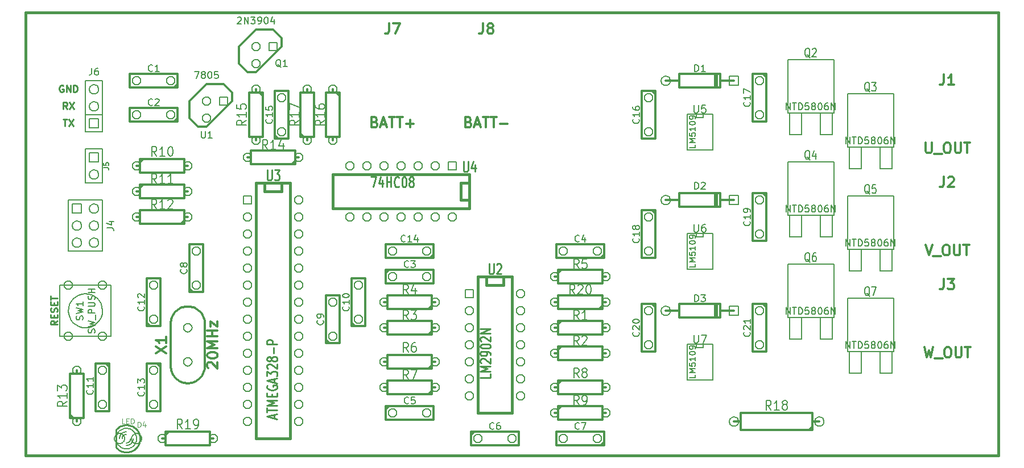
<source format=gto>
G04 (created by PCBNEW-RS274X (2011-05-25)-stable) date Sun 14 Jun 2015 12:27:23 MST*
G01*
G70*
G90*
%MOIN*%
G04 Gerber Fmt 3.4, Leading zero omitted, Abs format*
%FSLAX34Y34*%
G04 APERTURE LIST*
%ADD10C,0.006000*%
%ADD11C,0.015000*%
%ADD12C,0.010000*%
%ADD13C,0.012000*%
%ADD14C,0.005000*%
%ADD15C,0.008000*%
%ADD16C,0.012500*%
%ADD17C,0.003500*%
%ADD18C,0.011300*%
G04 APERTURE END LIST*
G54D10*
G54D11*
X65000Y-07000D02*
X65000Y-33000D01*
X08000Y-33000D02*
X08000Y-07000D01*
G54D12*
X09862Y-25081D02*
X09671Y-25215D01*
X09862Y-25310D02*
X09462Y-25310D01*
X09462Y-25157D01*
X09481Y-25119D01*
X09500Y-25100D01*
X09538Y-25081D01*
X09595Y-25081D01*
X09633Y-25100D01*
X09652Y-25119D01*
X09671Y-25157D01*
X09671Y-25310D01*
X09652Y-24910D02*
X09652Y-24776D01*
X09862Y-24719D02*
X09862Y-24910D01*
X09462Y-24910D01*
X09462Y-24719D01*
X09843Y-24567D02*
X09862Y-24510D01*
X09862Y-24414D01*
X09843Y-24376D01*
X09824Y-24357D01*
X09786Y-24338D01*
X09748Y-24338D01*
X09710Y-24357D01*
X09690Y-24376D01*
X09671Y-24414D01*
X09652Y-24491D01*
X09633Y-24529D01*
X09614Y-24548D01*
X09576Y-24567D01*
X09538Y-24567D01*
X09500Y-24548D01*
X09481Y-24529D01*
X09462Y-24491D01*
X09462Y-24395D01*
X09481Y-24338D01*
X09652Y-24167D02*
X09652Y-24033D01*
X09862Y-23976D02*
X09862Y-24167D01*
X09462Y-24167D01*
X09462Y-23976D01*
X09462Y-23862D02*
X09462Y-23633D01*
X09862Y-23748D02*
X09462Y-23748D01*
X10196Y-11281D02*
X10158Y-11262D01*
X10101Y-11262D01*
X10043Y-11281D01*
X10005Y-11319D01*
X09986Y-11357D01*
X09967Y-11433D01*
X09967Y-11490D01*
X09986Y-11567D01*
X10005Y-11605D01*
X10043Y-11643D01*
X10101Y-11662D01*
X10139Y-11662D01*
X10196Y-11643D01*
X10215Y-11624D01*
X10215Y-11490D01*
X10139Y-11490D01*
X10386Y-11662D02*
X10386Y-11262D01*
X10615Y-11662D01*
X10615Y-11262D01*
X10805Y-11662D02*
X10805Y-11262D01*
X10900Y-11262D01*
X10958Y-11281D01*
X10996Y-11319D01*
X11015Y-11357D01*
X11034Y-11433D01*
X11034Y-11490D01*
X11015Y-11567D01*
X10996Y-11605D01*
X10958Y-11643D01*
X10900Y-11662D01*
X10805Y-11662D01*
X10434Y-12662D02*
X10300Y-12471D01*
X10205Y-12662D02*
X10205Y-12262D01*
X10358Y-12262D01*
X10396Y-12281D01*
X10415Y-12300D01*
X10434Y-12338D01*
X10434Y-12395D01*
X10415Y-12433D01*
X10396Y-12452D01*
X10358Y-12471D01*
X10205Y-12471D01*
X10567Y-12262D02*
X10834Y-12662D01*
X10834Y-12262D02*
X10567Y-12662D01*
X10195Y-13262D02*
X10424Y-13262D01*
X10309Y-13662D02*
X10309Y-13262D01*
X10519Y-13262D02*
X10786Y-13662D01*
X10786Y-13262D02*
X10519Y-13662D01*
G54D11*
X08000Y-07000D02*
X13000Y-07000D01*
X65000Y-33000D02*
X08000Y-33000D01*
X08000Y-07000D02*
X65000Y-07000D01*
G54D13*
X18600Y-13700D02*
X20100Y-12200D01*
X20100Y-12200D02*
X20100Y-11700D01*
X20100Y-11700D02*
X19600Y-11200D01*
X19600Y-11200D02*
X18600Y-11200D01*
X18600Y-11200D02*
X17600Y-12200D01*
X17600Y-12200D02*
X17600Y-13200D01*
X17600Y-13200D02*
X18100Y-13700D01*
X18100Y-13700D02*
X18600Y-13700D01*
X21500Y-10500D02*
X23000Y-09000D01*
X23000Y-09000D02*
X23000Y-08500D01*
X23000Y-08500D02*
X22500Y-08000D01*
X22500Y-08000D02*
X21500Y-08000D01*
X21500Y-08000D02*
X20500Y-09000D01*
X20500Y-09000D02*
X20500Y-10000D01*
X20500Y-10000D02*
X21000Y-10500D01*
X21000Y-10500D02*
X21500Y-10500D01*
G54D14*
X12500Y-24500D02*
X12480Y-24694D01*
X12424Y-24881D01*
X12332Y-25053D01*
X12209Y-25204D01*
X12059Y-25329D01*
X11887Y-25421D01*
X11701Y-25479D01*
X11506Y-25499D01*
X11313Y-25482D01*
X11126Y-25427D01*
X10953Y-25336D01*
X10801Y-25214D01*
X10675Y-25064D01*
X10581Y-24893D01*
X10522Y-24707D01*
X10501Y-24513D01*
X10517Y-24320D01*
X10571Y-24132D01*
X10660Y-23959D01*
X10781Y-23806D01*
X10930Y-23679D01*
X11100Y-23584D01*
X11286Y-23524D01*
X11480Y-23501D01*
X11673Y-23516D01*
X11861Y-23568D01*
X12035Y-23656D01*
X12189Y-23776D01*
X12317Y-23924D01*
X12413Y-24094D01*
X12475Y-24279D01*
X12499Y-24473D01*
X12500Y-24500D01*
X10000Y-26000D02*
X10000Y-23000D01*
X10000Y-23000D02*
X13000Y-23000D01*
X13000Y-23000D02*
X13000Y-26000D01*
X10000Y-26000D02*
X13000Y-26000D01*
X46800Y-26450D02*
X46750Y-26450D01*
X46750Y-26450D02*
X46750Y-28550D01*
X48250Y-28550D02*
X48250Y-26450D01*
X48250Y-26450D02*
X46800Y-26450D01*
X47700Y-26450D02*
X47700Y-26650D01*
X47700Y-26650D02*
X47300Y-26650D01*
X47300Y-26650D02*
X47300Y-26450D01*
X48250Y-28550D02*
X46750Y-28550D01*
X46800Y-19950D02*
X46750Y-19950D01*
X46750Y-19950D02*
X46750Y-22050D01*
X48250Y-22050D02*
X48250Y-19950D01*
X48250Y-19950D02*
X46800Y-19950D01*
X47700Y-19950D02*
X47700Y-20150D01*
X47700Y-20150D02*
X47300Y-20150D01*
X47300Y-20150D02*
X47300Y-19950D01*
X48250Y-22050D02*
X46750Y-22050D01*
X46800Y-12950D02*
X46750Y-12950D01*
X46750Y-12950D02*
X46750Y-15050D01*
X48250Y-15050D02*
X48250Y-12950D01*
X48250Y-12950D02*
X46800Y-12950D01*
X47700Y-12950D02*
X47700Y-13150D01*
X47700Y-13150D02*
X47300Y-13150D01*
X47300Y-13150D02*
X47300Y-12950D01*
X48250Y-15050D02*
X46750Y-15050D01*
G54D13*
X54500Y-31000D02*
X54100Y-31000D01*
X49500Y-31000D02*
X49900Y-31000D01*
X49900Y-31500D02*
X49900Y-30500D01*
X49900Y-30500D02*
X54100Y-30500D01*
X54100Y-30500D02*
X54100Y-31500D01*
X54100Y-31500D02*
X49900Y-31500D01*
X54100Y-31300D02*
X53900Y-31500D01*
X39000Y-27000D02*
X39200Y-27000D01*
X42000Y-27000D02*
X41800Y-27000D01*
X41800Y-27000D02*
X41800Y-26600D01*
X41800Y-26600D02*
X39200Y-26600D01*
X39200Y-26600D02*
X39200Y-27400D01*
X39200Y-27400D02*
X41800Y-27400D01*
X41800Y-27400D02*
X41800Y-27000D01*
X39200Y-26800D02*
X39400Y-26600D01*
X39000Y-30500D02*
X39200Y-30500D01*
X42000Y-30500D02*
X41800Y-30500D01*
X41800Y-30500D02*
X41800Y-30100D01*
X41800Y-30100D02*
X39200Y-30100D01*
X39200Y-30100D02*
X39200Y-30900D01*
X39200Y-30900D02*
X41800Y-30900D01*
X41800Y-30900D02*
X41800Y-30500D01*
X39200Y-30300D02*
X39400Y-30100D01*
X39000Y-29000D02*
X39200Y-29000D01*
X42000Y-29000D02*
X41800Y-29000D01*
X41800Y-29000D02*
X41800Y-28600D01*
X41800Y-28600D02*
X39200Y-28600D01*
X39200Y-28600D02*
X39200Y-29400D01*
X39200Y-29400D02*
X41800Y-29400D01*
X41800Y-29400D02*
X41800Y-29000D01*
X39200Y-28800D02*
X39400Y-28600D01*
X32000Y-29000D02*
X31800Y-29000D01*
X29000Y-29000D02*
X29200Y-29000D01*
X29200Y-29000D02*
X29200Y-29400D01*
X29200Y-29400D02*
X31800Y-29400D01*
X31800Y-29400D02*
X31800Y-28600D01*
X31800Y-28600D02*
X29200Y-28600D01*
X29200Y-28600D02*
X29200Y-29000D01*
X31800Y-29200D02*
X31600Y-29400D01*
X32000Y-27500D02*
X31800Y-27500D01*
X29000Y-27500D02*
X29200Y-27500D01*
X29200Y-27500D02*
X29200Y-27900D01*
X29200Y-27900D02*
X31800Y-27900D01*
X31800Y-27900D02*
X31800Y-27100D01*
X31800Y-27100D02*
X29200Y-27100D01*
X29200Y-27100D02*
X29200Y-27500D01*
X31800Y-27700D02*
X31600Y-27900D01*
X39000Y-22500D02*
X39200Y-22500D01*
X42000Y-22500D02*
X41800Y-22500D01*
X41800Y-22500D02*
X41800Y-22100D01*
X41800Y-22100D02*
X39200Y-22100D01*
X39200Y-22100D02*
X39200Y-22900D01*
X39200Y-22900D02*
X41800Y-22900D01*
X41800Y-22900D02*
X41800Y-22500D01*
X39200Y-22300D02*
X39400Y-22100D01*
X32000Y-24000D02*
X31800Y-24000D01*
X29000Y-24000D02*
X29200Y-24000D01*
X29200Y-24000D02*
X29200Y-24400D01*
X29200Y-24400D02*
X31800Y-24400D01*
X31800Y-24400D02*
X31800Y-23600D01*
X31800Y-23600D02*
X29200Y-23600D01*
X29200Y-23600D02*
X29200Y-24000D01*
X31800Y-24200D02*
X31600Y-24400D01*
X32000Y-25500D02*
X31800Y-25500D01*
X29000Y-25500D02*
X29200Y-25500D01*
X29200Y-25500D02*
X29200Y-25900D01*
X29200Y-25900D02*
X31800Y-25900D01*
X31800Y-25900D02*
X31800Y-25100D01*
X31800Y-25100D02*
X29200Y-25100D01*
X29200Y-25100D02*
X29200Y-25500D01*
X31800Y-25700D02*
X31600Y-25900D01*
X17500Y-19000D02*
X17300Y-19000D01*
X14500Y-19000D02*
X14700Y-19000D01*
X14700Y-19000D02*
X14700Y-19400D01*
X14700Y-19400D02*
X17300Y-19400D01*
X17300Y-19400D02*
X17300Y-18600D01*
X17300Y-18600D02*
X14700Y-18600D01*
X14700Y-18600D02*
X14700Y-19000D01*
X17300Y-19200D02*
X17100Y-19400D01*
X39000Y-25500D02*
X39200Y-25500D01*
X42000Y-25500D02*
X41800Y-25500D01*
X41800Y-25500D02*
X41800Y-25100D01*
X41800Y-25100D02*
X39200Y-25100D01*
X39200Y-25100D02*
X39200Y-25900D01*
X39200Y-25900D02*
X41800Y-25900D01*
X41800Y-25900D02*
X41800Y-25500D01*
X39200Y-25300D02*
X39400Y-25100D01*
X14500Y-16000D02*
X14700Y-16000D01*
X17500Y-16000D02*
X17300Y-16000D01*
X17300Y-16000D02*
X17300Y-15600D01*
X17300Y-15600D02*
X14700Y-15600D01*
X14700Y-15600D02*
X14700Y-16400D01*
X14700Y-16400D02*
X17300Y-16400D01*
X17300Y-16400D02*
X17300Y-16000D01*
X14700Y-15800D02*
X14900Y-15600D01*
X14500Y-17500D02*
X14700Y-17500D01*
X17500Y-17500D02*
X17300Y-17500D01*
X17300Y-17500D02*
X17300Y-17100D01*
X17300Y-17100D02*
X14700Y-17100D01*
X14700Y-17100D02*
X14700Y-17900D01*
X14700Y-17900D02*
X17300Y-17900D01*
X17300Y-17900D02*
X17300Y-17500D01*
X14700Y-17300D02*
X14900Y-17100D01*
X11000Y-31000D02*
X11000Y-30800D01*
X11000Y-28000D02*
X11000Y-28200D01*
X11000Y-28200D02*
X10600Y-28200D01*
X10600Y-28200D02*
X10600Y-30800D01*
X10600Y-30800D02*
X11400Y-30800D01*
X11400Y-30800D02*
X11400Y-28200D01*
X11400Y-28200D02*
X11000Y-28200D01*
X10800Y-30800D02*
X10600Y-30600D01*
X24000Y-15500D02*
X23800Y-15500D01*
X21000Y-15500D02*
X21200Y-15500D01*
X21200Y-15500D02*
X21200Y-15900D01*
X21200Y-15900D02*
X23800Y-15900D01*
X23800Y-15900D02*
X23800Y-15100D01*
X23800Y-15100D02*
X21200Y-15100D01*
X21200Y-15100D02*
X21200Y-15500D01*
X23800Y-15700D02*
X23600Y-15900D01*
X21500Y-11500D02*
X21500Y-11700D01*
X21500Y-14500D02*
X21500Y-14300D01*
X21500Y-14300D02*
X21900Y-14300D01*
X21900Y-14300D02*
X21900Y-11700D01*
X21900Y-11700D02*
X21100Y-11700D01*
X21100Y-11700D02*
X21100Y-14300D01*
X21100Y-14300D02*
X21500Y-14300D01*
X21700Y-11700D02*
X21900Y-11900D01*
X26000Y-11500D02*
X26000Y-11700D01*
X26000Y-14500D02*
X26000Y-14300D01*
X26000Y-14300D02*
X26400Y-14300D01*
X26400Y-14300D02*
X26400Y-11700D01*
X26400Y-11700D02*
X25600Y-11700D01*
X25600Y-11700D02*
X25600Y-14300D01*
X25600Y-14300D02*
X26000Y-14300D01*
X26200Y-11700D02*
X26400Y-11900D01*
X24500Y-14500D02*
X24500Y-14300D01*
X24500Y-11500D02*
X24500Y-11700D01*
X24500Y-11700D02*
X24100Y-11700D01*
X24100Y-11700D02*
X24100Y-14300D01*
X24100Y-14300D02*
X24900Y-14300D01*
X24900Y-14300D02*
X24900Y-11700D01*
X24900Y-11700D02*
X24500Y-11700D01*
X24300Y-14300D02*
X24100Y-14100D01*
X16000Y-32000D02*
X16200Y-32000D01*
X19000Y-32000D02*
X18800Y-32000D01*
X18800Y-32000D02*
X18800Y-31600D01*
X18800Y-31600D02*
X16200Y-31600D01*
X16200Y-31600D02*
X16200Y-32400D01*
X16200Y-32400D02*
X18800Y-32400D01*
X18800Y-32400D02*
X18800Y-32000D01*
X16200Y-31800D02*
X16400Y-31600D01*
X42000Y-24000D02*
X41800Y-24000D01*
X39000Y-24000D02*
X39200Y-24000D01*
X39200Y-24000D02*
X39200Y-24400D01*
X39200Y-24400D02*
X41800Y-24400D01*
X41800Y-24400D02*
X41800Y-23600D01*
X41800Y-23600D02*
X39200Y-23600D01*
X39200Y-23600D02*
X39200Y-24000D01*
X41800Y-24200D02*
X41600Y-24400D01*
G54D15*
X10500Y-21000D02*
X10500Y-18000D01*
X12500Y-18000D02*
X12500Y-21000D01*
X12500Y-21000D02*
X10500Y-21000D01*
X10500Y-18000D02*
X12500Y-18000D01*
G54D10*
X12500Y-14000D02*
X11500Y-14000D01*
X11500Y-14000D02*
X11500Y-11000D01*
X11500Y-11000D02*
X12500Y-11000D01*
X12500Y-11000D02*
X12500Y-14000D01*
X11500Y-13000D02*
X12500Y-13000D01*
X11500Y-15000D02*
X12500Y-15000D01*
X12500Y-15000D02*
X12500Y-17000D01*
X12500Y-17000D02*
X11500Y-17000D01*
X11500Y-17000D02*
X11500Y-15000D01*
G54D12*
X13280Y-31500D02*
X13280Y-32500D01*
G54D10*
X14360Y-32384D02*
X14392Y-32342D01*
X14420Y-32298D01*
X14444Y-32251D01*
X14464Y-32203D01*
X14480Y-32153D01*
X14491Y-32102D01*
X14497Y-32050D01*
X14500Y-32000D01*
X14499Y-32000D02*
X14496Y-31948D01*
X14489Y-31896D01*
X14478Y-31845D01*
X14462Y-31796D01*
X14442Y-31747D01*
X14418Y-31701D01*
X14390Y-31657D01*
X14358Y-31615D01*
X14347Y-31603D01*
X13301Y-32000D02*
X13304Y-32052D01*
X13311Y-32104D01*
X13322Y-32155D01*
X13338Y-32204D01*
X13358Y-32253D01*
X13382Y-32299D01*
X13410Y-32343D01*
X13442Y-32385D01*
X13446Y-32389D01*
X13440Y-31616D02*
X13408Y-31658D01*
X13380Y-31702D01*
X13356Y-31749D01*
X13336Y-31797D01*
X13320Y-31847D01*
X13309Y-31898D01*
X13303Y-31950D01*
X13300Y-32000D01*
X13413Y-32349D02*
X13445Y-32390D01*
X13481Y-32428D01*
X13520Y-32463D01*
X13562Y-32495D01*
X13606Y-32522D01*
X13653Y-32546D01*
X13701Y-32565D01*
X13751Y-32581D01*
X13803Y-32591D01*
X13854Y-32598D01*
X13900Y-32600D01*
X13900Y-32600D02*
X13952Y-32597D01*
X14004Y-32590D01*
X14055Y-32579D01*
X14105Y-32563D01*
X14153Y-32543D01*
X14200Y-32519D01*
X14244Y-32491D01*
X14285Y-32459D01*
X14324Y-32424D01*
X14359Y-32385D01*
X14379Y-32360D01*
X13900Y-31401D02*
X13848Y-31404D01*
X13796Y-31411D01*
X13745Y-31422D01*
X13696Y-31438D01*
X13647Y-31458D01*
X13601Y-31482D01*
X13557Y-31510D01*
X13515Y-31542D01*
X13477Y-31577D01*
X13442Y-31615D01*
X13428Y-31633D01*
X14373Y-31632D02*
X14339Y-31592D01*
X14302Y-31555D01*
X14261Y-31522D01*
X14218Y-31492D01*
X14173Y-31466D01*
X14125Y-31445D01*
X14076Y-31427D01*
X14025Y-31414D01*
X13974Y-31405D01*
X13921Y-31401D01*
X13900Y-31400D01*
X13900Y-32250D02*
X13921Y-32249D01*
X13943Y-32246D01*
X13964Y-32241D01*
X13985Y-32234D01*
X14005Y-32226D01*
X14025Y-32216D01*
X14043Y-32204D01*
X14060Y-32191D01*
X14076Y-32176D01*
X14091Y-32160D01*
X14104Y-32143D01*
X14116Y-32124D01*
X14126Y-32105D01*
X14134Y-32085D01*
X14141Y-32064D01*
X14146Y-32043D01*
X14149Y-32021D01*
X14150Y-32000D01*
X13900Y-32400D02*
X13934Y-32398D01*
X13969Y-32393D01*
X14003Y-32386D01*
X14036Y-32375D01*
X14069Y-32362D01*
X14100Y-32346D01*
X14129Y-32327D01*
X14157Y-32306D01*
X14182Y-32282D01*
X14206Y-32257D01*
X14227Y-32229D01*
X14246Y-32199D01*
X14262Y-32169D01*
X14275Y-32136D01*
X14286Y-32103D01*
X14293Y-32069D01*
X14298Y-32034D01*
X14300Y-32000D01*
X13900Y-31750D02*
X13879Y-31751D01*
X13857Y-31754D01*
X13836Y-31759D01*
X13815Y-31766D01*
X13795Y-31774D01*
X13776Y-31784D01*
X13757Y-31796D01*
X13740Y-31809D01*
X13724Y-31824D01*
X13709Y-31840D01*
X13696Y-31857D01*
X13684Y-31876D01*
X13674Y-31895D01*
X13666Y-31915D01*
X13659Y-31936D01*
X13654Y-31957D01*
X13651Y-31979D01*
X13650Y-32000D01*
X13900Y-31600D02*
X13866Y-31602D01*
X13831Y-31607D01*
X13797Y-31614D01*
X13764Y-31625D01*
X13731Y-31638D01*
X13701Y-31654D01*
X13671Y-31673D01*
X13643Y-31694D01*
X13618Y-31718D01*
X13594Y-31743D01*
X13573Y-31771D01*
X13554Y-31801D01*
X13538Y-31831D01*
X13525Y-31864D01*
X13514Y-31897D01*
X13507Y-31931D01*
X13502Y-31966D01*
X13500Y-32000D01*
G54D12*
X13287Y-32513D02*
X13334Y-32564D01*
X13385Y-32611D01*
X13440Y-32654D01*
X13499Y-32692D01*
X13561Y-32724D01*
X13626Y-32751D01*
X13692Y-32772D01*
X13760Y-32787D01*
X13829Y-32796D01*
X13899Y-32799D01*
X13900Y-32800D01*
X13900Y-32799D02*
X13969Y-32795D01*
X14038Y-32786D01*
X14106Y-32771D01*
X14173Y-32750D01*
X14237Y-32724D01*
X14299Y-32691D01*
X14358Y-32654D01*
X14413Y-32612D01*
X14464Y-32564D01*
X14512Y-32513D01*
X14554Y-32458D01*
X14591Y-32399D01*
X14604Y-32376D01*
X13899Y-31203D02*
X13830Y-31206D01*
X13761Y-31215D01*
X13693Y-31230D01*
X13626Y-31251D01*
X13562Y-31278D01*
X13500Y-31310D01*
X13442Y-31348D01*
X13386Y-31390D01*
X13335Y-31437D01*
X13291Y-31485D01*
X14594Y-31603D02*
X14556Y-31544D01*
X14514Y-31488D01*
X14467Y-31437D01*
X14416Y-31389D01*
X14361Y-31347D01*
X14302Y-31309D01*
X14240Y-31277D01*
X14176Y-31250D01*
X14109Y-31228D01*
X14041Y-31213D01*
X13972Y-31204D01*
X13902Y-31201D01*
X13900Y-31200D01*
X14604Y-32379D02*
X14634Y-32316D01*
X14659Y-32251D01*
X14678Y-32184D01*
X14691Y-32115D01*
X14698Y-32046D01*
X14700Y-32000D01*
X14699Y-32000D02*
X14695Y-31931D01*
X14686Y-31862D01*
X14671Y-31794D01*
X14650Y-31727D01*
X14624Y-31663D01*
X14591Y-31601D01*
X14580Y-31582D01*
G54D16*
X18500Y-27750D02*
X18500Y-25250D01*
X16500Y-27750D02*
X16500Y-25250D01*
X17500Y-24250D02*
X17413Y-24254D01*
X17327Y-24266D01*
X17242Y-24285D01*
X17158Y-24311D01*
X17078Y-24344D01*
X17001Y-24384D01*
X16927Y-24431D01*
X16858Y-24484D01*
X16793Y-24543D01*
X16734Y-24608D01*
X16681Y-24677D01*
X16634Y-24751D01*
X16594Y-24828D01*
X16561Y-24908D01*
X16535Y-24992D01*
X16516Y-25077D01*
X16504Y-25163D01*
X16500Y-25250D01*
X18500Y-25250D02*
X18496Y-25163D01*
X18484Y-25077D01*
X18465Y-24992D01*
X18439Y-24908D01*
X18406Y-24828D01*
X18366Y-24751D01*
X18319Y-24677D01*
X18266Y-24608D01*
X18207Y-24543D01*
X18142Y-24484D01*
X18073Y-24431D01*
X18000Y-24384D01*
X17922Y-24344D01*
X17842Y-24311D01*
X17758Y-24285D01*
X17673Y-24266D01*
X17587Y-24254D01*
X17500Y-24250D01*
X16500Y-27750D02*
X16504Y-27837D01*
X16516Y-27923D01*
X16535Y-28008D01*
X16561Y-28092D01*
X16594Y-28172D01*
X16634Y-28249D01*
X16681Y-28323D01*
X16734Y-28392D01*
X16793Y-28457D01*
X16858Y-28516D01*
X16927Y-28569D01*
X17001Y-28616D01*
X17078Y-28656D01*
X17158Y-28689D01*
X17242Y-28715D01*
X17327Y-28734D01*
X17413Y-28746D01*
X17500Y-28750D01*
X17500Y-28750D02*
X17587Y-28746D01*
X17673Y-28734D01*
X17758Y-28715D01*
X17842Y-28689D01*
X17922Y-28656D01*
X18000Y-28616D01*
X18073Y-28569D01*
X18142Y-28516D01*
X18207Y-28457D01*
X18266Y-28392D01*
X18319Y-28323D01*
X18366Y-28249D01*
X18406Y-28172D01*
X18439Y-28092D01*
X18465Y-28008D01*
X18484Y-27923D01*
X18496Y-27837D01*
X18500Y-27750D01*
G54D14*
X58050Y-14900D02*
X58050Y-16150D01*
X58050Y-16150D02*
X58750Y-16150D01*
X58750Y-16150D02*
X58750Y-14900D01*
X56250Y-14900D02*
X56250Y-16150D01*
X56250Y-16150D02*
X56950Y-16150D01*
X56950Y-16150D02*
X56950Y-14900D01*
X58850Y-12500D02*
X58850Y-14900D01*
X58850Y-14900D02*
X56150Y-14900D01*
X56150Y-14900D02*
X56150Y-11800D01*
X56150Y-11750D02*
X58850Y-11750D01*
X58850Y-11800D02*
X58850Y-12500D01*
X54550Y-24900D02*
X54550Y-26150D01*
X54550Y-26150D02*
X55250Y-26150D01*
X55250Y-26150D02*
X55250Y-24900D01*
X52750Y-24900D02*
X52750Y-26150D01*
X52750Y-26150D02*
X53450Y-26150D01*
X53450Y-26150D02*
X53450Y-24900D01*
X55350Y-22500D02*
X55350Y-24900D01*
X55350Y-24900D02*
X52650Y-24900D01*
X52650Y-24900D02*
X52650Y-21800D01*
X52650Y-21750D02*
X55350Y-21750D01*
X55350Y-21800D02*
X55350Y-22500D01*
X58050Y-26900D02*
X58050Y-28150D01*
X58050Y-28150D02*
X58750Y-28150D01*
X58750Y-28150D02*
X58750Y-26900D01*
X56250Y-26900D02*
X56250Y-28150D01*
X56250Y-28150D02*
X56950Y-28150D01*
X56950Y-28150D02*
X56950Y-26900D01*
X58850Y-24500D02*
X58850Y-26900D01*
X58850Y-26900D02*
X56150Y-26900D01*
X56150Y-26900D02*
X56150Y-23800D01*
X56150Y-23750D02*
X58850Y-23750D01*
X58850Y-23800D02*
X58850Y-24500D01*
X54550Y-18900D02*
X54550Y-20150D01*
X54550Y-20150D02*
X55250Y-20150D01*
X55250Y-20150D02*
X55250Y-18900D01*
X52750Y-18900D02*
X52750Y-20150D01*
X52750Y-20150D02*
X53450Y-20150D01*
X53450Y-20150D02*
X53450Y-18900D01*
X55350Y-16500D02*
X55350Y-18900D01*
X55350Y-18900D02*
X52650Y-18900D01*
X52650Y-18900D02*
X52650Y-15800D01*
X52650Y-15750D02*
X55350Y-15750D01*
X55350Y-15800D02*
X55350Y-16500D01*
X58050Y-20900D02*
X58050Y-22150D01*
X58050Y-22150D02*
X58750Y-22150D01*
X58750Y-22150D02*
X58750Y-20900D01*
X56250Y-20900D02*
X56250Y-22150D01*
X56250Y-22150D02*
X56950Y-22150D01*
X56950Y-22150D02*
X56950Y-20900D01*
X58850Y-18500D02*
X58850Y-20900D01*
X58850Y-20900D02*
X56150Y-20900D01*
X56150Y-20900D02*
X56150Y-17800D01*
X56150Y-17750D02*
X58850Y-17750D01*
X58850Y-17800D02*
X58850Y-18500D01*
X54550Y-12900D02*
X54550Y-14150D01*
X54550Y-14150D02*
X55250Y-14150D01*
X55250Y-14150D02*
X55250Y-12900D01*
X52750Y-12900D02*
X52750Y-14150D01*
X52750Y-14150D02*
X53450Y-14150D01*
X53450Y-14150D02*
X53450Y-12900D01*
X55350Y-10500D02*
X55350Y-12900D01*
X55350Y-12900D02*
X52650Y-12900D01*
X52650Y-12900D02*
X52650Y-09800D01*
X52650Y-09750D02*
X55350Y-09750D01*
X55350Y-09800D02*
X55350Y-10500D01*
G54D16*
X46000Y-24500D02*
X45500Y-24500D01*
X49000Y-24500D02*
X49500Y-24500D01*
X49000Y-24500D02*
X48700Y-24500D01*
G54D13*
X48700Y-24500D02*
X48700Y-24100D01*
X48700Y-24100D02*
X46300Y-24100D01*
X46300Y-24100D02*
X46300Y-24500D01*
X46300Y-24500D02*
X46000Y-24500D01*
X46300Y-24500D02*
X46300Y-24900D01*
X46300Y-24900D02*
X48700Y-24900D01*
X48700Y-24900D02*
X48700Y-24500D01*
X48500Y-24100D02*
X48500Y-24900D01*
X48400Y-24900D02*
X48400Y-24100D01*
G54D16*
X46000Y-18000D02*
X45500Y-18000D01*
X49000Y-18000D02*
X49500Y-18000D01*
X49000Y-18000D02*
X48700Y-18000D01*
G54D13*
X48700Y-18000D02*
X48700Y-17600D01*
X48700Y-17600D02*
X46300Y-17600D01*
X46300Y-17600D02*
X46300Y-18000D01*
X46300Y-18000D02*
X46000Y-18000D01*
X46300Y-18000D02*
X46300Y-18400D01*
X46300Y-18400D02*
X48700Y-18400D01*
X48700Y-18400D02*
X48700Y-18000D01*
X48500Y-17600D02*
X48500Y-18400D01*
X48400Y-18400D02*
X48400Y-17600D01*
G54D16*
X46000Y-11000D02*
X45500Y-11000D01*
X49000Y-11000D02*
X49500Y-11000D01*
X49000Y-11000D02*
X48700Y-11000D01*
G54D13*
X48700Y-11000D02*
X48700Y-10600D01*
X48700Y-10600D02*
X46300Y-10600D01*
X46300Y-10600D02*
X46300Y-11000D01*
X46300Y-11000D02*
X46000Y-11000D01*
X46300Y-11000D02*
X46300Y-11400D01*
X46300Y-11400D02*
X48700Y-11400D01*
X48700Y-11400D02*
X48700Y-11000D01*
X48500Y-10600D02*
X48500Y-11400D01*
X48400Y-11400D02*
X48400Y-10600D01*
G54D11*
X23500Y-17000D02*
X23500Y-32000D01*
X23500Y-32000D02*
X21500Y-32000D01*
X21500Y-32000D02*
X21500Y-17000D01*
X21500Y-17000D02*
X23500Y-17000D01*
X23000Y-17000D02*
X23000Y-17500D01*
X23000Y-17500D02*
X22000Y-17500D01*
X22000Y-17500D02*
X22000Y-17000D01*
X36500Y-22500D02*
X36500Y-30500D01*
X34500Y-30500D02*
X34500Y-22500D01*
X34500Y-22500D02*
X36500Y-22500D01*
X36000Y-22500D02*
X36000Y-23000D01*
X36000Y-23000D02*
X35000Y-23000D01*
X35000Y-23000D02*
X35000Y-22500D01*
X36500Y-30500D02*
X34500Y-30500D01*
G54D13*
X15100Y-25400D02*
X15100Y-22600D01*
X15100Y-22600D02*
X15900Y-22600D01*
X15900Y-22600D02*
X15900Y-25400D01*
X15900Y-25400D02*
X15100Y-25400D01*
X15300Y-25400D02*
X15100Y-25200D01*
X16900Y-13400D02*
X14100Y-13400D01*
X14100Y-13400D02*
X14100Y-12600D01*
X14100Y-12600D02*
X16900Y-12600D01*
X16900Y-12600D02*
X16900Y-13400D01*
X16900Y-13200D02*
X16700Y-13400D01*
X12900Y-27600D02*
X12900Y-30400D01*
X12900Y-30400D02*
X12100Y-30400D01*
X12100Y-30400D02*
X12100Y-27600D01*
X12100Y-27600D02*
X12900Y-27600D01*
X12700Y-27600D02*
X12900Y-27800D01*
X27100Y-25400D02*
X27100Y-22600D01*
X27100Y-22600D02*
X27900Y-22600D01*
X27900Y-22600D02*
X27900Y-25400D01*
X27900Y-25400D02*
X27100Y-25400D01*
X27300Y-25400D02*
X27100Y-25200D01*
X25600Y-26400D02*
X25600Y-23600D01*
X25600Y-23600D02*
X26400Y-23600D01*
X26400Y-23600D02*
X26400Y-26400D01*
X26400Y-26400D02*
X25600Y-26400D01*
X25800Y-26400D02*
X25600Y-26200D01*
X17600Y-23400D02*
X17600Y-20600D01*
X17600Y-20600D02*
X18400Y-20600D01*
X18400Y-20600D02*
X18400Y-23400D01*
X18400Y-23400D02*
X17600Y-23400D01*
X17800Y-23400D02*
X17600Y-23200D01*
X41900Y-32400D02*
X39100Y-32400D01*
X39100Y-32400D02*
X39100Y-31600D01*
X39100Y-31600D02*
X41900Y-31600D01*
X41900Y-31600D02*
X41900Y-32400D01*
X41900Y-32200D02*
X41700Y-32400D01*
X34100Y-31600D02*
X36900Y-31600D01*
X36900Y-31600D02*
X36900Y-32400D01*
X36900Y-32400D02*
X34100Y-32400D01*
X34100Y-32400D02*
X34100Y-31600D01*
X34100Y-31800D02*
X34300Y-31600D01*
X29100Y-30100D02*
X31900Y-30100D01*
X31900Y-30100D02*
X31900Y-30900D01*
X31900Y-30900D02*
X29100Y-30900D01*
X29100Y-30900D02*
X29100Y-30100D01*
X29100Y-30300D02*
X29300Y-30100D01*
X41900Y-21400D02*
X39100Y-21400D01*
X39100Y-21400D02*
X39100Y-20600D01*
X39100Y-20600D02*
X41900Y-20600D01*
X41900Y-20600D02*
X41900Y-21400D01*
X41900Y-21200D02*
X41700Y-21400D01*
X29100Y-22100D02*
X31900Y-22100D01*
X31900Y-22100D02*
X31900Y-22900D01*
X31900Y-22900D02*
X29100Y-22900D01*
X29100Y-22900D02*
X29100Y-22100D01*
X29100Y-22300D02*
X29300Y-22100D01*
X15900Y-27600D02*
X15900Y-30400D01*
X15900Y-30400D02*
X15100Y-30400D01*
X15100Y-30400D02*
X15100Y-27600D01*
X15100Y-27600D02*
X15900Y-27600D01*
X15700Y-27600D02*
X15900Y-27800D01*
X31900Y-21400D02*
X29100Y-21400D01*
X29100Y-21400D02*
X29100Y-20600D01*
X29100Y-20600D02*
X31900Y-20600D01*
X31900Y-20600D02*
X31900Y-21400D01*
X31900Y-21200D02*
X31700Y-21400D01*
X22600Y-14400D02*
X22600Y-11600D01*
X22600Y-11600D02*
X23400Y-11600D01*
X23400Y-11600D02*
X23400Y-14400D01*
X23400Y-14400D02*
X22600Y-14400D01*
X22800Y-14400D02*
X22600Y-14200D01*
X44900Y-11600D02*
X44900Y-14400D01*
X44900Y-14400D02*
X44100Y-14400D01*
X44100Y-14400D02*
X44100Y-11600D01*
X44100Y-11600D02*
X44900Y-11600D01*
X44700Y-11600D02*
X44900Y-11800D01*
X51400Y-10600D02*
X51400Y-13400D01*
X51400Y-13400D02*
X50600Y-13400D01*
X50600Y-13400D02*
X50600Y-10600D01*
X50600Y-10600D02*
X51400Y-10600D01*
X51200Y-10600D02*
X51400Y-10800D01*
X44900Y-18600D02*
X44900Y-21400D01*
X44900Y-21400D02*
X44100Y-21400D01*
X44100Y-21400D02*
X44100Y-18600D01*
X44100Y-18600D02*
X44900Y-18600D01*
X44700Y-18600D02*
X44900Y-18800D01*
X51400Y-17600D02*
X51400Y-20400D01*
X51400Y-20400D02*
X50600Y-20400D01*
X50600Y-20400D02*
X50600Y-17600D01*
X50600Y-17600D02*
X51400Y-17600D01*
X51200Y-17600D02*
X51400Y-17800D01*
X44900Y-24100D02*
X44900Y-26900D01*
X44900Y-26900D02*
X44100Y-26900D01*
X44100Y-26900D02*
X44100Y-24100D01*
X44100Y-24100D02*
X44900Y-24100D01*
X44700Y-24100D02*
X44900Y-24300D01*
X51400Y-24100D02*
X51400Y-26900D01*
X51400Y-26900D02*
X50600Y-26900D01*
X50600Y-26900D02*
X50600Y-24100D01*
X50600Y-24100D02*
X51400Y-24100D01*
X51200Y-24100D02*
X51400Y-24300D01*
X16900Y-11400D02*
X14100Y-11400D01*
X14100Y-11400D02*
X14100Y-10600D01*
X14100Y-10600D02*
X16900Y-10600D01*
X16900Y-10600D02*
X16900Y-11400D01*
X16900Y-11200D02*
X16700Y-11400D01*
G54D11*
X34000Y-18500D02*
X26000Y-18500D01*
X26000Y-16500D02*
X34000Y-16500D01*
X34000Y-16500D02*
X34000Y-18500D01*
X34000Y-18000D02*
X33500Y-18000D01*
X33500Y-18000D02*
X33500Y-17000D01*
X33500Y-17000D02*
X34000Y-17000D01*
X26000Y-18500D02*
X26000Y-16500D01*
G54D10*
X19355Y-11955D02*
X19355Y-12445D01*
X19845Y-12445D01*
X19845Y-11955D01*
X19355Y-11955D01*
X18845Y-12200D02*
X18840Y-12247D01*
X18826Y-12293D01*
X18804Y-12335D01*
X18773Y-12372D01*
X18737Y-12403D01*
X18694Y-12425D01*
X18649Y-12439D01*
X18601Y-12444D01*
X18555Y-12440D01*
X18509Y-12427D01*
X18466Y-12405D01*
X18429Y-12375D01*
X18398Y-12338D01*
X18375Y-12296D01*
X18361Y-12250D01*
X18356Y-12203D01*
X18360Y-12156D01*
X18373Y-12110D01*
X18395Y-12068D01*
X18424Y-12030D01*
X18461Y-11999D01*
X18502Y-11976D01*
X18548Y-11961D01*
X18595Y-11956D01*
X18642Y-11959D01*
X18688Y-11972D01*
X18731Y-11994D01*
X18768Y-12023D01*
X18800Y-12059D01*
X18823Y-12101D01*
X18838Y-12146D01*
X18844Y-12194D01*
X18845Y-12200D01*
X18845Y-13200D02*
X18840Y-13247D01*
X18826Y-13293D01*
X18804Y-13335D01*
X18773Y-13372D01*
X18737Y-13403D01*
X18694Y-13425D01*
X18649Y-13439D01*
X18601Y-13444D01*
X18555Y-13440D01*
X18509Y-13427D01*
X18466Y-13405D01*
X18429Y-13375D01*
X18398Y-13338D01*
X18375Y-13296D01*
X18361Y-13250D01*
X18356Y-13203D01*
X18360Y-13156D01*
X18373Y-13110D01*
X18395Y-13068D01*
X18424Y-13030D01*
X18461Y-12999D01*
X18502Y-12976D01*
X18548Y-12961D01*
X18595Y-12956D01*
X18642Y-12959D01*
X18688Y-12972D01*
X18731Y-12994D01*
X18768Y-13023D01*
X18800Y-13059D01*
X18823Y-13101D01*
X18838Y-13146D01*
X18844Y-13194D01*
X18845Y-13200D01*
X22255Y-08755D02*
X22255Y-09245D01*
X22745Y-09245D01*
X22745Y-08755D01*
X22255Y-08755D01*
X21745Y-09000D02*
X21740Y-09047D01*
X21726Y-09093D01*
X21704Y-09135D01*
X21673Y-09172D01*
X21637Y-09203D01*
X21594Y-09225D01*
X21549Y-09239D01*
X21501Y-09244D01*
X21455Y-09240D01*
X21409Y-09227D01*
X21366Y-09205D01*
X21329Y-09175D01*
X21298Y-09138D01*
X21275Y-09096D01*
X21261Y-09050D01*
X21256Y-09003D01*
X21260Y-08956D01*
X21273Y-08910D01*
X21295Y-08868D01*
X21324Y-08830D01*
X21361Y-08799D01*
X21402Y-08776D01*
X21448Y-08761D01*
X21495Y-08756D01*
X21542Y-08759D01*
X21588Y-08772D01*
X21631Y-08794D01*
X21668Y-08823D01*
X21700Y-08859D01*
X21723Y-08901D01*
X21738Y-08946D01*
X21744Y-08994D01*
X21745Y-09000D01*
X21745Y-10000D02*
X21740Y-10047D01*
X21726Y-10093D01*
X21704Y-10135D01*
X21673Y-10172D01*
X21637Y-10203D01*
X21594Y-10225D01*
X21549Y-10239D01*
X21501Y-10244D01*
X21455Y-10240D01*
X21409Y-10227D01*
X21366Y-10205D01*
X21329Y-10175D01*
X21298Y-10138D01*
X21275Y-10096D01*
X21261Y-10050D01*
X21256Y-10003D01*
X21260Y-09956D01*
X21273Y-09910D01*
X21295Y-09868D01*
X21324Y-09830D01*
X21361Y-09799D01*
X21402Y-09776D01*
X21448Y-09761D01*
X21495Y-09756D01*
X21542Y-09759D01*
X21588Y-09772D01*
X21631Y-09794D01*
X21668Y-09823D01*
X21700Y-09859D01*
X21723Y-09901D01*
X21738Y-09946D01*
X21744Y-09994D01*
X21745Y-10000D01*
X10745Y-23000D02*
X10740Y-23047D01*
X10726Y-23093D01*
X10704Y-23135D01*
X10673Y-23172D01*
X10637Y-23203D01*
X10594Y-23225D01*
X10549Y-23239D01*
X10501Y-23244D01*
X10455Y-23240D01*
X10409Y-23227D01*
X10366Y-23205D01*
X10329Y-23175D01*
X10298Y-23138D01*
X10275Y-23096D01*
X10261Y-23050D01*
X10256Y-23003D01*
X10260Y-22956D01*
X10273Y-22910D01*
X10295Y-22868D01*
X10324Y-22830D01*
X10361Y-22799D01*
X10402Y-22776D01*
X10448Y-22761D01*
X10495Y-22756D01*
X10542Y-22759D01*
X10588Y-22772D01*
X10631Y-22794D01*
X10668Y-22823D01*
X10700Y-22859D01*
X10723Y-22901D01*
X10738Y-22946D01*
X10744Y-22994D01*
X10745Y-23000D01*
X12745Y-23000D02*
X12740Y-23047D01*
X12726Y-23093D01*
X12704Y-23135D01*
X12673Y-23172D01*
X12637Y-23203D01*
X12594Y-23225D01*
X12549Y-23239D01*
X12501Y-23244D01*
X12455Y-23240D01*
X12409Y-23227D01*
X12366Y-23205D01*
X12329Y-23175D01*
X12298Y-23138D01*
X12275Y-23096D01*
X12261Y-23050D01*
X12256Y-23003D01*
X12260Y-22956D01*
X12273Y-22910D01*
X12295Y-22868D01*
X12324Y-22830D01*
X12361Y-22799D01*
X12402Y-22776D01*
X12448Y-22761D01*
X12495Y-22756D01*
X12542Y-22759D01*
X12588Y-22772D01*
X12631Y-22794D01*
X12668Y-22823D01*
X12700Y-22859D01*
X12723Y-22901D01*
X12738Y-22946D01*
X12744Y-22994D01*
X12745Y-23000D01*
X10745Y-26000D02*
X10740Y-26047D01*
X10726Y-26093D01*
X10704Y-26135D01*
X10673Y-26172D01*
X10637Y-26203D01*
X10594Y-26225D01*
X10549Y-26239D01*
X10501Y-26244D01*
X10455Y-26240D01*
X10409Y-26227D01*
X10366Y-26205D01*
X10329Y-26175D01*
X10298Y-26138D01*
X10275Y-26096D01*
X10261Y-26050D01*
X10256Y-26003D01*
X10260Y-25956D01*
X10273Y-25910D01*
X10295Y-25868D01*
X10324Y-25830D01*
X10361Y-25799D01*
X10402Y-25776D01*
X10448Y-25761D01*
X10495Y-25756D01*
X10542Y-25759D01*
X10588Y-25772D01*
X10631Y-25794D01*
X10668Y-25823D01*
X10700Y-25859D01*
X10723Y-25901D01*
X10738Y-25946D01*
X10744Y-25994D01*
X10745Y-26000D01*
X12745Y-26000D02*
X12740Y-26047D01*
X12726Y-26093D01*
X12704Y-26135D01*
X12673Y-26172D01*
X12637Y-26203D01*
X12594Y-26225D01*
X12549Y-26239D01*
X12501Y-26244D01*
X12455Y-26240D01*
X12409Y-26227D01*
X12366Y-26205D01*
X12329Y-26175D01*
X12298Y-26138D01*
X12275Y-26096D01*
X12261Y-26050D01*
X12256Y-26003D01*
X12260Y-25956D01*
X12273Y-25910D01*
X12295Y-25868D01*
X12324Y-25830D01*
X12361Y-25799D01*
X12402Y-25776D01*
X12448Y-25761D01*
X12495Y-25756D01*
X12542Y-25759D01*
X12588Y-25772D01*
X12631Y-25794D01*
X12668Y-25823D01*
X12700Y-25859D01*
X12723Y-25901D01*
X12738Y-25946D01*
X12744Y-25994D01*
X12745Y-26000D01*
X54770Y-31000D02*
X54764Y-31052D01*
X54749Y-31102D01*
X54724Y-31149D01*
X54691Y-31190D01*
X54650Y-31223D01*
X54604Y-31248D01*
X54554Y-31264D01*
X54501Y-31269D01*
X54450Y-31265D01*
X54399Y-31250D01*
X54353Y-31225D01*
X54312Y-31192D01*
X54278Y-31152D01*
X54252Y-31106D01*
X54236Y-31056D01*
X54231Y-31003D01*
X54235Y-30952D01*
X54249Y-30901D01*
X54274Y-30854D01*
X54306Y-30813D01*
X54346Y-30779D01*
X54392Y-30753D01*
X54443Y-30737D01*
X54495Y-30731D01*
X54546Y-30735D01*
X54597Y-30749D01*
X54644Y-30773D01*
X54686Y-30805D01*
X54720Y-30845D01*
X54746Y-30891D01*
X54763Y-30941D01*
X54769Y-30993D01*
X54770Y-31000D01*
X49770Y-31000D02*
X49764Y-31052D01*
X49749Y-31102D01*
X49724Y-31149D01*
X49691Y-31190D01*
X49650Y-31223D01*
X49604Y-31248D01*
X49554Y-31264D01*
X49501Y-31269D01*
X49450Y-31265D01*
X49399Y-31250D01*
X49353Y-31225D01*
X49312Y-31192D01*
X49278Y-31152D01*
X49252Y-31106D01*
X49236Y-31056D01*
X49231Y-31003D01*
X49235Y-30952D01*
X49249Y-30901D01*
X49274Y-30854D01*
X49306Y-30813D01*
X49346Y-30779D01*
X49392Y-30753D01*
X49443Y-30737D01*
X49495Y-30731D01*
X49546Y-30735D01*
X49597Y-30749D01*
X49644Y-30773D01*
X49686Y-30805D01*
X49720Y-30845D01*
X49746Y-30891D01*
X49763Y-30941D01*
X49769Y-30993D01*
X49770Y-31000D01*
X39245Y-27000D02*
X39240Y-27047D01*
X39226Y-27093D01*
X39204Y-27135D01*
X39173Y-27172D01*
X39137Y-27203D01*
X39094Y-27225D01*
X39049Y-27239D01*
X39001Y-27244D01*
X38955Y-27240D01*
X38909Y-27227D01*
X38866Y-27205D01*
X38829Y-27175D01*
X38798Y-27138D01*
X38775Y-27096D01*
X38761Y-27050D01*
X38756Y-27003D01*
X38760Y-26956D01*
X38773Y-26910D01*
X38795Y-26868D01*
X38824Y-26830D01*
X38861Y-26799D01*
X38902Y-26776D01*
X38948Y-26761D01*
X38995Y-26756D01*
X39042Y-26759D01*
X39088Y-26772D01*
X39131Y-26794D01*
X39168Y-26823D01*
X39200Y-26859D01*
X39223Y-26901D01*
X39238Y-26946D01*
X39244Y-26994D01*
X39245Y-27000D01*
X42245Y-27000D02*
X42240Y-27047D01*
X42226Y-27093D01*
X42204Y-27135D01*
X42173Y-27172D01*
X42137Y-27203D01*
X42094Y-27225D01*
X42049Y-27239D01*
X42001Y-27244D01*
X41955Y-27240D01*
X41909Y-27227D01*
X41866Y-27205D01*
X41829Y-27175D01*
X41798Y-27138D01*
X41775Y-27096D01*
X41761Y-27050D01*
X41756Y-27003D01*
X41760Y-26956D01*
X41773Y-26910D01*
X41795Y-26868D01*
X41824Y-26830D01*
X41861Y-26799D01*
X41902Y-26776D01*
X41948Y-26761D01*
X41995Y-26756D01*
X42042Y-26759D01*
X42088Y-26772D01*
X42131Y-26794D01*
X42168Y-26823D01*
X42200Y-26859D01*
X42223Y-26901D01*
X42238Y-26946D01*
X42244Y-26994D01*
X42245Y-27000D01*
X39245Y-30500D02*
X39240Y-30547D01*
X39226Y-30593D01*
X39204Y-30635D01*
X39173Y-30672D01*
X39137Y-30703D01*
X39094Y-30725D01*
X39049Y-30739D01*
X39001Y-30744D01*
X38955Y-30740D01*
X38909Y-30727D01*
X38866Y-30705D01*
X38829Y-30675D01*
X38798Y-30638D01*
X38775Y-30596D01*
X38761Y-30550D01*
X38756Y-30503D01*
X38760Y-30456D01*
X38773Y-30410D01*
X38795Y-30368D01*
X38824Y-30330D01*
X38861Y-30299D01*
X38902Y-30276D01*
X38948Y-30261D01*
X38995Y-30256D01*
X39042Y-30259D01*
X39088Y-30272D01*
X39131Y-30294D01*
X39168Y-30323D01*
X39200Y-30359D01*
X39223Y-30401D01*
X39238Y-30446D01*
X39244Y-30494D01*
X39245Y-30500D01*
X42245Y-30500D02*
X42240Y-30547D01*
X42226Y-30593D01*
X42204Y-30635D01*
X42173Y-30672D01*
X42137Y-30703D01*
X42094Y-30725D01*
X42049Y-30739D01*
X42001Y-30744D01*
X41955Y-30740D01*
X41909Y-30727D01*
X41866Y-30705D01*
X41829Y-30675D01*
X41798Y-30638D01*
X41775Y-30596D01*
X41761Y-30550D01*
X41756Y-30503D01*
X41760Y-30456D01*
X41773Y-30410D01*
X41795Y-30368D01*
X41824Y-30330D01*
X41861Y-30299D01*
X41902Y-30276D01*
X41948Y-30261D01*
X41995Y-30256D01*
X42042Y-30259D01*
X42088Y-30272D01*
X42131Y-30294D01*
X42168Y-30323D01*
X42200Y-30359D01*
X42223Y-30401D01*
X42238Y-30446D01*
X42244Y-30494D01*
X42245Y-30500D01*
X39245Y-29000D02*
X39240Y-29047D01*
X39226Y-29093D01*
X39204Y-29135D01*
X39173Y-29172D01*
X39137Y-29203D01*
X39094Y-29225D01*
X39049Y-29239D01*
X39001Y-29244D01*
X38955Y-29240D01*
X38909Y-29227D01*
X38866Y-29205D01*
X38829Y-29175D01*
X38798Y-29138D01*
X38775Y-29096D01*
X38761Y-29050D01*
X38756Y-29003D01*
X38760Y-28956D01*
X38773Y-28910D01*
X38795Y-28868D01*
X38824Y-28830D01*
X38861Y-28799D01*
X38902Y-28776D01*
X38948Y-28761D01*
X38995Y-28756D01*
X39042Y-28759D01*
X39088Y-28772D01*
X39131Y-28794D01*
X39168Y-28823D01*
X39200Y-28859D01*
X39223Y-28901D01*
X39238Y-28946D01*
X39244Y-28994D01*
X39245Y-29000D01*
X42245Y-29000D02*
X42240Y-29047D01*
X42226Y-29093D01*
X42204Y-29135D01*
X42173Y-29172D01*
X42137Y-29203D01*
X42094Y-29225D01*
X42049Y-29239D01*
X42001Y-29244D01*
X41955Y-29240D01*
X41909Y-29227D01*
X41866Y-29205D01*
X41829Y-29175D01*
X41798Y-29138D01*
X41775Y-29096D01*
X41761Y-29050D01*
X41756Y-29003D01*
X41760Y-28956D01*
X41773Y-28910D01*
X41795Y-28868D01*
X41824Y-28830D01*
X41861Y-28799D01*
X41902Y-28776D01*
X41948Y-28761D01*
X41995Y-28756D01*
X42042Y-28759D01*
X42088Y-28772D01*
X42131Y-28794D01*
X42168Y-28823D01*
X42200Y-28859D01*
X42223Y-28901D01*
X42238Y-28946D01*
X42244Y-28994D01*
X42245Y-29000D01*
X32245Y-29000D02*
X32240Y-29047D01*
X32226Y-29093D01*
X32204Y-29135D01*
X32173Y-29172D01*
X32137Y-29203D01*
X32094Y-29225D01*
X32049Y-29239D01*
X32001Y-29244D01*
X31955Y-29240D01*
X31909Y-29227D01*
X31866Y-29205D01*
X31829Y-29175D01*
X31798Y-29138D01*
X31775Y-29096D01*
X31761Y-29050D01*
X31756Y-29003D01*
X31760Y-28956D01*
X31773Y-28910D01*
X31795Y-28868D01*
X31824Y-28830D01*
X31861Y-28799D01*
X31902Y-28776D01*
X31948Y-28761D01*
X31995Y-28756D01*
X32042Y-28759D01*
X32088Y-28772D01*
X32131Y-28794D01*
X32168Y-28823D01*
X32200Y-28859D01*
X32223Y-28901D01*
X32238Y-28946D01*
X32244Y-28994D01*
X32245Y-29000D01*
X29245Y-29000D02*
X29240Y-29047D01*
X29226Y-29093D01*
X29204Y-29135D01*
X29173Y-29172D01*
X29137Y-29203D01*
X29094Y-29225D01*
X29049Y-29239D01*
X29001Y-29244D01*
X28955Y-29240D01*
X28909Y-29227D01*
X28866Y-29205D01*
X28829Y-29175D01*
X28798Y-29138D01*
X28775Y-29096D01*
X28761Y-29050D01*
X28756Y-29003D01*
X28760Y-28956D01*
X28773Y-28910D01*
X28795Y-28868D01*
X28824Y-28830D01*
X28861Y-28799D01*
X28902Y-28776D01*
X28948Y-28761D01*
X28995Y-28756D01*
X29042Y-28759D01*
X29088Y-28772D01*
X29131Y-28794D01*
X29168Y-28823D01*
X29200Y-28859D01*
X29223Y-28901D01*
X29238Y-28946D01*
X29244Y-28994D01*
X29245Y-29000D01*
X32245Y-27500D02*
X32240Y-27547D01*
X32226Y-27593D01*
X32204Y-27635D01*
X32173Y-27672D01*
X32137Y-27703D01*
X32094Y-27725D01*
X32049Y-27739D01*
X32001Y-27744D01*
X31955Y-27740D01*
X31909Y-27727D01*
X31866Y-27705D01*
X31829Y-27675D01*
X31798Y-27638D01*
X31775Y-27596D01*
X31761Y-27550D01*
X31756Y-27503D01*
X31760Y-27456D01*
X31773Y-27410D01*
X31795Y-27368D01*
X31824Y-27330D01*
X31861Y-27299D01*
X31902Y-27276D01*
X31948Y-27261D01*
X31995Y-27256D01*
X32042Y-27259D01*
X32088Y-27272D01*
X32131Y-27294D01*
X32168Y-27323D01*
X32200Y-27359D01*
X32223Y-27401D01*
X32238Y-27446D01*
X32244Y-27494D01*
X32245Y-27500D01*
X29245Y-27500D02*
X29240Y-27547D01*
X29226Y-27593D01*
X29204Y-27635D01*
X29173Y-27672D01*
X29137Y-27703D01*
X29094Y-27725D01*
X29049Y-27739D01*
X29001Y-27744D01*
X28955Y-27740D01*
X28909Y-27727D01*
X28866Y-27705D01*
X28829Y-27675D01*
X28798Y-27638D01*
X28775Y-27596D01*
X28761Y-27550D01*
X28756Y-27503D01*
X28760Y-27456D01*
X28773Y-27410D01*
X28795Y-27368D01*
X28824Y-27330D01*
X28861Y-27299D01*
X28902Y-27276D01*
X28948Y-27261D01*
X28995Y-27256D01*
X29042Y-27259D01*
X29088Y-27272D01*
X29131Y-27294D01*
X29168Y-27323D01*
X29200Y-27359D01*
X29223Y-27401D01*
X29238Y-27446D01*
X29244Y-27494D01*
X29245Y-27500D01*
X39245Y-22500D02*
X39240Y-22547D01*
X39226Y-22593D01*
X39204Y-22635D01*
X39173Y-22672D01*
X39137Y-22703D01*
X39094Y-22725D01*
X39049Y-22739D01*
X39001Y-22744D01*
X38955Y-22740D01*
X38909Y-22727D01*
X38866Y-22705D01*
X38829Y-22675D01*
X38798Y-22638D01*
X38775Y-22596D01*
X38761Y-22550D01*
X38756Y-22503D01*
X38760Y-22456D01*
X38773Y-22410D01*
X38795Y-22368D01*
X38824Y-22330D01*
X38861Y-22299D01*
X38902Y-22276D01*
X38948Y-22261D01*
X38995Y-22256D01*
X39042Y-22259D01*
X39088Y-22272D01*
X39131Y-22294D01*
X39168Y-22323D01*
X39200Y-22359D01*
X39223Y-22401D01*
X39238Y-22446D01*
X39244Y-22494D01*
X39245Y-22500D01*
X42245Y-22500D02*
X42240Y-22547D01*
X42226Y-22593D01*
X42204Y-22635D01*
X42173Y-22672D01*
X42137Y-22703D01*
X42094Y-22725D01*
X42049Y-22739D01*
X42001Y-22744D01*
X41955Y-22740D01*
X41909Y-22727D01*
X41866Y-22705D01*
X41829Y-22675D01*
X41798Y-22638D01*
X41775Y-22596D01*
X41761Y-22550D01*
X41756Y-22503D01*
X41760Y-22456D01*
X41773Y-22410D01*
X41795Y-22368D01*
X41824Y-22330D01*
X41861Y-22299D01*
X41902Y-22276D01*
X41948Y-22261D01*
X41995Y-22256D01*
X42042Y-22259D01*
X42088Y-22272D01*
X42131Y-22294D01*
X42168Y-22323D01*
X42200Y-22359D01*
X42223Y-22401D01*
X42238Y-22446D01*
X42244Y-22494D01*
X42245Y-22500D01*
X32245Y-24000D02*
X32240Y-24047D01*
X32226Y-24093D01*
X32204Y-24135D01*
X32173Y-24172D01*
X32137Y-24203D01*
X32094Y-24225D01*
X32049Y-24239D01*
X32001Y-24244D01*
X31955Y-24240D01*
X31909Y-24227D01*
X31866Y-24205D01*
X31829Y-24175D01*
X31798Y-24138D01*
X31775Y-24096D01*
X31761Y-24050D01*
X31756Y-24003D01*
X31760Y-23956D01*
X31773Y-23910D01*
X31795Y-23868D01*
X31824Y-23830D01*
X31861Y-23799D01*
X31902Y-23776D01*
X31948Y-23761D01*
X31995Y-23756D01*
X32042Y-23759D01*
X32088Y-23772D01*
X32131Y-23794D01*
X32168Y-23823D01*
X32200Y-23859D01*
X32223Y-23901D01*
X32238Y-23946D01*
X32244Y-23994D01*
X32245Y-24000D01*
X29245Y-24000D02*
X29240Y-24047D01*
X29226Y-24093D01*
X29204Y-24135D01*
X29173Y-24172D01*
X29137Y-24203D01*
X29094Y-24225D01*
X29049Y-24239D01*
X29001Y-24244D01*
X28955Y-24240D01*
X28909Y-24227D01*
X28866Y-24205D01*
X28829Y-24175D01*
X28798Y-24138D01*
X28775Y-24096D01*
X28761Y-24050D01*
X28756Y-24003D01*
X28760Y-23956D01*
X28773Y-23910D01*
X28795Y-23868D01*
X28824Y-23830D01*
X28861Y-23799D01*
X28902Y-23776D01*
X28948Y-23761D01*
X28995Y-23756D01*
X29042Y-23759D01*
X29088Y-23772D01*
X29131Y-23794D01*
X29168Y-23823D01*
X29200Y-23859D01*
X29223Y-23901D01*
X29238Y-23946D01*
X29244Y-23994D01*
X29245Y-24000D01*
X32245Y-25500D02*
X32240Y-25547D01*
X32226Y-25593D01*
X32204Y-25635D01*
X32173Y-25672D01*
X32137Y-25703D01*
X32094Y-25725D01*
X32049Y-25739D01*
X32001Y-25744D01*
X31955Y-25740D01*
X31909Y-25727D01*
X31866Y-25705D01*
X31829Y-25675D01*
X31798Y-25638D01*
X31775Y-25596D01*
X31761Y-25550D01*
X31756Y-25503D01*
X31760Y-25456D01*
X31773Y-25410D01*
X31795Y-25368D01*
X31824Y-25330D01*
X31861Y-25299D01*
X31902Y-25276D01*
X31948Y-25261D01*
X31995Y-25256D01*
X32042Y-25259D01*
X32088Y-25272D01*
X32131Y-25294D01*
X32168Y-25323D01*
X32200Y-25359D01*
X32223Y-25401D01*
X32238Y-25446D01*
X32244Y-25494D01*
X32245Y-25500D01*
X29245Y-25500D02*
X29240Y-25547D01*
X29226Y-25593D01*
X29204Y-25635D01*
X29173Y-25672D01*
X29137Y-25703D01*
X29094Y-25725D01*
X29049Y-25739D01*
X29001Y-25744D01*
X28955Y-25740D01*
X28909Y-25727D01*
X28866Y-25705D01*
X28829Y-25675D01*
X28798Y-25638D01*
X28775Y-25596D01*
X28761Y-25550D01*
X28756Y-25503D01*
X28760Y-25456D01*
X28773Y-25410D01*
X28795Y-25368D01*
X28824Y-25330D01*
X28861Y-25299D01*
X28902Y-25276D01*
X28948Y-25261D01*
X28995Y-25256D01*
X29042Y-25259D01*
X29088Y-25272D01*
X29131Y-25294D01*
X29168Y-25323D01*
X29200Y-25359D01*
X29223Y-25401D01*
X29238Y-25446D01*
X29244Y-25494D01*
X29245Y-25500D01*
X17745Y-19000D02*
X17740Y-19047D01*
X17726Y-19093D01*
X17704Y-19135D01*
X17673Y-19172D01*
X17637Y-19203D01*
X17594Y-19225D01*
X17549Y-19239D01*
X17501Y-19244D01*
X17455Y-19240D01*
X17409Y-19227D01*
X17366Y-19205D01*
X17329Y-19175D01*
X17298Y-19138D01*
X17275Y-19096D01*
X17261Y-19050D01*
X17256Y-19003D01*
X17260Y-18956D01*
X17273Y-18910D01*
X17295Y-18868D01*
X17324Y-18830D01*
X17361Y-18799D01*
X17402Y-18776D01*
X17448Y-18761D01*
X17495Y-18756D01*
X17542Y-18759D01*
X17588Y-18772D01*
X17631Y-18794D01*
X17668Y-18823D01*
X17700Y-18859D01*
X17723Y-18901D01*
X17738Y-18946D01*
X17744Y-18994D01*
X17745Y-19000D01*
X14745Y-19000D02*
X14740Y-19047D01*
X14726Y-19093D01*
X14704Y-19135D01*
X14673Y-19172D01*
X14637Y-19203D01*
X14594Y-19225D01*
X14549Y-19239D01*
X14501Y-19244D01*
X14455Y-19240D01*
X14409Y-19227D01*
X14366Y-19205D01*
X14329Y-19175D01*
X14298Y-19138D01*
X14275Y-19096D01*
X14261Y-19050D01*
X14256Y-19003D01*
X14260Y-18956D01*
X14273Y-18910D01*
X14295Y-18868D01*
X14324Y-18830D01*
X14361Y-18799D01*
X14402Y-18776D01*
X14448Y-18761D01*
X14495Y-18756D01*
X14542Y-18759D01*
X14588Y-18772D01*
X14631Y-18794D01*
X14668Y-18823D01*
X14700Y-18859D01*
X14723Y-18901D01*
X14738Y-18946D01*
X14744Y-18994D01*
X14745Y-19000D01*
X39245Y-25500D02*
X39240Y-25547D01*
X39226Y-25593D01*
X39204Y-25635D01*
X39173Y-25672D01*
X39137Y-25703D01*
X39094Y-25725D01*
X39049Y-25739D01*
X39001Y-25744D01*
X38955Y-25740D01*
X38909Y-25727D01*
X38866Y-25705D01*
X38829Y-25675D01*
X38798Y-25638D01*
X38775Y-25596D01*
X38761Y-25550D01*
X38756Y-25503D01*
X38760Y-25456D01*
X38773Y-25410D01*
X38795Y-25368D01*
X38824Y-25330D01*
X38861Y-25299D01*
X38902Y-25276D01*
X38948Y-25261D01*
X38995Y-25256D01*
X39042Y-25259D01*
X39088Y-25272D01*
X39131Y-25294D01*
X39168Y-25323D01*
X39200Y-25359D01*
X39223Y-25401D01*
X39238Y-25446D01*
X39244Y-25494D01*
X39245Y-25500D01*
X42245Y-25500D02*
X42240Y-25547D01*
X42226Y-25593D01*
X42204Y-25635D01*
X42173Y-25672D01*
X42137Y-25703D01*
X42094Y-25725D01*
X42049Y-25739D01*
X42001Y-25744D01*
X41955Y-25740D01*
X41909Y-25727D01*
X41866Y-25705D01*
X41829Y-25675D01*
X41798Y-25638D01*
X41775Y-25596D01*
X41761Y-25550D01*
X41756Y-25503D01*
X41760Y-25456D01*
X41773Y-25410D01*
X41795Y-25368D01*
X41824Y-25330D01*
X41861Y-25299D01*
X41902Y-25276D01*
X41948Y-25261D01*
X41995Y-25256D01*
X42042Y-25259D01*
X42088Y-25272D01*
X42131Y-25294D01*
X42168Y-25323D01*
X42200Y-25359D01*
X42223Y-25401D01*
X42238Y-25446D01*
X42244Y-25494D01*
X42245Y-25500D01*
X14745Y-16000D02*
X14740Y-16047D01*
X14726Y-16093D01*
X14704Y-16135D01*
X14673Y-16172D01*
X14637Y-16203D01*
X14594Y-16225D01*
X14549Y-16239D01*
X14501Y-16244D01*
X14455Y-16240D01*
X14409Y-16227D01*
X14366Y-16205D01*
X14329Y-16175D01*
X14298Y-16138D01*
X14275Y-16096D01*
X14261Y-16050D01*
X14256Y-16003D01*
X14260Y-15956D01*
X14273Y-15910D01*
X14295Y-15868D01*
X14324Y-15830D01*
X14361Y-15799D01*
X14402Y-15776D01*
X14448Y-15761D01*
X14495Y-15756D01*
X14542Y-15759D01*
X14588Y-15772D01*
X14631Y-15794D01*
X14668Y-15823D01*
X14700Y-15859D01*
X14723Y-15901D01*
X14738Y-15946D01*
X14744Y-15994D01*
X14745Y-16000D01*
X17745Y-16000D02*
X17740Y-16047D01*
X17726Y-16093D01*
X17704Y-16135D01*
X17673Y-16172D01*
X17637Y-16203D01*
X17594Y-16225D01*
X17549Y-16239D01*
X17501Y-16244D01*
X17455Y-16240D01*
X17409Y-16227D01*
X17366Y-16205D01*
X17329Y-16175D01*
X17298Y-16138D01*
X17275Y-16096D01*
X17261Y-16050D01*
X17256Y-16003D01*
X17260Y-15956D01*
X17273Y-15910D01*
X17295Y-15868D01*
X17324Y-15830D01*
X17361Y-15799D01*
X17402Y-15776D01*
X17448Y-15761D01*
X17495Y-15756D01*
X17542Y-15759D01*
X17588Y-15772D01*
X17631Y-15794D01*
X17668Y-15823D01*
X17700Y-15859D01*
X17723Y-15901D01*
X17738Y-15946D01*
X17744Y-15994D01*
X17745Y-16000D01*
X14745Y-17500D02*
X14740Y-17547D01*
X14726Y-17593D01*
X14704Y-17635D01*
X14673Y-17672D01*
X14637Y-17703D01*
X14594Y-17725D01*
X14549Y-17739D01*
X14501Y-17744D01*
X14455Y-17740D01*
X14409Y-17727D01*
X14366Y-17705D01*
X14329Y-17675D01*
X14298Y-17638D01*
X14275Y-17596D01*
X14261Y-17550D01*
X14256Y-17503D01*
X14260Y-17456D01*
X14273Y-17410D01*
X14295Y-17368D01*
X14324Y-17330D01*
X14361Y-17299D01*
X14402Y-17276D01*
X14448Y-17261D01*
X14495Y-17256D01*
X14542Y-17259D01*
X14588Y-17272D01*
X14631Y-17294D01*
X14668Y-17323D01*
X14700Y-17359D01*
X14723Y-17401D01*
X14738Y-17446D01*
X14744Y-17494D01*
X14745Y-17500D01*
X17745Y-17500D02*
X17740Y-17547D01*
X17726Y-17593D01*
X17704Y-17635D01*
X17673Y-17672D01*
X17637Y-17703D01*
X17594Y-17725D01*
X17549Y-17739D01*
X17501Y-17744D01*
X17455Y-17740D01*
X17409Y-17727D01*
X17366Y-17705D01*
X17329Y-17675D01*
X17298Y-17638D01*
X17275Y-17596D01*
X17261Y-17550D01*
X17256Y-17503D01*
X17260Y-17456D01*
X17273Y-17410D01*
X17295Y-17368D01*
X17324Y-17330D01*
X17361Y-17299D01*
X17402Y-17276D01*
X17448Y-17261D01*
X17495Y-17256D01*
X17542Y-17259D01*
X17588Y-17272D01*
X17631Y-17294D01*
X17668Y-17323D01*
X17700Y-17359D01*
X17723Y-17401D01*
X17738Y-17446D01*
X17744Y-17494D01*
X17745Y-17500D01*
X11245Y-31000D02*
X11240Y-31047D01*
X11226Y-31093D01*
X11204Y-31135D01*
X11173Y-31172D01*
X11137Y-31203D01*
X11094Y-31225D01*
X11049Y-31239D01*
X11001Y-31244D01*
X10955Y-31240D01*
X10909Y-31227D01*
X10866Y-31205D01*
X10829Y-31175D01*
X10798Y-31138D01*
X10775Y-31096D01*
X10761Y-31050D01*
X10756Y-31003D01*
X10760Y-30956D01*
X10773Y-30910D01*
X10795Y-30868D01*
X10824Y-30830D01*
X10861Y-30799D01*
X10902Y-30776D01*
X10948Y-30761D01*
X10995Y-30756D01*
X11042Y-30759D01*
X11088Y-30772D01*
X11131Y-30794D01*
X11168Y-30823D01*
X11200Y-30859D01*
X11223Y-30901D01*
X11238Y-30946D01*
X11244Y-30994D01*
X11245Y-31000D01*
X11245Y-28000D02*
X11240Y-28047D01*
X11226Y-28093D01*
X11204Y-28135D01*
X11173Y-28172D01*
X11137Y-28203D01*
X11094Y-28225D01*
X11049Y-28239D01*
X11001Y-28244D01*
X10955Y-28240D01*
X10909Y-28227D01*
X10866Y-28205D01*
X10829Y-28175D01*
X10798Y-28138D01*
X10775Y-28096D01*
X10761Y-28050D01*
X10756Y-28003D01*
X10760Y-27956D01*
X10773Y-27910D01*
X10795Y-27868D01*
X10824Y-27830D01*
X10861Y-27799D01*
X10902Y-27776D01*
X10948Y-27761D01*
X10995Y-27756D01*
X11042Y-27759D01*
X11088Y-27772D01*
X11131Y-27794D01*
X11168Y-27823D01*
X11200Y-27859D01*
X11223Y-27901D01*
X11238Y-27946D01*
X11244Y-27994D01*
X11245Y-28000D01*
X24245Y-15500D02*
X24240Y-15547D01*
X24226Y-15593D01*
X24204Y-15635D01*
X24173Y-15672D01*
X24137Y-15703D01*
X24094Y-15725D01*
X24049Y-15739D01*
X24001Y-15744D01*
X23955Y-15740D01*
X23909Y-15727D01*
X23866Y-15705D01*
X23829Y-15675D01*
X23798Y-15638D01*
X23775Y-15596D01*
X23761Y-15550D01*
X23756Y-15503D01*
X23760Y-15456D01*
X23773Y-15410D01*
X23795Y-15368D01*
X23824Y-15330D01*
X23861Y-15299D01*
X23902Y-15276D01*
X23948Y-15261D01*
X23995Y-15256D01*
X24042Y-15259D01*
X24088Y-15272D01*
X24131Y-15294D01*
X24168Y-15323D01*
X24200Y-15359D01*
X24223Y-15401D01*
X24238Y-15446D01*
X24244Y-15494D01*
X24245Y-15500D01*
X21245Y-15500D02*
X21240Y-15547D01*
X21226Y-15593D01*
X21204Y-15635D01*
X21173Y-15672D01*
X21137Y-15703D01*
X21094Y-15725D01*
X21049Y-15739D01*
X21001Y-15744D01*
X20955Y-15740D01*
X20909Y-15727D01*
X20866Y-15705D01*
X20829Y-15675D01*
X20798Y-15638D01*
X20775Y-15596D01*
X20761Y-15550D01*
X20756Y-15503D01*
X20760Y-15456D01*
X20773Y-15410D01*
X20795Y-15368D01*
X20824Y-15330D01*
X20861Y-15299D01*
X20902Y-15276D01*
X20948Y-15261D01*
X20995Y-15256D01*
X21042Y-15259D01*
X21088Y-15272D01*
X21131Y-15294D01*
X21168Y-15323D01*
X21200Y-15359D01*
X21223Y-15401D01*
X21238Y-15446D01*
X21244Y-15494D01*
X21245Y-15500D01*
X21745Y-11500D02*
X21740Y-11547D01*
X21726Y-11593D01*
X21704Y-11635D01*
X21673Y-11672D01*
X21637Y-11703D01*
X21594Y-11725D01*
X21549Y-11739D01*
X21501Y-11744D01*
X21455Y-11740D01*
X21409Y-11727D01*
X21366Y-11705D01*
X21329Y-11675D01*
X21298Y-11638D01*
X21275Y-11596D01*
X21261Y-11550D01*
X21256Y-11503D01*
X21260Y-11456D01*
X21273Y-11410D01*
X21295Y-11368D01*
X21324Y-11330D01*
X21361Y-11299D01*
X21402Y-11276D01*
X21448Y-11261D01*
X21495Y-11256D01*
X21542Y-11259D01*
X21588Y-11272D01*
X21631Y-11294D01*
X21668Y-11323D01*
X21700Y-11359D01*
X21723Y-11401D01*
X21738Y-11446D01*
X21744Y-11494D01*
X21745Y-11500D01*
X21745Y-14500D02*
X21740Y-14547D01*
X21726Y-14593D01*
X21704Y-14635D01*
X21673Y-14672D01*
X21637Y-14703D01*
X21594Y-14725D01*
X21549Y-14739D01*
X21501Y-14744D01*
X21455Y-14740D01*
X21409Y-14727D01*
X21366Y-14705D01*
X21329Y-14675D01*
X21298Y-14638D01*
X21275Y-14596D01*
X21261Y-14550D01*
X21256Y-14503D01*
X21260Y-14456D01*
X21273Y-14410D01*
X21295Y-14368D01*
X21324Y-14330D01*
X21361Y-14299D01*
X21402Y-14276D01*
X21448Y-14261D01*
X21495Y-14256D01*
X21542Y-14259D01*
X21588Y-14272D01*
X21631Y-14294D01*
X21668Y-14323D01*
X21700Y-14359D01*
X21723Y-14401D01*
X21738Y-14446D01*
X21744Y-14494D01*
X21745Y-14500D01*
X26245Y-11500D02*
X26240Y-11547D01*
X26226Y-11593D01*
X26204Y-11635D01*
X26173Y-11672D01*
X26137Y-11703D01*
X26094Y-11725D01*
X26049Y-11739D01*
X26001Y-11744D01*
X25955Y-11740D01*
X25909Y-11727D01*
X25866Y-11705D01*
X25829Y-11675D01*
X25798Y-11638D01*
X25775Y-11596D01*
X25761Y-11550D01*
X25756Y-11503D01*
X25760Y-11456D01*
X25773Y-11410D01*
X25795Y-11368D01*
X25824Y-11330D01*
X25861Y-11299D01*
X25902Y-11276D01*
X25948Y-11261D01*
X25995Y-11256D01*
X26042Y-11259D01*
X26088Y-11272D01*
X26131Y-11294D01*
X26168Y-11323D01*
X26200Y-11359D01*
X26223Y-11401D01*
X26238Y-11446D01*
X26244Y-11494D01*
X26245Y-11500D01*
X26245Y-14500D02*
X26240Y-14547D01*
X26226Y-14593D01*
X26204Y-14635D01*
X26173Y-14672D01*
X26137Y-14703D01*
X26094Y-14725D01*
X26049Y-14739D01*
X26001Y-14744D01*
X25955Y-14740D01*
X25909Y-14727D01*
X25866Y-14705D01*
X25829Y-14675D01*
X25798Y-14638D01*
X25775Y-14596D01*
X25761Y-14550D01*
X25756Y-14503D01*
X25760Y-14456D01*
X25773Y-14410D01*
X25795Y-14368D01*
X25824Y-14330D01*
X25861Y-14299D01*
X25902Y-14276D01*
X25948Y-14261D01*
X25995Y-14256D01*
X26042Y-14259D01*
X26088Y-14272D01*
X26131Y-14294D01*
X26168Y-14323D01*
X26200Y-14359D01*
X26223Y-14401D01*
X26238Y-14446D01*
X26244Y-14494D01*
X26245Y-14500D01*
X24745Y-14500D02*
X24740Y-14547D01*
X24726Y-14593D01*
X24704Y-14635D01*
X24673Y-14672D01*
X24637Y-14703D01*
X24594Y-14725D01*
X24549Y-14739D01*
X24501Y-14744D01*
X24455Y-14740D01*
X24409Y-14727D01*
X24366Y-14705D01*
X24329Y-14675D01*
X24298Y-14638D01*
X24275Y-14596D01*
X24261Y-14550D01*
X24256Y-14503D01*
X24260Y-14456D01*
X24273Y-14410D01*
X24295Y-14368D01*
X24324Y-14330D01*
X24361Y-14299D01*
X24402Y-14276D01*
X24448Y-14261D01*
X24495Y-14256D01*
X24542Y-14259D01*
X24588Y-14272D01*
X24631Y-14294D01*
X24668Y-14323D01*
X24700Y-14359D01*
X24723Y-14401D01*
X24738Y-14446D01*
X24744Y-14494D01*
X24745Y-14500D01*
X24745Y-11500D02*
X24740Y-11547D01*
X24726Y-11593D01*
X24704Y-11635D01*
X24673Y-11672D01*
X24637Y-11703D01*
X24594Y-11725D01*
X24549Y-11739D01*
X24501Y-11744D01*
X24455Y-11740D01*
X24409Y-11727D01*
X24366Y-11705D01*
X24329Y-11675D01*
X24298Y-11638D01*
X24275Y-11596D01*
X24261Y-11550D01*
X24256Y-11503D01*
X24260Y-11456D01*
X24273Y-11410D01*
X24295Y-11368D01*
X24324Y-11330D01*
X24361Y-11299D01*
X24402Y-11276D01*
X24448Y-11261D01*
X24495Y-11256D01*
X24542Y-11259D01*
X24588Y-11272D01*
X24631Y-11294D01*
X24668Y-11323D01*
X24700Y-11359D01*
X24723Y-11401D01*
X24738Y-11446D01*
X24744Y-11494D01*
X24745Y-11500D01*
X16245Y-32000D02*
X16240Y-32047D01*
X16226Y-32093D01*
X16204Y-32135D01*
X16173Y-32172D01*
X16137Y-32203D01*
X16094Y-32225D01*
X16049Y-32239D01*
X16001Y-32244D01*
X15955Y-32240D01*
X15909Y-32227D01*
X15866Y-32205D01*
X15829Y-32175D01*
X15798Y-32138D01*
X15775Y-32096D01*
X15761Y-32050D01*
X15756Y-32003D01*
X15760Y-31956D01*
X15773Y-31910D01*
X15795Y-31868D01*
X15824Y-31830D01*
X15861Y-31799D01*
X15902Y-31776D01*
X15948Y-31761D01*
X15995Y-31756D01*
X16042Y-31759D01*
X16088Y-31772D01*
X16131Y-31794D01*
X16168Y-31823D01*
X16200Y-31859D01*
X16223Y-31901D01*
X16238Y-31946D01*
X16244Y-31994D01*
X16245Y-32000D01*
X19245Y-32000D02*
X19240Y-32047D01*
X19226Y-32093D01*
X19204Y-32135D01*
X19173Y-32172D01*
X19137Y-32203D01*
X19094Y-32225D01*
X19049Y-32239D01*
X19001Y-32244D01*
X18955Y-32240D01*
X18909Y-32227D01*
X18866Y-32205D01*
X18829Y-32175D01*
X18798Y-32138D01*
X18775Y-32096D01*
X18761Y-32050D01*
X18756Y-32003D01*
X18760Y-31956D01*
X18773Y-31910D01*
X18795Y-31868D01*
X18824Y-31830D01*
X18861Y-31799D01*
X18902Y-31776D01*
X18948Y-31761D01*
X18995Y-31756D01*
X19042Y-31759D01*
X19088Y-31772D01*
X19131Y-31794D01*
X19168Y-31823D01*
X19200Y-31859D01*
X19223Y-31901D01*
X19238Y-31946D01*
X19244Y-31994D01*
X19245Y-32000D01*
X42245Y-24000D02*
X42240Y-24047D01*
X42226Y-24093D01*
X42204Y-24135D01*
X42173Y-24172D01*
X42137Y-24203D01*
X42094Y-24225D01*
X42049Y-24239D01*
X42001Y-24244D01*
X41955Y-24240D01*
X41909Y-24227D01*
X41866Y-24205D01*
X41829Y-24175D01*
X41798Y-24138D01*
X41775Y-24096D01*
X41761Y-24050D01*
X41756Y-24003D01*
X41760Y-23956D01*
X41773Y-23910D01*
X41795Y-23868D01*
X41824Y-23830D01*
X41861Y-23799D01*
X41902Y-23776D01*
X41948Y-23761D01*
X41995Y-23756D01*
X42042Y-23759D01*
X42088Y-23772D01*
X42131Y-23794D01*
X42168Y-23823D01*
X42200Y-23859D01*
X42223Y-23901D01*
X42238Y-23946D01*
X42244Y-23994D01*
X42245Y-24000D01*
X39245Y-24000D02*
X39240Y-24047D01*
X39226Y-24093D01*
X39204Y-24135D01*
X39173Y-24172D01*
X39137Y-24203D01*
X39094Y-24225D01*
X39049Y-24239D01*
X39001Y-24244D01*
X38955Y-24240D01*
X38909Y-24227D01*
X38866Y-24205D01*
X38829Y-24175D01*
X38798Y-24138D01*
X38775Y-24096D01*
X38761Y-24050D01*
X38756Y-24003D01*
X38760Y-23956D01*
X38773Y-23910D01*
X38795Y-23868D01*
X38824Y-23830D01*
X38861Y-23799D01*
X38902Y-23776D01*
X38948Y-23761D01*
X38995Y-23756D01*
X39042Y-23759D01*
X39088Y-23772D01*
X39131Y-23794D01*
X39168Y-23823D01*
X39200Y-23859D01*
X39223Y-23901D01*
X39238Y-23946D01*
X39244Y-23994D01*
X39245Y-24000D01*
X10730Y-18230D02*
X10730Y-18770D01*
X11270Y-18770D01*
X11270Y-18230D01*
X10730Y-18230D01*
X12270Y-18500D02*
X12264Y-18552D01*
X12249Y-18602D01*
X12224Y-18649D01*
X12191Y-18690D01*
X12150Y-18723D01*
X12104Y-18748D01*
X12054Y-18764D01*
X12001Y-18769D01*
X11950Y-18765D01*
X11899Y-18750D01*
X11853Y-18725D01*
X11812Y-18692D01*
X11778Y-18652D01*
X11752Y-18606D01*
X11736Y-18556D01*
X11731Y-18503D01*
X11735Y-18452D01*
X11749Y-18401D01*
X11774Y-18354D01*
X11806Y-18313D01*
X11846Y-18279D01*
X11892Y-18253D01*
X11943Y-18237D01*
X11995Y-18231D01*
X12046Y-18235D01*
X12097Y-18249D01*
X12144Y-18273D01*
X12186Y-18305D01*
X12220Y-18345D01*
X12246Y-18391D01*
X12263Y-18441D01*
X12269Y-18493D01*
X12270Y-18500D01*
X11270Y-19500D02*
X11264Y-19552D01*
X11249Y-19602D01*
X11224Y-19649D01*
X11191Y-19690D01*
X11150Y-19723D01*
X11104Y-19748D01*
X11054Y-19764D01*
X11001Y-19769D01*
X10950Y-19765D01*
X10899Y-19750D01*
X10853Y-19725D01*
X10812Y-19692D01*
X10778Y-19652D01*
X10752Y-19606D01*
X10736Y-19556D01*
X10731Y-19503D01*
X10735Y-19452D01*
X10749Y-19401D01*
X10774Y-19354D01*
X10806Y-19313D01*
X10846Y-19279D01*
X10892Y-19253D01*
X10943Y-19237D01*
X10995Y-19231D01*
X11046Y-19235D01*
X11097Y-19249D01*
X11144Y-19273D01*
X11186Y-19305D01*
X11220Y-19345D01*
X11246Y-19391D01*
X11263Y-19441D01*
X11269Y-19493D01*
X11270Y-19500D01*
X12270Y-19500D02*
X12264Y-19552D01*
X12249Y-19602D01*
X12224Y-19649D01*
X12191Y-19690D01*
X12150Y-19723D01*
X12104Y-19748D01*
X12054Y-19764D01*
X12001Y-19769D01*
X11950Y-19765D01*
X11899Y-19750D01*
X11853Y-19725D01*
X11812Y-19692D01*
X11778Y-19652D01*
X11752Y-19606D01*
X11736Y-19556D01*
X11731Y-19503D01*
X11735Y-19452D01*
X11749Y-19401D01*
X11774Y-19354D01*
X11806Y-19313D01*
X11846Y-19279D01*
X11892Y-19253D01*
X11943Y-19237D01*
X11995Y-19231D01*
X12046Y-19235D01*
X12097Y-19249D01*
X12144Y-19273D01*
X12186Y-19305D01*
X12220Y-19345D01*
X12246Y-19391D01*
X12263Y-19441D01*
X12269Y-19493D01*
X12270Y-19500D01*
X11270Y-20500D02*
X11264Y-20552D01*
X11249Y-20602D01*
X11224Y-20649D01*
X11191Y-20690D01*
X11150Y-20723D01*
X11104Y-20748D01*
X11054Y-20764D01*
X11001Y-20769D01*
X10950Y-20765D01*
X10899Y-20750D01*
X10853Y-20725D01*
X10812Y-20692D01*
X10778Y-20652D01*
X10752Y-20606D01*
X10736Y-20556D01*
X10731Y-20503D01*
X10735Y-20452D01*
X10749Y-20401D01*
X10774Y-20354D01*
X10806Y-20313D01*
X10846Y-20279D01*
X10892Y-20253D01*
X10943Y-20237D01*
X10995Y-20231D01*
X11046Y-20235D01*
X11097Y-20249D01*
X11144Y-20273D01*
X11186Y-20305D01*
X11220Y-20345D01*
X11246Y-20391D01*
X11263Y-20441D01*
X11269Y-20493D01*
X11270Y-20500D01*
X12270Y-20500D02*
X12264Y-20552D01*
X12249Y-20602D01*
X12224Y-20649D01*
X12191Y-20690D01*
X12150Y-20723D01*
X12104Y-20748D01*
X12054Y-20764D01*
X12001Y-20769D01*
X11950Y-20765D01*
X11899Y-20750D01*
X11853Y-20725D01*
X11812Y-20692D01*
X11778Y-20652D01*
X11752Y-20606D01*
X11736Y-20556D01*
X11731Y-20503D01*
X11735Y-20452D01*
X11749Y-20401D01*
X11774Y-20354D01*
X11806Y-20313D01*
X11846Y-20279D01*
X11892Y-20253D01*
X11943Y-20237D01*
X11995Y-20231D01*
X12046Y-20235D01*
X12097Y-20249D01*
X12144Y-20273D01*
X12186Y-20305D01*
X12220Y-20345D01*
X12246Y-20391D01*
X12263Y-20441D01*
X12269Y-20493D01*
X12270Y-20500D01*
X11730Y-13230D02*
X11730Y-13770D01*
X12270Y-13770D01*
X12270Y-13230D01*
X11730Y-13230D01*
X12270Y-12500D02*
X12264Y-12552D01*
X12249Y-12602D01*
X12224Y-12649D01*
X12191Y-12690D01*
X12150Y-12723D01*
X12104Y-12748D01*
X12054Y-12764D01*
X12001Y-12769D01*
X11950Y-12765D01*
X11899Y-12750D01*
X11853Y-12725D01*
X11812Y-12692D01*
X11778Y-12652D01*
X11752Y-12606D01*
X11736Y-12556D01*
X11731Y-12503D01*
X11735Y-12452D01*
X11749Y-12401D01*
X11774Y-12354D01*
X11806Y-12313D01*
X11846Y-12279D01*
X11892Y-12253D01*
X11943Y-12237D01*
X11995Y-12231D01*
X12046Y-12235D01*
X12097Y-12249D01*
X12144Y-12273D01*
X12186Y-12305D01*
X12220Y-12345D01*
X12246Y-12391D01*
X12263Y-12441D01*
X12269Y-12493D01*
X12270Y-12500D01*
X12270Y-11500D02*
X12264Y-11552D01*
X12249Y-11602D01*
X12224Y-11649D01*
X12191Y-11690D01*
X12150Y-11723D01*
X12104Y-11748D01*
X12054Y-11764D01*
X12001Y-11769D01*
X11950Y-11765D01*
X11899Y-11750D01*
X11853Y-11725D01*
X11812Y-11692D01*
X11778Y-11652D01*
X11752Y-11606D01*
X11736Y-11556D01*
X11731Y-11503D01*
X11735Y-11452D01*
X11749Y-11401D01*
X11774Y-11354D01*
X11806Y-11313D01*
X11846Y-11279D01*
X11892Y-11253D01*
X11943Y-11237D01*
X11995Y-11231D01*
X12046Y-11235D01*
X12097Y-11249D01*
X12144Y-11273D01*
X12186Y-11305D01*
X12220Y-11345D01*
X12246Y-11391D01*
X12263Y-11441D01*
X12269Y-11493D01*
X12270Y-11500D01*
X11730Y-15230D02*
X11730Y-15770D01*
X12270Y-15770D01*
X12270Y-15230D01*
X11730Y-15230D01*
X12270Y-16500D02*
X12264Y-16552D01*
X12249Y-16602D01*
X12224Y-16649D01*
X12191Y-16690D01*
X12150Y-16723D01*
X12104Y-16748D01*
X12054Y-16764D01*
X12001Y-16769D01*
X11950Y-16765D01*
X11899Y-16750D01*
X11853Y-16725D01*
X11812Y-16692D01*
X11778Y-16652D01*
X11752Y-16606D01*
X11736Y-16556D01*
X11731Y-16503D01*
X11735Y-16452D01*
X11749Y-16401D01*
X11774Y-16354D01*
X11806Y-16313D01*
X11846Y-16279D01*
X11892Y-16253D01*
X11943Y-16237D01*
X11995Y-16231D01*
X12046Y-16235D01*
X12097Y-16249D01*
X12144Y-16273D01*
X12186Y-16305D01*
X12220Y-16345D01*
X12246Y-16391D01*
X12263Y-16441D01*
X12269Y-16493D01*
X12270Y-16500D01*
X14800Y-32000D02*
X14794Y-32058D01*
X14777Y-32114D01*
X14749Y-32166D01*
X14712Y-32211D01*
X14667Y-32248D01*
X14616Y-32276D01*
X14560Y-32293D01*
X14502Y-32299D01*
X14444Y-32294D01*
X14388Y-32278D01*
X14336Y-32251D01*
X14291Y-32214D01*
X14253Y-32169D01*
X14225Y-32118D01*
X14207Y-32062D01*
X14201Y-32004D01*
X14205Y-31946D01*
X14222Y-31890D01*
X14248Y-31838D01*
X14285Y-31792D01*
X14329Y-31754D01*
X14380Y-31726D01*
X14436Y-31707D01*
X14494Y-31701D01*
X14552Y-31705D01*
X14608Y-31721D01*
X14660Y-31747D01*
X14706Y-31783D01*
X14745Y-31828D01*
X14774Y-31878D01*
X14792Y-31934D01*
X14799Y-31992D01*
X14800Y-32000D01*
X13800Y-32000D02*
X13794Y-32058D01*
X13777Y-32114D01*
X13749Y-32166D01*
X13712Y-32211D01*
X13667Y-32248D01*
X13616Y-32276D01*
X13560Y-32293D01*
X13502Y-32299D01*
X13444Y-32294D01*
X13388Y-32278D01*
X13336Y-32251D01*
X13291Y-32214D01*
X13253Y-32169D01*
X13225Y-32118D01*
X13207Y-32062D01*
X13201Y-32004D01*
X13205Y-31946D01*
X13222Y-31890D01*
X13248Y-31838D01*
X13285Y-31792D01*
X13329Y-31754D01*
X13380Y-31726D01*
X13436Y-31707D01*
X13494Y-31701D01*
X13552Y-31705D01*
X13608Y-31721D01*
X13660Y-31747D01*
X13706Y-31783D01*
X13745Y-31828D01*
X13774Y-31878D01*
X13792Y-31934D01*
X13799Y-31992D01*
X13800Y-32000D01*
X17750Y-27500D02*
X17745Y-27548D01*
X17731Y-27595D01*
X17708Y-27638D01*
X17677Y-27676D01*
X17639Y-27707D01*
X17596Y-27730D01*
X17550Y-27744D01*
X17501Y-27749D01*
X17454Y-27745D01*
X17407Y-27731D01*
X17364Y-27709D01*
X17326Y-27678D01*
X17294Y-27641D01*
X17271Y-27598D01*
X17256Y-27551D01*
X17251Y-27503D01*
X17255Y-27455D01*
X17268Y-27408D01*
X17290Y-27365D01*
X17321Y-27327D01*
X17358Y-27295D01*
X17400Y-27271D01*
X17447Y-27256D01*
X17495Y-27251D01*
X17543Y-27254D01*
X17590Y-27267D01*
X17633Y-27289D01*
X17672Y-27319D01*
X17704Y-27356D01*
X17728Y-27399D01*
X17743Y-27445D01*
X17749Y-27494D01*
X17750Y-27500D01*
X17750Y-25500D02*
X17745Y-25548D01*
X17731Y-25595D01*
X17708Y-25638D01*
X17677Y-25676D01*
X17639Y-25707D01*
X17596Y-25730D01*
X17550Y-25744D01*
X17501Y-25749D01*
X17454Y-25745D01*
X17407Y-25731D01*
X17364Y-25709D01*
X17326Y-25678D01*
X17294Y-25641D01*
X17271Y-25598D01*
X17256Y-25551D01*
X17251Y-25503D01*
X17255Y-25455D01*
X17268Y-25408D01*
X17290Y-25365D01*
X17321Y-25327D01*
X17358Y-25295D01*
X17400Y-25271D01*
X17447Y-25256D01*
X17495Y-25251D01*
X17543Y-25254D01*
X17590Y-25267D01*
X17633Y-25289D01*
X17672Y-25319D01*
X17704Y-25356D01*
X17728Y-25399D01*
X17743Y-25445D01*
X17749Y-25494D01*
X17750Y-25500D01*
X49230Y-24230D02*
X49230Y-24770D01*
X49770Y-24770D01*
X49770Y-24230D01*
X49230Y-24230D01*
X45770Y-24500D02*
X45764Y-24552D01*
X45749Y-24602D01*
X45724Y-24649D01*
X45691Y-24690D01*
X45650Y-24723D01*
X45604Y-24748D01*
X45554Y-24764D01*
X45501Y-24769D01*
X45450Y-24765D01*
X45399Y-24750D01*
X45353Y-24725D01*
X45312Y-24692D01*
X45278Y-24652D01*
X45252Y-24606D01*
X45236Y-24556D01*
X45231Y-24503D01*
X45235Y-24452D01*
X45249Y-24401D01*
X45274Y-24354D01*
X45306Y-24313D01*
X45346Y-24279D01*
X45392Y-24253D01*
X45443Y-24237D01*
X45495Y-24231D01*
X45546Y-24235D01*
X45597Y-24249D01*
X45644Y-24273D01*
X45686Y-24305D01*
X45720Y-24345D01*
X45746Y-24391D01*
X45763Y-24441D01*
X45769Y-24493D01*
X45770Y-24500D01*
X49230Y-17730D02*
X49230Y-18270D01*
X49770Y-18270D01*
X49770Y-17730D01*
X49230Y-17730D01*
X45770Y-18000D02*
X45764Y-18052D01*
X45749Y-18102D01*
X45724Y-18149D01*
X45691Y-18190D01*
X45650Y-18223D01*
X45604Y-18248D01*
X45554Y-18264D01*
X45501Y-18269D01*
X45450Y-18265D01*
X45399Y-18250D01*
X45353Y-18225D01*
X45312Y-18192D01*
X45278Y-18152D01*
X45252Y-18106D01*
X45236Y-18056D01*
X45231Y-18003D01*
X45235Y-17952D01*
X45249Y-17901D01*
X45274Y-17854D01*
X45306Y-17813D01*
X45346Y-17779D01*
X45392Y-17753D01*
X45443Y-17737D01*
X45495Y-17731D01*
X45546Y-17735D01*
X45597Y-17749D01*
X45644Y-17773D01*
X45686Y-17805D01*
X45720Y-17845D01*
X45746Y-17891D01*
X45763Y-17941D01*
X45769Y-17993D01*
X45770Y-18000D01*
X49230Y-10730D02*
X49230Y-11270D01*
X49770Y-11270D01*
X49770Y-10730D01*
X49230Y-10730D01*
X45770Y-11000D02*
X45764Y-11052D01*
X45749Y-11102D01*
X45724Y-11149D01*
X45691Y-11190D01*
X45650Y-11223D01*
X45604Y-11248D01*
X45554Y-11264D01*
X45501Y-11269D01*
X45450Y-11265D01*
X45399Y-11250D01*
X45353Y-11225D01*
X45312Y-11192D01*
X45278Y-11152D01*
X45252Y-11106D01*
X45236Y-11056D01*
X45231Y-11003D01*
X45235Y-10952D01*
X45249Y-10901D01*
X45274Y-10854D01*
X45306Y-10813D01*
X45346Y-10779D01*
X45392Y-10753D01*
X45443Y-10737D01*
X45495Y-10731D01*
X45546Y-10735D01*
X45597Y-10749D01*
X45644Y-10773D01*
X45686Y-10805D01*
X45720Y-10845D01*
X45746Y-10891D01*
X45763Y-10941D01*
X45769Y-10993D01*
X45770Y-11000D01*
X21245Y-19000D02*
X21240Y-19047D01*
X21226Y-19093D01*
X21204Y-19135D01*
X21173Y-19172D01*
X21137Y-19203D01*
X21094Y-19225D01*
X21049Y-19239D01*
X21001Y-19244D01*
X20955Y-19240D01*
X20909Y-19227D01*
X20866Y-19205D01*
X20829Y-19175D01*
X20798Y-19138D01*
X20775Y-19096D01*
X20761Y-19050D01*
X20756Y-19003D01*
X20760Y-18956D01*
X20773Y-18910D01*
X20795Y-18868D01*
X20824Y-18830D01*
X20861Y-18799D01*
X20902Y-18776D01*
X20948Y-18761D01*
X20995Y-18756D01*
X21042Y-18759D01*
X21088Y-18772D01*
X21131Y-18794D01*
X21168Y-18823D01*
X21200Y-18859D01*
X21223Y-18901D01*
X21238Y-18946D01*
X21244Y-18994D01*
X21245Y-19000D01*
X21245Y-20000D02*
X21240Y-20047D01*
X21226Y-20093D01*
X21204Y-20135D01*
X21173Y-20172D01*
X21137Y-20203D01*
X21094Y-20225D01*
X21049Y-20239D01*
X21001Y-20244D01*
X20955Y-20240D01*
X20909Y-20227D01*
X20866Y-20205D01*
X20829Y-20175D01*
X20798Y-20138D01*
X20775Y-20096D01*
X20761Y-20050D01*
X20756Y-20003D01*
X20760Y-19956D01*
X20773Y-19910D01*
X20795Y-19868D01*
X20824Y-19830D01*
X20861Y-19799D01*
X20902Y-19776D01*
X20948Y-19761D01*
X20995Y-19756D01*
X21042Y-19759D01*
X21088Y-19772D01*
X21131Y-19794D01*
X21168Y-19823D01*
X21200Y-19859D01*
X21223Y-19901D01*
X21238Y-19946D01*
X21244Y-19994D01*
X21245Y-20000D01*
X21245Y-21000D02*
X21240Y-21047D01*
X21226Y-21093D01*
X21204Y-21135D01*
X21173Y-21172D01*
X21137Y-21203D01*
X21094Y-21225D01*
X21049Y-21239D01*
X21001Y-21244D01*
X20955Y-21240D01*
X20909Y-21227D01*
X20866Y-21205D01*
X20829Y-21175D01*
X20798Y-21138D01*
X20775Y-21096D01*
X20761Y-21050D01*
X20756Y-21003D01*
X20760Y-20956D01*
X20773Y-20910D01*
X20795Y-20868D01*
X20824Y-20830D01*
X20861Y-20799D01*
X20902Y-20776D01*
X20948Y-20761D01*
X20995Y-20756D01*
X21042Y-20759D01*
X21088Y-20772D01*
X21131Y-20794D01*
X21168Y-20823D01*
X21200Y-20859D01*
X21223Y-20901D01*
X21238Y-20946D01*
X21244Y-20994D01*
X21245Y-21000D01*
X21245Y-22000D02*
X21240Y-22047D01*
X21226Y-22093D01*
X21204Y-22135D01*
X21173Y-22172D01*
X21137Y-22203D01*
X21094Y-22225D01*
X21049Y-22239D01*
X21001Y-22244D01*
X20955Y-22240D01*
X20909Y-22227D01*
X20866Y-22205D01*
X20829Y-22175D01*
X20798Y-22138D01*
X20775Y-22096D01*
X20761Y-22050D01*
X20756Y-22003D01*
X20760Y-21956D01*
X20773Y-21910D01*
X20795Y-21868D01*
X20824Y-21830D01*
X20861Y-21799D01*
X20902Y-21776D01*
X20948Y-21761D01*
X20995Y-21756D01*
X21042Y-21759D01*
X21088Y-21772D01*
X21131Y-21794D01*
X21168Y-21823D01*
X21200Y-21859D01*
X21223Y-21901D01*
X21238Y-21946D01*
X21244Y-21994D01*
X21245Y-22000D01*
X21245Y-23000D02*
X21240Y-23047D01*
X21226Y-23093D01*
X21204Y-23135D01*
X21173Y-23172D01*
X21137Y-23203D01*
X21094Y-23225D01*
X21049Y-23239D01*
X21001Y-23244D01*
X20955Y-23240D01*
X20909Y-23227D01*
X20866Y-23205D01*
X20829Y-23175D01*
X20798Y-23138D01*
X20775Y-23096D01*
X20761Y-23050D01*
X20756Y-23003D01*
X20760Y-22956D01*
X20773Y-22910D01*
X20795Y-22868D01*
X20824Y-22830D01*
X20861Y-22799D01*
X20902Y-22776D01*
X20948Y-22761D01*
X20995Y-22756D01*
X21042Y-22759D01*
X21088Y-22772D01*
X21131Y-22794D01*
X21168Y-22823D01*
X21200Y-22859D01*
X21223Y-22901D01*
X21238Y-22946D01*
X21244Y-22994D01*
X21245Y-23000D01*
X21245Y-24000D02*
X21240Y-24047D01*
X21226Y-24093D01*
X21204Y-24135D01*
X21173Y-24172D01*
X21137Y-24203D01*
X21094Y-24225D01*
X21049Y-24239D01*
X21001Y-24244D01*
X20955Y-24240D01*
X20909Y-24227D01*
X20866Y-24205D01*
X20829Y-24175D01*
X20798Y-24138D01*
X20775Y-24096D01*
X20761Y-24050D01*
X20756Y-24003D01*
X20760Y-23956D01*
X20773Y-23910D01*
X20795Y-23868D01*
X20824Y-23830D01*
X20861Y-23799D01*
X20902Y-23776D01*
X20948Y-23761D01*
X20995Y-23756D01*
X21042Y-23759D01*
X21088Y-23772D01*
X21131Y-23794D01*
X21168Y-23823D01*
X21200Y-23859D01*
X21223Y-23901D01*
X21238Y-23946D01*
X21244Y-23994D01*
X21245Y-24000D01*
X21245Y-25000D02*
X21240Y-25047D01*
X21226Y-25093D01*
X21204Y-25135D01*
X21173Y-25172D01*
X21137Y-25203D01*
X21094Y-25225D01*
X21049Y-25239D01*
X21001Y-25244D01*
X20955Y-25240D01*
X20909Y-25227D01*
X20866Y-25205D01*
X20829Y-25175D01*
X20798Y-25138D01*
X20775Y-25096D01*
X20761Y-25050D01*
X20756Y-25003D01*
X20760Y-24956D01*
X20773Y-24910D01*
X20795Y-24868D01*
X20824Y-24830D01*
X20861Y-24799D01*
X20902Y-24776D01*
X20948Y-24761D01*
X20995Y-24756D01*
X21042Y-24759D01*
X21088Y-24772D01*
X21131Y-24794D01*
X21168Y-24823D01*
X21200Y-24859D01*
X21223Y-24901D01*
X21238Y-24946D01*
X21244Y-24994D01*
X21245Y-25000D01*
X21245Y-26000D02*
X21240Y-26047D01*
X21226Y-26093D01*
X21204Y-26135D01*
X21173Y-26172D01*
X21137Y-26203D01*
X21094Y-26225D01*
X21049Y-26239D01*
X21001Y-26244D01*
X20955Y-26240D01*
X20909Y-26227D01*
X20866Y-26205D01*
X20829Y-26175D01*
X20798Y-26138D01*
X20775Y-26096D01*
X20761Y-26050D01*
X20756Y-26003D01*
X20760Y-25956D01*
X20773Y-25910D01*
X20795Y-25868D01*
X20824Y-25830D01*
X20861Y-25799D01*
X20902Y-25776D01*
X20948Y-25761D01*
X20995Y-25756D01*
X21042Y-25759D01*
X21088Y-25772D01*
X21131Y-25794D01*
X21168Y-25823D01*
X21200Y-25859D01*
X21223Y-25901D01*
X21238Y-25946D01*
X21244Y-25994D01*
X21245Y-26000D01*
X21245Y-27000D02*
X21240Y-27047D01*
X21226Y-27093D01*
X21204Y-27135D01*
X21173Y-27172D01*
X21137Y-27203D01*
X21094Y-27225D01*
X21049Y-27239D01*
X21001Y-27244D01*
X20955Y-27240D01*
X20909Y-27227D01*
X20866Y-27205D01*
X20829Y-27175D01*
X20798Y-27138D01*
X20775Y-27096D01*
X20761Y-27050D01*
X20756Y-27003D01*
X20760Y-26956D01*
X20773Y-26910D01*
X20795Y-26868D01*
X20824Y-26830D01*
X20861Y-26799D01*
X20902Y-26776D01*
X20948Y-26761D01*
X20995Y-26756D01*
X21042Y-26759D01*
X21088Y-26772D01*
X21131Y-26794D01*
X21168Y-26823D01*
X21200Y-26859D01*
X21223Y-26901D01*
X21238Y-26946D01*
X21244Y-26994D01*
X21245Y-27000D01*
X21245Y-28000D02*
X21240Y-28047D01*
X21226Y-28093D01*
X21204Y-28135D01*
X21173Y-28172D01*
X21137Y-28203D01*
X21094Y-28225D01*
X21049Y-28239D01*
X21001Y-28244D01*
X20955Y-28240D01*
X20909Y-28227D01*
X20866Y-28205D01*
X20829Y-28175D01*
X20798Y-28138D01*
X20775Y-28096D01*
X20761Y-28050D01*
X20756Y-28003D01*
X20760Y-27956D01*
X20773Y-27910D01*
X20795Y-27868D01*
X20824Y-27830D01*
X20861Y-27799D01*
X20902Y-27776D01*
X20948Y-27761D01*
X20995Y-27756D01*
X21042Y-27759D01*
X21088Y-27772D01*
X21131Y-27794D01*
X21168Y-27823D01*
X21200Y-27859D01*
X21223Y-27901D01*
X21238Y-27946D01*
X21244Y-27994D01*
X21245Y-28000D01*
X21245Y-29000D02*
X21240Y-29047D01*
X21226Y-29093D01*
X21204Y-29135D01*
X21173Y-29172D01*
X21137Y-29203D01*
X21094Y-29225D01*
X21049Y-29239D01*
X21001Y-29244D01*
X20955Y-29240D01*
X20909Y-29227D01*
X20866Y-29205D01*
X20829Y-29175D01*
X20798Y-29138D01*
X20775Y-29096D01*
X20761Y-29050D01*
X20756Y-29003D01*
X20760Y-28956D01*
X20773Y-28910D01*
X20795Y-28868D01*
X20824Y-28830D01*
X20861Y-28799D01*
X20902Y-28776D01*
X20948Y-28761D01*
X20995Y-28756D01*
X21042Y-28759D01*
X21088Y-28772D01*
X21131Y-28794D01*
X21168Y-28823D01*
X21200Y-28859D01*
X21223Y-28901D01*
X21238Y-28946D01*
X21244Y-28994D01*
X21245Y-29000D01*
X21245Y-30000D02*
X21240Y-30047D01*
X21226Y-30093D01*
X21204Y-30135D01*
X21173Y-30172D01*
X21137Y-30203D01*
X21094Y-30225D01*
X21049Y-30239D01*
X21001Y-30244D01*
X20955Y-30240D01*
X20909Y-30227D01*
X20866Y-30205D01*
X20829Y-30175D01*
X20798Y-30138D01*
X20775Y-30096D01*
X20761Y-30050D01*
X20756Y-30003D01*
X20760Y-29956D01*
X20773Y-29910D01*
X20795Y-29868D01*
X20824Y-29830D01*
X20861Y-29799D01*
X20902Y-29776D01*
X20948Y-29761D01*
X20995Y-29756D01*
X21042Y-29759D01*
X21088Y-29772D01*
X21131Y-29794D01*
X21168Y-29823D01*
X21200Y-29859D01*
X21223Y-29901D01*
X21238Y-29946D01*
X21244Y-29994D01*
X21245Y-30000D01*
X21245Y-31000D02*
X21240Y-31047D01*
X21226Y-31093D01*
X21204Y-31135D01*
X21173Y-31172D01*
X21137Y-31203D01*
X21094Y-31225D01*
X21049Y-31239D01*
X21001Y-31244D01*
X20955Y-31240D01*
X20909Y-31227D01*
X20866Y-31205D01*
X20829Y-31175D01*
X20798Y-31138D01*
X20775Y-31096D01*
X20761Y-31050D01*
X20756Y-31003D01*
X20760Y-30956D01*
X20773Y-30910D01*
X20795Y-30868D01*
X20824Y-30830D01*
X20861Y-30799D01*
X20902Y-30776D01*
X20948Y-30761D01*
X20995Y-30756D01*
X21042Y-30759D01*
X21088Y-30772D01*
X21131Y-30794D01*
X21168Y-30823D01*
X21200Y-30859D01*
X21223Y-30901D01*
X21238Y-30946D01*
X21244Y-30994D01*
X21245Y-31000D01*
X20755Y-17755D02*
X20755Y-18245D01*
X21245Y-18245D01*
X21245Y-17755D01*
X20755Y-17755D01*
X24245Y-31000D02*
X24240Y-31047D01*
X24226Y-31093D01*
X24204Y-31135D01*
X24173Y-31172D01*
X24137Y-31203D01*
X24094Y-31225D01*
X24049Y-31239D01*
X24001Y-31244D01*
X23955Y-31240D01*
X23909Y-31227D01*
X23866Y-31205D01*
X23829Y-31175D01*
X23798Y-31138D01*
X23775Y-31096D01*
X23761Y-31050D01*
X23756Y-31003D01*
X23760Y-30956D01*
X23773Y-30910D01*
X23795Y-30868D01*
X23824Y-30830D01*
X23861Y-30799D01*
X23902Y-30776D01*
X23948Y-30761D01*
X23995Y-30756D01*
X24042Y-30759D01*
X24088Y-30772D01*
X24131Y-30794D01*
X24168Y-30823D01*
X24200Y-30859D01*
X24223Y-30901D01*
X24238Y-30946D01*
X24244Y-30994D01*
X24245Y-31000D01*
X24245Y-30000D02*
X24240Y-30047D01*
X24226Y-30093D01*
X24204Y-30135D01*
X24173Y-30172D01*
X24137Y-30203D01*
X24094Y-30225D01*
X24049Y-30239D01*
X24001Y-30244D01*
X23955Y-30240D01*
X23909Y-30227D01*
X23866Y-30205D01*
X23829Y-30175D01*
X23798Y-30138D01*
X23775Y-30096D01*
X23761Y-30050D01*
X23756Y-30003D01*
X23760Y-29956D01*
X23773Y-29910D01*
X23795Y-29868D01*
X23824Y-29830D01*
X23861Y-29799D01*
X23902Y-29776D01*
X23948Y-29761D01*
X23995Y-29756D01*
X24042Y-29759D01*
X24088Y-29772D01*
X24131Y-29794D01*
X24168Y-29823D01*
X24200Y-29859D01*
X24223Y-29901D01*
X24238Y-29946D01*
X24244Y-29994D01*
X24245Y-30000D01*
X24245Y-29000D02*
X24240Y-29047D01*
X24226Y-29093D01*
X24204Y-29135D01*
X24173Y-29172D01*
X24137Y-29203D01*
X24094Y-29225D01*
X24049Y-29239D01*
X24001Y-29244D01*
X23955Y-29240D01*
X23909Y-29227D01*
X23866Y-29205D01*
X23829Y-29175D01*
X23798Y-29138D01*
X23775Y-29096D01*
X23761Y-29050D01*
X23756Y-29003D01*
X23760Y-28956D01*
X23773Y-28910D01*
X23795Y-28868D01*
X23824Y-28830D01*
X23861Y-28799D01*
X23902Y-28776D01*
X23948Y-28761D01*
X23995Y-28756D01*
X24042Y-28759D01*
X24088Y-28772D01*
X24131Y-28794D01*
X24168Y-28823D01*
X24200Y-28859D01*
X24223Y-28901D01*
X24238Y-28946D01*
X24244Y-28994D01*
X24245Y-29000D01*
X24245Y-28000D02*
X24240Y-28047D01*
X24226Y-28093D01*
X24204Y-28135D01*
X24173Y-28172D01*
X24137Y-28203D01*
X24094Y-28225D01*
X24049Y-28239D01*
X24001Y-28244D01*
X23955Y-28240D01*
X23909Y-28227D01*
X23866Y-28205D01*
X23829Y-28175D01*
X23798Y-28138D01*
X23775Y-28096D01*
X23761Y-28050D01*
X23756Y-28003D01*
X23760Y-27956D01*
X23773Y-27910D01*
X23795Y-27868D01*
X23824Y-27830D01*
X23861Y-27799D01*
X23902Y-27776D01*
X23948Y-27761D01*
X23995Y-27756D01*
X24042Y-27759D01*
X24088Y-27772D01*
X24131Y-27794D01*
X24168Y-27823D01*
X24200Y-27859D01*
X24223Y-27901D01*
X24238Y-27946D01*
X24244Y-27994D01*
X24245Y-28000D01*
X24245Y-27000D02*
X24240Y-27047D01*
X24226Y-27093D01*
X24204Y-27135D01*
X24173Y-27172D01*
X24137Y-27203D01*
X24094Y-27225D01*
X24049Y-27239D01*
X24001Y-27244D01*
X23955Y-27240D01*
X23909Y-27227D01*
X23866Y-27205D01*
X23829Y-27175D01*
X23798Y-27138D01*
X23775Y-27096D01*
X23761Y-27050D01*
X23756Y-27003D01*
X23760Y-26956D01*
X23773Y-26910D01*
X23795Y-26868D01*
X23824Y-26830D01*
X23861Y-26799D01*
X23902Y-26776D01*
X23948Y-26761D01*
X23995Y-26756D01*
X24042Y-26759D01*
X24088Y-26772D01*
X24131Y-26794D01*
X24168Y-26823D01*
X24200Y-26859D01*
X24223Y-26901D01*
X24238Y-26946D01*
X24244Y-26994D01*
X24245Y-27000D01*
X24245Y-26000D02*
X24240Y-26047D01*
X24226Y-26093D01*
X24204Y-26135D01*
X24173Y-26172D01*
X24137Y-26203D01*
X24094Y-26225D01*
X24049Y-26239D01*
X24001Y-26244D01*
X23955Y-26240D01*
X23909Y-26227D01*
X23866Y-26205D01*
X23829Y-26175D01*
X23798Y-26138D01*
X23775Y-26096D01*
X23761Y-26050D01*
X23756Y-26003D01*
X23760Y-25956D01*
X23773Y-25910D01*
X23795Y-25868D01*
X23824Y-25830D01*
X23861Y-25799D01*
X23902Y-25776D01*
X23948Y-25761D01*
X23995Y-25756D01*
X24042Y-25759D01*
X24088Y-25772D01*
X24131Y-25794D01*
X24168Y-25823D01*
X24200Y-25859D01*
X24223Y-25901D01*
X24238Y-25946D01*
X24244Y-25994D01*
X24245Y-26000D01*
X24245Y-25000D02*
X24240Y-25047D01*
X24226Y-25093D01*
X24204Y-25135D01*
X24173Y-25172D01*
X24137Y-25203D01*
X24094Y-25225D01*
X24049Y-25239D01*
X24001Y-25244D01*
X23955Y-25240D01*
X23909Y-25227D01*
X23866Y-25205D01*
X23829Y-25175D01*
X23798Y-25138D01*
X23775Y-25096D01*
X23761Y-25050D01*
X23756Y-25003D01*
X23760Y-24956D01*
X23773Y-24910D01*
X23795Y-24868D01*
X23824Y-24830D01*
X23861Y-24799D01*
X23902Y-24776D01*
X23948Y-24761D01*
X23995Y-24756D01*
X24042Y-24759D01*
X24088Y-24772D01*
X24131Y-24794D01*
X24168Y-24823D01*
X24200Y-24859D01*
X24223Y-24901D01*
X24238Y-24946D01*
X24244Y-24994D01*
X24245Y-25000D01*
X24245Y-24000D02*
X24240Y-24047D01*
X24226Y-24093D01*
X24204Y-24135D01*
X24173Y-24172D01*
X24137Y-24203D01*
X24094Y-24225D01*
X24049Y-24239D01*
X24001Y-24244D01*
X23955Y-24240D01*
X23909Y-24227D01*
X23866Y-24205D01*
X23829Y-24175D01*
X23798Y-24138D01*
X23775Y-24096D01*
X23761Y-24050D01*
X23756Y-24003D01*
X23760Y-23956D01*
X23773Y-23910D01*
X23795Y-23868D01*
X23824Y-23830D01*
X23861Y-23799D01*
X23902Y-23776D01*
X23948Y-23761D01*
X23995Y-23756D01*
X24042Y-23759D01*
X24088Y-23772D01*
X24131Y-23794D01*
X24168Y-23823D01*
X24200Y-23859D01*
X24223Y-23901D01*
X24238Y-23946D01*
X24244Y-23994D01*
X24245Y-24000D01*
X24245Y-23000D02*
X24240Y-23047D01*
X24226Y-23093D01*
X24204Y-23135D01*
X24173Y-23172D01*
X24137Y-23203D01*
X24094Y-23225D01*
X24049Y-23239D01*
X24001Y-23244D01*
X23955Y-23240D01*
X23909Y-23227D01*
X23866Y-23205D01*
X23829Y-23175D01*
X23798Y-23138D01*
X23775Y-23096D01*
X23761Y-23050D01*
X23756Y-23003D01*
X23760Y-22956D01*
X23773Y-22910D01*
X23795Y-22868D01*
X23824Y-22830D01*
X23861Y-22799D01*
X23902Y-22776D01*
X23948Y-22761D01*
X23995Y-22756D01*
X24042Y-22759D01*
X24088Y-22772D01*
X24131Y-22794D01*
X24168Y-22823D01*
X24200Y-22859D01*
X24223Y-22901D01*
X24238Y-22946D01*
X24244Y-22994D01*
X24245Y-23000D01*
X24245Y-22000D02*
X24240Y-22047D01*
X24226Y-22093D01*
X24204Y-22135D01*
X24173Y-22172D01*
X24137Y-22203D01*
X24094Y-22225D01*
X24049Y-22239D01*
X24001Y-22244D01*
X23955Y-22240D01*
X23909Y-22227D01*
X23866Y-22205D01*
X23829Y-22175D01*
X23798Y-22138D01*
X23775Y-22096D01*
X23761Y-22050D01*
X23756Y-22003D01*
X23760Y-21956D01*
X23773Y-21910D01*
X23795Y-21868D01*
X23824Y-21830D01*
X23861Y-21799D01*
X23902Y-21776D01*
X23948Y-21761D01*
X23995Y-21756D01*
X24042Y-21759D01*
X24088Y-21772D01*
X24131Y-21794D01*
X24168Y-21823D01*
X24200Y-21859D01*
X24223Y-21901D01*
X24238Y-21946D01*
X24244Y-21994D01*
X24245Y-22000D01*
X24245Y-21000D02*
X24240Y-21047D01*
X24226Y-21093D01*
X24204Y-21135D01*
X24173Y-21172D01*
X24137Y-21203D01*
X24094Y-21225D01*
X24049Y-21239D01*
X24001Y-21244D01*
X23955Y-21240D01*
X23909Y-21227D01*
X23866Y-21205D01*
X23829Y-21175D01*
X23798Y-21138D01*
X23775Y-21096D01*
X23761Y-21050D01*
X23756Y-21003D01*
X23760Y-20956D01*
X23773Y-20910D01*
X23795Y-20868D01*
X23824Y-20830D01*
X23861Y-20799D01*
X23902Y-20776D01*
X23948Y-20761D01*
X23995Y-20756D01*
X24042Y-20759D01*
X24088Y-20772D01*
X24131Y-20794D01*
X24168Y-20823D01*
X24200Y-20859D01*
X24223Y-20901D01*
X24238Y-20946D01*
X24244Y-20994D01*
X24245Y-21000D01*
X24245Y-20000D02*
X24240Y-20047D01*
X24226Y-20093D01*
X24204Y-20135D01*
X24173Y-20172D01*
X24137Y-20203D01*
X24094Y-20225D01*
X24049Y-20239D01*
X24001Y-20244D01*
X23955Y-20240D01*
X23909Y-20227D01*
X23866Y-20205D01*
X23829Y-20175D01*
X23798Y-20138D01*
X23775Y-20096D01*
X23761Y-20050D01*
X23756Y-20003D01*
X23760Y-19956D01*
X23773Y-19910D01*
X23795Y-19868D01*
X23824Y-19830D01*
X23861Y-19799D01*
X23902Y-19776D01*
X23948Y-19761D01*
X23995Y-19756D01*
X24042Y-19759D01*
X24088Y-19772D01*
X24131Y-19794D01*
X24168Y-19823D01*
X24200Y-19859D01*
X24223Y-19901D01*
X24238Y-19946D01*
X24244Y-19994D01*
X24245Y-20000D01*
X24245Y-19000D02*
X24240Y-19047D01*
X24226Y-19093D01*
X24204Y-19135D01*
X24173Y-19172D01*
X24137Y-19203D01*
X24094Y-19225D01*
X24049Y-19239D01*
X24001Y-19244D01*
X23955Y-19240D01*
X23909Y-19227D01*
X23866Y-19205D01*
X23829Y-19175D01*
X23798Y-19138D01*
X23775Y-19096D01*
X23761Y-19050D01*
X23756Y-19003D01*
X23760Y-18956D01*
X23773Y-18910D01*
X23795Y-18868D01*
X23824Y-18830D01*
X23861Y-18799D01*
X23902Y-18776D01*
X23948Y-18761D01*
X23995Y-18756D01*
X24042Y-18759D01*
X24088Y-18772D01*
X24131Y-18794D01*
X24168Y-18823D01*
X24200Y-18859D01*
X24223Y-18901D01*
X24238Y-18946D01*
X24244Y-18994D01*
X24245Y-19000D01*
X24245Y-18000D02*
X24240Y-18047D01*
X24226Y-18093D01*
X24204Y-18135D01*
X24173Y-18172D01*
X24137Y-18203D01*
X24094Y-18225D01*
X24049Y-18239D01*
X24001Y-18244D01*
X23955Y-18240D01*
X23909Y-18227D01*
X23866Y-18205D01*
X23829Y-18175D01*
X23798Y-18138D01*
X23775Y-18096D01*
X23761Y-18050D01*
X23756Y-18003D01*
X23760Y-17956D01*
X23773Y-17910D01*
X23795Y-17868D01*
X23824Y-17830D01*
X23861Y-17799D01*
X23902Y-17776D01*
X23948Y-17761D01*
X23995Y-17756D01*
X24042Y-17759D01*
X24088Y-17772D01*
X24131Y-17794D01*
X24168Y-17823D01*
X24200Y-17859D01*
X24223Y-17901D01*
X24238Y-17946D01*
X24244Y-17994D01*
X24245Y-18000D01*
X33755Y-23255D02*
X33755Y-23745D01*
X34245Y-23745D01*
X34245Y-23255D01*
X33755Y-23255D01*
X34245Y-24500D02*
X34240Y-24547D01*
X34226Y-24593D01*
X34204Y-24635D01*
X34173Y-24672D01*
X34137Y-24703D01*
X34094Y-24725D01*
X34049Y-24739D01*
X34001Y-24744D01*
X33955Y-24740D01*
X33909Y-24727D01*
X33866Y-24705D01*
X33829Y-24675D01*
X33798Y-24638D01*
X33775Y-24596D01*
X33761Y-24550D01*
X33756Y-24503D01*
X33760Y-24456D01*
X33773Y-24410D01*
X33795Y-24368D01*
X33824Y-24330D01*
X33861Y-24299D01*
X33902Y-24276D01*
X33948Y-24261D01*
X33995Y-24256D01*
X34042Y-24259D01*
X34088Y-24272D01*
X34131Y-24294D01*
X34168Y-24323D01*
X34200Y-24359D01*
X34223Y-24401D01*
X34238Y-24446D01*
X34244Y-24494D01*
X34245Y-24500D01*
X34245Y-25500D02*
X34240Y-25547D01*
X34226Y-25593D01*
X34204Y-25635D01*
X34173Y-25672D01*
X34137Y-25703D01*
X34094Y-25725D01*
X34049Y-25739D01*
X34001Y-25744D01*
X33955Y-25740D01*
X33909Y-25727D01*
X33866Y-25705D01*
X33829Y-25675D01*
X33798Y-25638D01*
X33775Y-25596D01*
X33761Y-25550D01*
X33756Y-25503D01*
X33760Y-25456D01*
X33773Y-25410D01*
X33795Y-25368D01*
X33824Y-25330D01*
X33861Y-25299D01*
X33902Y-25276D01*
X33948Y-25261D01*
X33995Y-25256D01*
X34042Y-25259D01*
X34088Y-25272D01*
X34131Y-25294D01*
X34168Y-25323D01*
X34200Y-25359D01*
X34223Y-25401D01*
X34238Y-25446D01*
X34244Y-25494D01*
X34245Y-25500D01*
X34245Y-26500D02*
X34240Y-26547D01*
X34226Y-26593D01*
X34204Y-26635D01*
X34173Y-26672D01*
X34137Y-26703D01*
X34094Y-26725D01*
X34049Y-26739D01*
X34001Y-26744D01*
X33955Y-26740D01*
X33909Y-26727D01*
X33866Y-26705D01*
X33829Y-26675D01*
X33798Y-26638D01*
X33775Y-26596D01*
X33761Y-26550D01*
X33756Y-26503D01*
X33760Y-26456D01*
X33773Y-26410D01*
X33795Y-26368D01*
X33824Y-26330D01*
X33861Y-26299D01*
X33902Y-26276D01*
X33948Y-26261D01*
X33995Y-26256D01*
X34042Y-26259D01*
X34088Y-26272D01*
X34131Y-26294D01*
X34168Y-26323D01*
X34200Y-26359D01*
X34223Y-26401D01*
X34238Y-26446D01*
X34244Y-26494D01*
X34245Y-26500D01*
X34245Y-27500D02*
X34240Y-27547D01*
X34226Y-27593D01*
X34204Y-27635D01*
X34173Y-27672D01*
X34137Y-27703D01*
X34094Y-27725D01*
X34049Y-27739D01*
X34001Y-27744D01*
X33955Y-27740D01*
X33909Y-27727D01*
X33866Y-27705D01*
X33829Y-27675D01*
X33798Y-27638D01*
X33775Y-27596D01*
X33761Y-27550D01*
X33756Y-27503D01*
X33760Y-27456D01*
X33773Y-27410D01*
X33795Y-27368D01*
X33824Y-27330D01*
X33861Y-27299D01*
X33902Y-27276D01*
X33948Y-27261D01*
X33995Y-27256D01*
X34042Y-27259D01*
X34088Y-27272D01*
X34131Y-27294D01*
X34168Y-27323D01*
X34200Y-27359D01*
X34223Y-27401D01*
X34238Y-27446D01*
X34244Y-27494D01*
X34245Y-27500D01*
X34245Y-28500D02*
X34240Y-28547D01*
X34226Y-28593D01*
X34204Y-28635D01*
X34173Y-28672D01*
X34137Y-28703D01*
X34094Y-28725D01*
X34049Y-28739D01*
X34001Y-28744D01*
X33955Y-28740D01*
X33909Y-28727D01*
X33866Y-28705D01*
X33829Y-28675D01*
X33798Y-28638D01*
X33775Y-28596D01*
X33761Y-28550D01*
X33756Y-28503D01*
X33760Y-28456D01*
X33773Y-28410D01*
X33795Y-28368D01*
X33824Y-28330D01*
X33861Y-28299D01*
X33902Y-28276D01*
X33948Y-28261D01*
X33995Y-28256D01*
X34042Y-28259D01*
X34088Y-28272D01*
X34131Y-28294D01*
X34168Y-28323D01*
X34200Y-28359D01*
X34223Y-28401D01*
X34238Y-28446D01*
X34244Y-28494D01*
X34245Y-28500D01*
X34245Y-29500D02*
X34240Y-29547D01*
X34226Y-29593D01*
X34204Y-29635D01*
X34173Y-29672D01*
X34137Y-29703D01*
X34094Y-29725D01*
X34049Y-29739D01*
X34001Y-29744D01*
X33955Y-29740D01*
X33909Y-29727D01*
X33866Y-29705D01*
X33829Y-29675D01*
X33798Y-29638D01*
X33775Y-29596D01*
X33761Y-29550D01*
X33756Y-29503D01*
X33760Y-29456D01*
X33773Y-29410D01*
X33795Y-29368D01*
X33824Y-29330D01*
X33861Y-29299D01*
X33902Y-29276D01*
X33948Y-29261D01*
X33995Y-29256D01*
X34042Y-29259D01*
X34088Y-29272D01*
X34131Y-29294D01*
X34168Y-29323D01*
X34200Y-29359D01*
X34223Y-29401D01*
X34238Y-29446D01*
X34244Y-29494D01*
X34245Y-29500D01*
X37245Y-29500D02*
X37240Y-29547D01*
X37226Y-29593D01*
X37204Y-29635D01*
X37173Y-29672D01*
X37137Y-29703D01*
X37094Y-29725D01*
X37049Y-29739D01*
X37001Y-29744D01*
X36955Y-29740D01*
X36909Y-29727D01*
X36866Y-29705D01*
X36829Y-29675D01*
X36798Y-29638D01*
X36775Y-29596D01*
X36761Y-29550D01*
X36756Y-29503D01*
X36760Y-29456D01*
X36773Y-29410D01*
X36795Y-29368D01*
X36824Y-29330D01*
X36861Y-29299D01*
X36902Y-29276D01*
X36948Y-29261D01*
X36995Y-29256D01*
X37042Y-29259D01*
X37088Y-29272D01*
X37131Y-29294D01*
X37168Y-29323D01*
X37200Y-29359D01*
X37223Y-29401D01*
X37238Y-29446D01*
X37244Y-29494D01*
X37245Y-29500D01*
X37245Y-28500D02*
X37240Y-28547D01*
X37226Y-28593D01*
X37204Y-28635D01*
X37173Y-28672D01*
X37137Y-28703D01*
X37094Y-28725D01*
X37049Y-28739D01*
X37001Y-28744D01*
X36955Y-28740D01*
X36909Y-28727D01*
X36866Y-28705D01*
X36829Y-28675D01*
X36798Y-28638D01*
X36775Y-28596D01*
X36761Y-28550D01*
X36756Y-28503D01*
X36760Y-28456D01*
X36773Y-28410D01*
X36795Y-28368D01*
X36824Y-28330D01*
X36861Y-28299D01*
X36902Y-28276D01*
X36948Y-28261D01*
X36995Y-28256D01*
X37042Y-28259D01*
X37088Y-28272D01*
X37131Y-28294D01*
X37168Y-28323D01*
X37200Y-28359D01*
X37223Y-28401D01*
X37238Y-28446D01*
X37244Y-28494D01*
X37245Y-28500D01*
X37245Y-27500D02*
X37240Y-27547D01*
X37226Y-27593D01*
X37204Y-27635D01*
X37173Y-27672D01*
X37137Y-27703D01*
X37094Y-27725D01*
X37049Y-27739D01*
X37001Y-27744D01*
X36955Y-27740D01*
X36909Y-27727D01*
X36866Y-27705D01*
X36829Y-27675D01*
X36798Y-27638D01*
X36775Y-27596D01*
X36761Y-27550D01*
X36756Y-27503D01*
X36760Y-27456D01*
X36773Y-27410D01*
X36795Y-27368D01*
X36824Y-27330D01*
X36861Y-27299D01*
X36902Y-27276D01*
X36948Y-27261D01*
X36995Y-27256D01*
X37042Y-27259D01*
X37088Y-27272D01*
X37131Y-27294D01*
X37168Y-27323D01*
X37200Y-27359D01*
X37223Y-27401D01*
X37238Y-27446D01*
X37244Y-27494D01*
X37245Y-27500D01*
X37245Y-26500D02*
X37240Y-26547D01*
X37226Y-26593D01*
X37204Y-26635D01*
X37173Y-26672D01*
X37137Y-26703D01*
X37094Y-26725D01*
X37049Y-26739D01*
X37001Y-26744D01*
X36955Y-26740D01*
X36909Y-26727D01*
X36866Y-26705D01*
X36829Y-26675D01*
X36798Y-26638D01*
X36775Y-26596D01*
X36761Y-26550D01*
X36756Y-26503D01*
X36760Y-26456D01*
X36773Y-26410D01*
X36795Y-26368D01*
X36824Y-26330D01*
X36861Y-26299D01*
X36902Y-26276D01*
X36948Y-26261D01*
X36995Y-26256D01*
X37042Y-26259D01*
X37088Y-26272D01*
X37131Y-26294D01*
X37168Y-26323D01*
X37200Y-26359D01*
X37223Y-26401D01*
X37238Y-26446D01*
X37244Y-26494D01*
X37245Y-26500D01*
X37245Y-25500D02*
X37240Y-25547D01*
X37226Y-25593D01*
X37204Y-25635D01*
X37173Y-25672D01*
X37137Y-25703D01*
X37094Y-25725D01*
X37049Y-25739D01*
X37001Y-25744D01*
X36955Y-25740D01*
X36909Y-25727D01*
X36866Y-25705D01*
X36829Y-25675D01*
X36798Y-25638D01*
X36775Y-25596D01*
X36761Y-25550D01*
X36756Y-25503D01*
X36760Y-25456D01*
X36773Y-25410D01*
X36795Y-25368D01*
X36824Y-25330D01*
X36861Y-25299D01*
X36902Y-25276D01*
X36948Y-25261D01*
X36995Y-25256D01*
X37042Y-25259D01*
X37088Y-25272D01*
X37131Y-25294D01*
X37168Y-25323D01*
X37200Y-25359D01*
X37223Y-25401D01*
X37238Y-25446D01*
X37244Y-25494D01*
X37245Y-25500D01*
X37245Y-24500D02*
X37240Y-24547D01*
X37226Y-24593D01*
X37204Y-24635D01*
X37173Y-24672D01*
X37137Y-24703D01*
X37094Y-24725D01*
X37049Y-24739D01*
X37001Y-24744D01*
X36955Y-24740D01*
X36909Y-24727D01*
X36866Y-24705D01*
X36829Y-24675D01*
X36798Y-24638D01*
X36775Y-24596D01*
X36761Y-24550D01*
X36756Y-24503D01*
X36760Y-24456D01*
X36773Y-24410D01*
X36795Y-24368D01*
X36824Y-24330D01*
X36861Y-24299D01*
X36902Y-24276D01*
X36948Y-24261D01*
X36995Y-24256D01*
X37042Y-24259D01*
X37088Y-24272D01*
X37131Y-24294D01*
X37168Y-24323D01*
X37200Y-24359D01*
X37223Y-24401D01*
X37238Y-24446D01*
X37244Y-24494D01*
X37245Y-24500D01*
X37245Y-23500D02*
X37240Y-23547D01*
X37226Y-23593D01*
X37204Y-23635D01*
X37173Y-23672D01*
X37137Y-23703D01*
X37094Y-23725D01*
X37049Y-23739D01*
X37001Y-23744D01*
X36955Y-23740D01*
X36909Y-23727D01*
X36866Y-23705D01*
X36829Y-23675D01*
X36798Y-23638D01*
X36775Y-23596D01*
X36761Y-23550D01*
X36756Y-23503D01*
X36760Y-23456D01*
X36773Y-23410D01*
X36795Y-23368D01*
X36824Y-23330D01*
X36861Y-23299D01*
X36902Y-23276D01*
X36948Y-23261D01*
X36995Y-23256D01*
X37042Y-23259D01*
X37088Y-23272D01*
X37131Y-23294D01*
X37168Y-23323D01*
X37200Y-23359D01*
X37223Y-23401D01*
X37238Y-23446D01*
X37244Y-23494D01*
X37245Y-23500D01*
X15745Y-25000D02*
X15740Y-25047D01*
X15726Y-25093D01*
X15704Y-25135D01*
X15673Y-25172D01*
X15637Y-25203D01*
X15594Y-25225D01*
X15549Y-25239D01*
X15501Y-25244D01*
X15455Y-25240D01*
X15409Y-25227D01*
X15366Y-25205D01*
X15329Y-25175D01*
X15298Y-25138D01*
X15275Y-25096D01*
X15261Y-25050D01*
X15256Y-25003D01*
X15260Y-24956D01*
X15273Y-24910D01*
X15295Y-24868D01*
X15324Y-24830D01*
X15361Y-24799D01*
X15402Y-24776D01*
X15448Y-24761D01*
X15495Y-24756D01*
X15542Y-24759D01*
X15588Y-24772D01*
X15631Y-24794D01*
X15668Y-24823D01*
X15700Y-24859D01*
X15723Y-24901D01*
X15738Y-24946D01*
X15744Y-24994D01*
X15745Y-25000D01*
X15745Y-23000D02*
X15740Y-23047D01*
X15726Y-23093D01*
X15704Y-23135D01*
X15673Y-23172D01*
X15637Y-23203D01*
X15594Y-23225D01*
X15549Y-23239D01*
X15501Y-23244D01*
X15455Y-23240D01*
X15409Y-23227D01*
X15366Y-23205D01*
X15329Y-23175D01*
X15298Y-23138D01*
X15275Y-23096D01*
X15261Y-23050D01*
X15256Y-23003D01*
X15260Y-22956D01*
X15273Y-22910D01*
X15295Y-22868D01*
X15324Y-22830D01*
X15361Y-22799D01*
X15402Y-22776D01*
X15448Y-22761D01*
X15495Y-22756D01*
X15542Y-22759D01*
X15588Y-22772D01*
X15631Y-22794D01*
X15668Y-22823D01*
X15700Y-22859D01*
X15723Y-22901D01*
X15738Y-22946D01*
X15744Y-22994D01*
X15745Y-23000D01*
X16745Y-13000D02*
X16740Y-13047D01*
X16726Y-13093D01*
X16704Y-13135D01*
X16673Y-13172D01*
X16637Y-13203D01*
X16594Y-13225D01*
X16549Y-13239D01*
X16501Y-13244D01*
X16455Y-13240D01*
X16409Y-13227D01*
X16366Y-13205D01*
X16329Y-13175D01*
X16298Y-13138D01*
X16275Y-13096D01*
X16261Y-13050D01*
X16256Y-13003D01*
X16260Y-12956D01*
X16273Y-12910D01*
X16295Y-12868D01*
X16324Y-12830D01*
X16361Y-12799D01*
X16402Y-12776D01*
X16448Y-12761D01*
X16495Y-12756D01*
X16542Y-12759D01*
X16588Y-12772D01*
X16631Y-12794D01*
X16668Y-12823D01*
X16700Y-12859D01*
X16723Y-12901D01*
X16738Y-12946D01*
X16744Y-12994D01*
X16745Y-13000D01*
X14745Y-13000D02*
X14740Y-13047D01*
X14726Y-13093D01*
X14704Y-13135D01*
X14673Y-13172D01*
X14637Y-13203D01*
X14594Y-13225D01*
X14549Y-13239D01*
X14501Y-13244D01*
X14455Y-13240D01*
X14409Y-13227D01*
X14366Y-13205D01*
X14329Y-13175D01*
X14298Y-13138D01*
X14275Y-13096D01*
X14261Y-13050D01*
X14256Y-13003D01*
X14260Y-12956D01*
X14273Y-12910D01*
X14295Y-12868D01*
X14324Y-12830D01*
X14361Y-12799D01*
X14402Y-12776D01*
X14448Y-12761D01*
X14495Y-12756D01*
X14542Y-12759D01*
X14588Y-12772D01*
X14631Y-12794D01*
X14668Y-12823D01*
X14700Y-12859D01*
X14723Y-12901D01*
X14738Y-12946D01*
X14744Y-12994D01*
X14745Y-13000D01*
X12745Y-28000D02*
X12740Y-28047D01*
X12726Y-28093D01*
X12704Y-28135D01*
X12673Y-28172D01*
X12637Y-28203D01*
X12594Y-28225D01*
X12549Y-28239D01*
X12501Y-28244D01*
X12455Y-28240D01*
X12409Y-28227D01*
X12366Y-28205D01*
X12329Y-28175D01*
X12298Y-28138D01*
X12275Y-28096D01*
X12261Y-28050D01*
X12256Y-28003D01*
X12260Y-27956D01*
X12273Y-27910D01*
X12295Y-27868D01*
X12324Y-27830D01*
X12361Y-27799D01*
X12402Y-27776D01*
X12448Y-27761D01*
X12495Y-27756D01*
X12542Y-27759D01*
X12588Y-27772D01*
X12631Y-27794D01*
X12668Y-27823D01*
X12700Y-27859D01*
X12723Y-27901D01*
X12738Y-27946D01*
X12744Y-27994D01*
X12745Y-28000D01*
X12745Y-30000D02*
X12740Y-30047D01*
X12726Y-30093D01*
X12704Y-30135D01*
X12673Y-30172D01*
X12637Y-30203D01*
X12594Y-30225D01*
X12549Y-30239D01*
X12501Y-30244D01*
X12455Y-30240D01*
X12409Y-30227D01*
X12366Y-30205D01*
X12329Y-30175D01*
X12298Y-30138D01*
X12275Y-30096D01*
X12261Y-30050D01*
X12256Y-30003D01*
X12260Y-29956D01*
X12273Y-29910D01*
X12295Y-29868D01*
X12324Y-29830D01*
X12361Y-29799D01*
X12402Y-29776D01*
X12448Y-29761D01*
X12495Y-29756D01*
X12542Y-29759D01*
X12588Y-29772D01*
X12631Y-29794D01*
X12668Y-29823D01*
X12700Y-29859D01*
X12723Y-29901D01*
X12738Y-29946D01*
X12744Y-29994D01*
X12745Y-30000D01*
X27745Y-25000D02*
X27740Y-25047D01*
X27726Y-25093D01*
X27704Y-25135D01*
X27673Y-25172D01*
X27637Y-25203D01*
X27594Y-25225D01*
X27549Y-25239D01*
X27501Y-25244D01*
X27455Y-25240D01*
X27409Y-25227D01*
X27366Y-25205D01*
X27329Y-25175D01*
X27298Y-25138D01*
X27275Y-25096D01*
X27261Y-25050D01*
X27256Y-25003D01*
X27260Y-24956D01*
X27273Y-24910D01*
X27295Y-24868D01*
X27324Y-24830D01*
X27361Y-24799D01*
X27402Y-24776D01*
X27448Y-24761D01*
X27495Y-24756D01*
X27542Y-24759D01*
X27588Y-24772D01*
X27631Y-24794D01*
X27668Y-24823D01*
X27700Y-24859D01*
X27723Y-24901D01*
X27738Y-24946D01*
X27744Y-24994D01*
X27745Y-25000D01*
X27745Y-23000D02*
X27740Y-23047D01*
X27726Y-23093D01*
X27704Y-23135D01*
X27673Y-23172D01*
X27637Y-23203D01*
X27594Y-23225D01*
X27549Y-23239D01*
X27501Y-23244D01*
X27455Y-23240D01*
X27409Y-23227D01*
X27366Y-23205D01*
X27329Y-23175D01*
X27298Y-23138D01*
X27275Y-23096D01*
X27261Y-23050D01*
X27256Y-23003D01*
X27260Y-22956D01*
X27273Y-22910D01*
X27295Y-22868D01*
X27324Y-22830D01*
X27361Y-22799D01*
X27402Y-22776D01*
X27448Y-22761D01*
X27495Y-22756D01*
X27542Y-22759D01*
X27588Y-22772D01*
X27631Y-22794D01*
X27668Y-22823D01*
X27700Y-22859D01*
X27723Y-22901D01*
X27738Y-22946D01*
X27744Y-22994D01*
X27745Y-23000D01*
X26245Y-26000D02*
X26240Y-26047D01*
X26226Y-26093D01*
X26204Y-26135D01*
X26173Y-26172D01*
X26137Y-26203D01*
X26094Y-26225D01*
X26049Y-26239D01*
X26001Y-26244D01*
X25955Y-26240D01*
X25909Y-26227D01*
X25866Y-26205D01*
X25829Y-26175D01*
X25798Y-26138D01*
X25775Y-26096D01*
X25761Y-26050D01*
X25756Y-26003D01*
X25760Y-25956D01*
X25773Y-25910D01*
X25795Y-25868D01*
X25824Y-25830D01*
X25861Y-25799D01*
X25902Y-25776D01*
X25948Y-25761D01*
X25995Y-25756D01*
X26042Y-25759D01*
X26088Y-25772D01*
X26131Y-25794D01*
X26168Y-25823D01*
X26200Y-25859D01*
X26223Y-25901D01*
X26238Y-25946D01*
X26244Y-25994D01*
X26245Y-26000D01*
X26245Y-24000D02*
X26240Y-24047D01*
X26226Y-24093D01*
X26204Y-24135D01*
X26173Y-24172D01*
X26137Y-24203D01*
X26094Y-24225D01*
X26049Y-24239D01*
X26001Y-24244D01*
X25955Y-24240D01*
X25909Y-24227D01*
X25866Y-24205D01*
X25829Y-24175D01*
X25798Y-24138D01*
X25775Y-24096D01*
X25761Y-24050D01*
X25756Y-24003D01*
X25760Y-23956D01*
X25773Y-23910D01*
X25795Y-23868D01*
X25824Y-23830D01*
X25861Y-23799D01*
X25902Y-23776D01*
X25948Y-23761D01*
X25995Y-23756D01*
X26042Y-23759D01*
X26088Y-23772D01*
X26131Y-23794D01*
X26168Y-23823D01*
X26200Y-23859D01*
X26223Y-23901D01*
X26238Y-23946D01*
X26244Y-23994D01*
X26245Y-24000D01*
X18245Y-23000D02*
X18240Y-23047D01*
X18226Y-23093D01*
X18204Y-23135D01*
X18173Y-23172D01*
X18137Y-23203D01*
X18094Y-23225D01*
X18049Y-23239D01*
X18001Y-23244D01*
X17955Y-23240D01*
X17909Y-23227D01*
X17866Y-23205D01*
X17829Y-23175D01*
X17798Y-23138D01*
X17775Y-23096D01*
X17761Y-23050D01*
X17756Y-23003D01*
X17760Y-22956D01*
X17773Y-22910D01*
X17795Y-22868D01*
X17824Y-22830D01*
X17861Y-22799D01*
X17902Y-22776D01*
X17948Y-22761D01*
X17995Y-22756D01*
X18042Y-22759D01*
X18088Y-22772D01*
X18131Y-22794D01*
X18168Y-22823D01*
X18200Y-22859D01*
X18223Y-22901D01*
X18238Y-22946D01*
X18244Y-22994D01*
X18245Y-23000D01*
X18245Y-21000D02*
X18240Y-21047D01*
X18226Y-21093D01*
X18204Y-21135D01*
X18173Y-21172D01*
X18137Y-21203D01*
X18094Y-21225D01*
X18049Y-21239D01*
X18001Y-21244D01*
X17955Y-21240D01*
X17909Y-21227D01*
X17866Y-21205D01*
X17829Y-21175D01*
X17798Y-21138D01*
X17775Y-21096D01*
X17761Y-21050D01*
X17756Y-21003D01*
X17760Y-20956D01*
X17773Y-20910D01*
X17795Y-20868D01*
X17824Y-20830D01*
X17861Y-20799D01*
X17902Y-20776D01*
X17948Y-20761D01*
X17995Y-20756D01*
X18042Y-20759D01*
X18088Y-20772D01*
X18131Y-20794D01*
X18168Y-20823D01*
X18200Y-20859D01*
X18223Y-20901D01*
X18238Y-20946D01*
X18244Y-20994D01*
X18245Y-21000D01*
X41745Y-32000D02*
X41740Y-32047D01*
X41726Y-32093D01*
X41704Y-32135D01*
X41673Y-32172D01*
X41637Y-32203D01*
X41594Y-32225D01*
X41549Y-32239D01*
X41501Y-32244D01*
X41455Y-32240D01*
X41409Y-32227D01*
X41366Y-32205D01*
X41329Y-32175D01*
X41298Y-32138D01*
X41275Y-32096D01*
X41261Y-32050D01*
X41256Y-32003D01*
X41260Y-31956D01*
X41273Y-31910D01*
X41295Y-31868D01*
X41324Y-31830D01*
X41361Y-31799D01*
X41402Y-31776D01*
X41448Y-31761D01*
X41495Y-31756D01*
X41542Y-31759D01*
X41588Y-31772D01*
X41631Y-31794D01*
X41668Y-31823D01*
X41700Y-31859D01*
X41723Y-31901D01*
X41738Y-31946D01*
X41744Y-31994D01*
X41745Y-32000D01*
X39745Y-32000D02*
X39740Y-32047D01*
X39726Y-32093D01*
X39704Y-32135D01*
X39673Y-32172D01*
X39637Y-32203D01*
X39594Y-32225D01*
X39549Y-32239D01*
X39501Y-32244D01*
X39455Y-32240D01*
X39409Y-32227D01*
X39366Y-32205D01*
X39329Y-32175D01*
X39298Y-32138D01*
X39275Y-32096D01*
X39261Y-32050D01*
X39256Y-32003D01*
X39260Y-31956D01*
X39273Y-31910D01*
X39295Y-31868D01*
X39324Y-31830D01*
X39361Y-31799D01*
X39402Y-31776D01*
X39448Y-31761D01*
X39495Y-31756D01*
X39542Y-31759D01*
X39588Y-31772D01*
X39631Y-31794D01*
X39668Y-31823D01*
X39700Y-31859D01*
X39723Y-31901D01*
X39738Y-31946D01*
X39744Y-31994D01*
X39745Y-32000D01*
X34745Y-32000D02*
X34740Y-32047D01*
X34726Y-32093D01*
X34704Y-32135D01*
X34673Y-32172D01*
X34637Y-32203D01*
X34594Y-32225D01*
X34549Y-32239D01*
X34501Y-32244D01*
X34455Y-32240D01*
X34409Y-32227D01*
X34366Y-32205D01*
X34329Y-32175D01*
X34298Y-32138D01*
X34275Y-32096D01*
X34261Y-32050D01*
X34256Y-32003D01*
X34260Y-31956D01*
X34273Y-31910D01*
X34295Y-31868D01*
X34324Y-31830D01*
X34361Y-31799D01*
X34402Y-31776D01*
X34448Y-31761D01*
X34495Y-31756D01*
X34542Y-31759D01*
X34588Y-31772D01*
X34631Y-31794D01*
X34668Y-31823D01*
X34700Y-31859D01*
X34723Y-31901D01*
X34738Y-31946D01*
X34744Y-31994D01*
X34745Y-32000D01*
X36745Y-32000D02*
X36740Y-32047D01*
X36726Y-32093D01*
X36704Y-32135D01*
X36673Y-32172D01*
X36637Y-32203D01*
X36594Y-32225D01*
X36549Y-32239D01*
X36501Y-32244D01*
X36455Y-32240D01*
X36409Y-32227D01*
X36366Y-32205D01*
X36329Y-32175D01*
X36298Y-32138D01*
X36275Y-32096D01*
X36261Y-32050D01*
X36256Y-32003D01*
X36260Y-31956D01*
X36273Y-31910D01*
X36295Y-31868D01*
X36324Y-31830D01*
X36361Y-31799D01*
X36402Y-31776D01*
X36448Y-31761D01*
X36495Y-31756D01*
X36542Y-31759D01*
X36588Y-31772D01*
X36631Y-31794D01*
X36668Y-31823D01*
X36700Y-31859D01*
X36723Y-31901D01*
X36738Y-31946D01*
X36744Y-31994D01*
X36745Y-32000D01*
X29745Y-30500D02*
X29740Y-30547D01*
X29726Y-30593D01*
X29704Y-30635D01*
X29673Y-30672D01*
X29637Y-30703D01*
X29594Y-30725D01*
X29549Y-30739D01*
X29501Y-30744D01*
X29455Y-30740D01*
X29409Y-30727D01*
X29366Y-30705D01*
X29329Y-30675D01*
X29298Y-30638D01*
X29275Y-30596D01*
X29261Y-30550D01*
X29256Y-30503D01*
X29260Y-30456D01*
X29273Y-30410D01*
X29295Y-30368D01*
X29324Y-30330D01*
X29361Y-30299D01*
X29402Y-30276D01*
X29448Y-30261D01*
X29495Y-30256D01*
X29542Y-30259D01*
X29588Y-30272D01*
X29631Y-30294D01*
X29668Y-30323D01*
X29700Y-30359D01*
X29723Y-30401D01*
X29738Y-30446D01*
X29744Y-30494D01*
X29745Y-30500D01*
X31745Y-30500D02*
X31740Y-30547D01*
X31726Y-30593D01*
X31704Y-30635D01*
X31673Y-30672D01*
X31637Y-30703D01*
X31594Y-30725D01*
X31549Y-30739D01*
X31501Y-30744D01*
X31455Y-30740D01*
X31409Y-30727D01*
X31366Y-30705D01*
X31329Y-30675D01*
X31298Y-30638D01*
X31275Y-30596D01*
X31261Y-30550D01*
X31256Y-30503D01*
X31260Y-30456D01*
X31273Y-30410D01*
X31295Y-30368D01*
X31324Y-30330D01*
X31361Y-30299D01*
X31402Y-30276D01*
X31448Y-30261D01*
X31495Y-30256D01*
X31542Y-30259D01*
X31588Y-30272D01*
X31631Y-30294D01*
X31668Y-30323D01*
X31700Y-30359D01*
X31723Y-30401D01*
X31738Y-30446D01*
X31744Y-30494D01*
X31745Y-30500D01*
X41745Y-21000D02*
X41740Y-21047D01*
X41726Y-21093D01*
X41704Y-21135D01*
X41673Y-21172D01*
X41637Y-21203D01*
X41594Y-21225D01*
X41549Y-21239D01*
X41501Y-21244D01*
X41455Y-21240D01*
X41409Y-21227D01*
X41366Y-21205D01*
X41329Y-21175D01*
X41298Y-21138D01*
X41275Y-21096D01*
X41261Y-21050D01*
X41256Y-21003D01*
X41260Y-20956D01*
X41273Y-20910D01*
X41295Y-20868D01*
X41324Y-20830D01*
X41361Y-20799D01*
X41402Y-20776D01*
X41448Y-20761D01*
X41495Y-20756D01*
X41542Y-20759D01*
X41588Y-20772D01*
X41631Y-20794D01*
X41668Y-20823D01*
X41700Y-20859D01*
X41723Y-20901D01*
X41738Y-20946D01*
X41744Y-20994D01*
X41745Y-21000D01*
X39745Y-21000D02*
X39740Y-21047D01*
X39726Y-21093D01*
X39704Y-21135D01*
X39673Y-21172D01*
X39637Y-21203D01*
X39594Y-21225D01*
X39549Y-21239D01*
X39501Y-21244D01*
X39455Y-21240D01*
X39409Y-21227D01*
X39366Y-21205D01*
X39329Y-21175D01*
X39298Y-21138D01*
X39275Y-21096D01*
X39261Y-21050D01*
X39256Y-21003D01*
X39260Y-20956D01*
X39273Y-20910D01*
X39295Y-20868D01*
X39324Y-20830D01*
X39361Y-20799D01*
X39402Y-20776D01*
X39448Y-20761D01*
X39495Y-20756D01*
X39542Y-20759D01*
X39588Y-20772D01*
X39631Y-20794D01*
X39668Y-20823D01*
X39700Y-20859D01*
X39723Y-20901D01*
X39738Y-20946D01*
X39744Y-20994D01*
X39745Y-21000D01*
X29745Y-22500D02*
X29740Y-22547D01*
X29726Y-22593D01*
X29704Y-22635D01*
X29673Y-22672D01*
X29637Y-22703D01*
X29594Y-22725D01*
X29549Y-22739D01*
X29501Y-22744D01*
X29455Y-22740D01*
X29409Y-22727D01*
X29366Y-22705D01*
X29329Y-22675D01*
X29298Y-22638D01*
X29275Y-22596D01*
X29261Y-22550D01*
X29256Y-22503D01*
X29260Y-22456D01*
X29273Y-22410D01*
X29295Y-22368D01*
X29324Y-22330D01*
X29361Y-22299D01*
X29402Y-22276D01*
X29448Y-22261D01*
X29495Y-22256D01*
X29542Y-22259D01*
X29588Y-22272D01*
X29631Y-22294D01*
X29668Y-22323D01*
X29700Y-22359D01*
X29723Y-22401D01*
X29738Y-22446D01*
X29744Y-22494D01*
X29745Y-22500D01*
X31745Y-22500D02*
X31740Y-22547D01*
X31726Y-22593D01*
X31704Y-22635D01*
X31673Y-22672D01*
X31637Y-22703D01*
X31594Y-22725D01*
X31549Y-22739D01*
X31501Y-22744D01*
X31455Y-22740D01*
X31409Y-22727D01*
X31366Y-22705D01*
X31329Y-22675D01*
X31298Y-22638D01*
X31275Y-22596D01*
X31261Y-22550D01*
X31256Y-22503D01*
X31260Y-22456D01*
X31273Y-22410D01*
X31295Y-22368D01*
X31324Y-22330D01*
X31361Y-22299D01*
X31402Y-22276D01*
X31448Y-22261D01*
X31495Y-22256D01*
X31542Y-22259D01*
X31588Y-22272D01*
X31631Y-22294D01*
X31668Y-22323D01*
X31700Y-22359D01*
X31723Y-22401D01*
X31738Y-22446D01*
X31744Y-22494D01*
X31745Y-22500D01*
X15745Y-28000D02*
X15740Y-28047D01*
X15726Y-28093D01*
X15704Y-28135D01*
X15673Y-28172D01*
X15637Y-28203D01*
X15594Y-28225D01*
X15549Y-28239D01*
X15501Y-28244D01*
X15455Y-28240D01*
X15409Y-28227D01*
X15366Y-28205D01*
X15329Y-28175D01*
X15298Y-28138D01*
X15275Y-28096D01*
X15261Y-28050D01*
X15256Y-28003D01*
X15260Y-27956D01*
X15273Y-27910D01*
X15295Y-27868D01*
X15324Y-27830D01*
X15361Y-27799D01*
X15402Y-27776D01*
X15448Y-27761D01*
X15495Y-27756D01*
X15542Y-27759D01*
X15588Y-27772D01*
X15631Y-27794D01*
X15668Y-27823D01*
X15700Y-27859D01*
X15723Y-27901D01*
X15738Y-27946D01*
X15744Y-27994D01*
X15745Y-28000D01*
X15745Y-30000D02*
X15740Y-30047D01*
X15726Y-30093D01*
X15704Y-30135D01*
X15673Y-30172D01*
X15637Y-30203D01*
X15594Y-30225D01*
X15549Y-30239D01*
X15501Y-30244D01*
X15455Y-30240D01*
X15409Y-30227D01*
X15366Y-30205D01*
X15329Y-30175D01*
X15298Y-30138D01*
X15275Y-30096D01*
X15261Y-30050D01*
X15256Y-30003D01*
X15260Y-29956D01*
X15273Y-29910D01*
X15295Y-29868D01*
X15324Y-29830D01*
X15361Y-29799D01*
X15402Y-29776D01*
X15448Y-29761D01*
X15495Y-29756D01*
X15542Y-29759D01*
X15588Y-29772D01*
X15631Y-29794D01*
X15668Y-29823D01*
X15700Y-29859D01*
X15723Y-29901D01*
X15738Y-29946D01*
X15744Y-29994D01*
X15745Y-30000D01*
X31745Y-21000D02*
X31740Y-21047D01*
X31726Y-21093D01*
X31704Y-21135D01*
X31673Y-21172D01*
X31637Y-21203D01*
X31594Y-21225D01*
X31549Y-21239D01*
X31501Y-21244D01*
X31455Y-21240D01*
X31409Y-21227D01*
X31366Y-21205D01*
X31329Y-21175D01*
X31298Y-21138D01*
X31275Y-21096D01*
X31261Y-21050D01*
X31256Y-21003D01*
X31260Y-20956D01*
X31273Y-20910D01*
X31295Y-20868D01*
X31324Y-20830D01*
X31361Y-20799D01*
X31402Y-20776D01*
X31448Y-20761D01*
X31495Y-20756D01*
X31542Y-20759D01*
X31588Y-20772D01*
X31631Y-20794D01*
X31668Y-20823D01*
X31700Y-20859D01*
X31723Y-20901D01*
X31738Y-20946D01*
X31744Y-20994D01*
X31745Y-21000D01*
X29745Y-21000D02*
X29740Y-21047D01*
X29726Y-21093D01*
X29704Y-21135D01*
X29673Y-21172D01*
X29637Y-21203D01*
X29594Y-21225D01*
X29549Y-21239D01*
X29501Y-21244D01*
X29455Y-21240D01*
X29409Y-21227D01*
X29366Y-21205D01*
X29329Y-21175D01*
X29298Y-21138D01*
X29275Y-21096D01*
X29261Y-21050D01*
X29256Y-21003D01*
X29260Y-20956D01*
X29273Y-20910D01*
X29295Y-20868D01*
X29324Y-20830D01*
X29361Y-20799D01*
X29402Y-20776D01*
X29448Y-20761D01*
X29495Y-20756D01*
X29542Y-20759D01*
X29588Y-20772D01*
X29631Y-20794D01*
X29668Y-20823D01*
X29700Y-20859D01*
X29723Y-20901D01*
X29738Y-20946D01*
X29744Y-20994D01*
X29745Y-21000D01*
X23245Y-14000D02*
X23240Y-14047D01*
X23226Y-14093D01*
X23204Y-14135D01*
X23173Y-14172D01*
X23137Y-14203D01*
X23094Y-14225D01*
X23049Y-14239D01*
X23001Y-14244D01*
X22955Y-14240D01*
X22909Y-14227D01*
X22866Y-14205D01*
X22829Y-14175D01*
X22798Y-14138D01*
X22775Y-14096D01*
X22761Y-14050D01*
X22756Y-14003D01*
X22760Y-13956D01*
X22773Y-13910D01*
X22795Y-13868D01*
X22824Y-13830D01*
X22861Y-13799D01*
X22902Y-13776D01*
X22948Y-13761D01*
X22995Y-13756D01*
X23042Y-13759D01*
X23088Y-13772D01*
X23131Y-13794D01*
X23168Y-13823D01*
X23200Y-13859D01*
X23223Y-13901D01*
X23238Y-13946D01*
X23244Y-13994D01*
X23245Y-14000D01*
X23245Y-12000D02*
X23240Y-12047D01*
X23226Y-12093D01*
X23204Y-12135D01*
X23173Y-12172D01*
X23137Y-12203D01*
X23094Y-12225D01*
X23049Y-12239D01*
X23001Y-12244D01*
X22955Y-12240D01*
X22909Y-12227D01*
X22866Y-12205D01*
X22829Y-12175D01*
X22798Y-12138D01*
X22775Y-12096D01*
X22761Y-12050D01*
X22756Y-12003D01*
X22760Y-11956D01*
X22773Y-11910D01*
X22795Y-11868D01*
X22824Y-11830D01*
X22861Y-11799D01*
X22902Y-11776D01*
X22948Y-11761D01*
X22995Y-11756D01*
X23042Y-11759D01*
X23088Y-11772D01*
X23131Y-11794D01*
X23168Y-11823D01*
X23200Y-11859D01*
X23223Y-11901D01*
X23238Y-11946D01*
X23244Y-11994D01*
X23245Y-12000D01*
X44745Y-12000D02*
X44740Y-12047D01*
X44726Y-12093D01*
X44704Y-12135D01*
X44673Y-12172D01*
X44637Y-12203D01*
X44594Y-12225D01*
X44549Y-12239D01*
X44501Y-12244D01*
X44455Y-12240D01*
X44409Y-12227D01*
X44366Y-12205D01*
X44329Y-12175D01*
X44298Y-12138D01*
X44275Y-12096D01*
X44261Y-12050D01*
X44256Y-12003D01*
X44260Y-11956D01*
X44273Y-11910D01*
X44295Y-11868D01*
X44324Y-11830D01*
X44361Y-11799D01*
X44402Y-11776D01*
X44448Y-11761D01*
X44495Y-11756D01*
X44542Y-11759D01*
X44588Y-11772D01*
X44631Y-11794D01*
X44668Y-11823D01*
X44700Y-11859D01*
X44723Y-11901D01*
X44738Y-11946D01*
X44744Y-11994D01*
X44745Y-12000D01*
X44745Y-14000D02*
X44740Y-14047D01*
X44726Y-14093D01*
X44704Y-14135D01*
X44673Y-14172D01*
X44637Y-14203D01*
X44594Y-14225D01*
X44549Y-14239D01*
X44501Y-14244D01*
X44455Y-14240D01*
X44409Y-14227D01*
X44366Y-14205D01*
X44329Y-14175D01*
X44298Y-14138D01*
X44275Y-14096D01*
X44261Y-14050D01*
X44256Y-14003D01*
X44260Y-13956D01*
X44273Y-13910D01*
X44295Y-13868D01*
X44324Y-13830D01*
X44361Y-13799D01*
X44402Y-13776D01*
X44448Y-13761D01*
X44495Y-13756D01*
X44542Y-13759D01*
X44588Y-13772D01*
X44631Y-13794D01*
X44668Y-13823D01*
X44700Y-13859D01*
X44723Y-13901D01*
X44738Y-13946D01*
X44744Y-13994D01*
X44745Y-14000D01*
X51245Y-11000D02*
X51240Y-11047D01*
X51226Y-11093D01*
X51204Y-11135D01*
X51173Y-11172D01*
X51137Y-11203D01*
X51094Y-11225D01*
X51049Y-11239D01*
X51001Y-11244D01*
X50955Y-11240D01*
X50909Y-11227D01*
X50866Y-11205D01*
X50829Y-11175D01*
X50798Y-11138D01*
X50775Y-11096D01*
X50761Y-11050D01*
X50756Y-11003D01*
X50760Y-10956D01*
X50773Y-10910D01*
X50795Y-10868D01*
X50824Y-10830D01*
X50861Y-10799D01*
X50902Y-10776D01*
X50948Y-10761D01*
X50995Y-10756D01*
X51042Y-10759D01*
X51088Y-10772D01*
X51131Y-10794D01*
X51168Y-10823D01*
X51200Y-10859D01*
X51223Y-10901D01*
X51238Y-10946D01*
X51244Y-10994D01*
X51245Y-11000D01*
X51245Y-13000D02*
X51240Y-13047D01*
X51226Y-13093D01*
X51204Y-13135D01*
X51173Y-13172D01*
X51137Y-13203D01*
X51094Y-13225D01*
X51049Y-13239D01*
X51001Y-13244D01*
X50955Y-13240D01*
X50909Y-13227D01*
X50866Y-13205D01*
X50829Y-13175D01*
X50798Y-13138D01*
X50775Y-13096D01*
X50761Y-13050D01*
X50756Y-13003D01*
X50760Y-12956D01*
X50773Y-12910D01*
X50795Y-12868D01*
X50824Y-12830D01*
X50861Y-12799D01*
X50902Y-12776D01*
X50948Y-12761D01*
X50995Y-12756D01*
X51042Y-12759D01*
X51088Y-12772D01*
X51131Y-12794D01*
X51168Y-12823D01*
X51200Y-12859D01*
X51223Y-12901D01*
X51238Y-12946D01*
X51244Y-12994D01*
X51245Y-13000D01*
X44745Y-19000D02*
X44740Y-19047D01*
X44726Y-19093D01*
X44704Y-19135D01*
X44673Y-19172D01*
X44637Y-19203D01*
X44594Y-19225D01*
X44549Y-19239D01*
X44501Y-19244D01*
X44455Y-19240D01*
X44409Y-19227D01*
X44366Y-19205D01*
X44329Y-19175D01*
X44298Y-19138D01*
X44275Y-19096D01*
X44261Y-19050D01*
X44256Y-19003D01*
X44260Y-18956D01*
X44273Y-18910D01*
X44295Y-18868D01*
X44324Y-18830D01*
X44361Y-18799D01*
X44402Y-18776D01*
X44448Y-18761D01*
X44495Y-18756D01*
X44542Y-18759D01*
X44588Y-18772D01*
X44631Y-18794D01*
X44668Y-18823D01*
X44700Y-18859D01*
X44723Y-18901D01*
X44738Y-18946D01*
X44744Y-18994D01*
X44745Y-19000D01*
X44745Y-21000D02*
X44740Y-21047D01*
X44726Y-21093D01*
X44704Y-21135D01*
X44673Y-21172D01*
X44637Y-21203D01*
X44594Y-21225D01*
X44549Y-21239D01*
X44501Y-21244D01*
X44455Y-21240D01*
X44409Y-21227D01*
X44366Y-21205D01*
X44329Y-21175D01*
X44298Y-21138D01*
X44275Y-21096D01*
X44261Y-21050D01*
X44256Y-21003D01*
X44260Y-20956D01*
X44273Y-20910D01*
X44295Y-20868D01*
X44324Y-20830D01*
X44361Y-20799D01*
X44402Y-20776D01*
X44448Y-20761D01*
X44495Y-20756D01*
X44542Y-20759D01*
X44588Y-20772D01*
X44631Y-20794D01*
X44668Y-20823D01*
X44700Y-20859D01*
X44723Y-20901D01*
X44738Y-20946D01*
X44744Y-20994D01*
X44745Y-21000D01*
X51245Y-18000D02*
X51240Y-18047D01*
X51226Y-18093D01*
X51204Y-18135D01*
X51173Y-18172D01*
X51137Y-18203D01*
X51094Y-18225D01*
X51049Y-18239D01*
X51001Y-18244D01*
X50955Y-18240D01*
X50909Y-18227D01*
X50866Y-18205D01*
X50829Y-18175D01*
X50798Y-18138D01*
X50775Y-18096D01*
X50761Y-18050D01*
X50756Y-18003D01*
X50760Y-17956D01*
X50773Y-17910D01*
X50795Y-17868D01*
X50824Y-17830D01*
X50861Y-17799D01*
X50902Y-17776D01*
X50948Y-17761D01*
X50995Y-17756D01*
X51042Y-17759D01*
X51088Y-17772D01*
X51131Y-17794D01*
X51168Y-17823D01*
X51200Y-17859D01*
X51223Y-17901D01*
X51238Y-17946D01*
X51244Y-17994D01*
X51245Y-18000D01*
X51245Y-20000D02*
X51240Y-20047D01*
X51226Y-20093D01*
X51204Y-20135D01*
X51173Y-20172D01*
X51137Y-20203D01*
X51094Y-20225D01*
X51049Y-20239D01*
X51001Y-20244D01*
X50955Y-20240D01*
X50909Y-20227D01*
X50866Y-20205D01*
X50829Y-20175D01*
X50798Y-20138D01*
X50775Y-20096D01*
X50761Y-20050D01*
X50756Y-20003D01*
X50760Y-19956D01*
X50773Y-19910D01*
X50795Y-19868D01*
X50824Y-19830D01*
X50861Y-19799D01*
X50902Y-19776D01*
X50948Y-19761D01*
X50995Y-19756D01*
X51042Y-19759D01*
X51088Y-19772D01*
X51131Y-19794D01*
X51168Y-19823D01*
X51200Y-19859D01*
X51223Y-19901D01*
X51238Y-19946D01*
X51244Y-19994D01*
X51245Y-20000D01*
X44745Y-24500D02*
X44740Y-24547D01*
X44726Y-24593D01*
X44704Y-24635D01*
X44673Y-24672D01*
X44637Y-24703D01*
X44594Y-24725D01*
X44549Y-24739D01*
X44501Y-24744D01*
X44455Y-24740D01*
X44409Y-24727D01*
X44366Y-24705D01*
X44329Y-24675D01*
X44298Y-24638D01*
X44275Y-24596D01*
X44261Y-24550D01*
X44256Y-24503D01*
X44260Y-24456D01*
X44273Y-24410D01*
X44295Y-24368D01*
X44324Y-24330D01*
X44361Y-24299D01*
X44402Y-24276D01*
X44448Y-24261D01*
X44495Y-24256D01*
X44542Y-24259D01*
X44588Y-24272D01*
X44631Y-24294D01*
X44668Y-24323D01*
X44700Y-24359D01*
X44723Y-24401D01*
X44738Y-24446D01*
X44744Y-24494D01*
X44745Y-24500D01*
X44745Y-26500D02*
X44740Y-26547D01*
X44726Y-26593D01*
X44704Y-26635D01*
X44673Y-26672D01*
X44637Y-26703D01*
X44594Y-26725D01*
X44549Y-26739D01*
X44501Y-26744D01*
X44455Y-26740D01*
X44409Y-26727D01*
X44366Y-26705D01*
X44329Y-26675D01*
X44298Y-26638D01*
X44275Y-26596D01*
X44261Y-26550D01*
X44256Y-26503D01*
X44260Y-26456D01*
X44273Y-26410D01*
X44295Y-26368D01*
X44324Y-26330D01*
X44361Y-26299D01*
X44402Y-26276D01*
X44448Y-26261D01*
X44495Y-26256D01*
X44542Y-26259D01*
X44588Y-26272D01*
X44631Y-26294D01*
X44668Y-26323D01*
X44700Y-26359D01*
X44723Y-26401D01*
X44738Y-26446D01*
X44744Y-26494D01*
X44745Y-26500D01*
X51245Y-24500D02*
X51240Y-24547D01*
X51226Y-24593D01*
X51204Y-24635D01*
X51173Y-24672D01*
X51137Y-24703D01*
X51094Y-24725D01*
X51049Y-24739D01*
X51001Y-24744D01*
X50955Y-24740D01*
X50909Y-24727D01*
X50866Y-24705D01*
X50829Y-24675D01*
X50798Y-24638D01*
X50775Y-24596D01*
X50761Y-24550D01*
X50756Y-24503D01*
X50760Y-24456D01*
X50773Y-24410D01*
X50795Y-24368D01*
X50824Y-24330D01*
X50861Y-24299D01*
X50902Y-24276D01*
X50948Y-24261D01*
X50995Y-24256D01*
X51042Y-24259D01*
X51088Y-24272D01*
X51131Y-24294D01*
X51168Y-24323D01*
X51200Y-24359D01*
X51223Y-24401D01*
X51238Y-24446D01*
X51244Y-24494D01*
X51245Y-24500D01*
X51245Y-26500D02*
X51240Y-26547D01*
X51226Y-26593D01*
X51204Y-26635D01*
X51173Y-26672D01*
X51137Y-26703D01*
X51094Y-26725D01*
X51049Y-26739D01*
X51001Y-26744D01*
X50955Y-26740D01*
X50909Y-26727D01*
X50866Y-26705D01*
X50829Y-26675D01*
X50798Y-26638D01*
X50775Y-26596D01*
X50761Y-26550D01*
X50756Y-26503D01*
X50760Y-26456D01*
X50773Y-26410D01*
X50795Y-26368D01*
X50824Y-26330D01*
X50861Y-26299D01*
X50902Y-26276D01*
X50948Y-26261D01*
X50995Y-26256D01*
X51042Y-26259D01*
X51088Y-26272D01*
X51131Y-26294D01*
X51168Y-26323D01*
X51200Y-26359D01*
X51223Y-26401D01*
X51238Y-26446D01*
X51244Y-26494D01*
X51245Y-26500D01*
X16745Y-11000D02*
X16740Y-11047D01*
X16726Y-11093D01*
X16704Y-11135D01*
X16673Y-11172D01*
X16637Y-11203D01*
X16594Y-11225D01*
X16549Y-11239D01*
X16501Y-11244D01*
X16455Y-11240D01*
X16409Y-11227D01*
X16366Y-11205D01*
X16329Y-11175D01*
X16298Y-11138D01*
X16275Y-11096D01*
X16261Y-11050D01*
X16256Y-11003D01*
X16260Y-10956D01*
X16273Y-10910D01*
X16295Y-10868D01*
X16324Y-10830D01*
X16361Y-10799D01*
X16402Y-10776D01*
X16448Y-10761D01*
X16495Y-10756D01*
X16542Y-10759D01*
X16588Y-10772D01*
X16631Y-10794D01*
X16668Y-10823D01*
X16700Y-10859D01*
X16723Y-10901D01*
X16738Y-10946D01*
X16744Y-10994D01*
X16745Y-11000D01*
X14745Y-11000D02*
X14740Y-11047D01*
X14726Y-11093D01*
X14704Y-11135D01*
X14673Y-11172D01*
X14637Y-11203D01*
X14594Y-11225D01*
X14549Y-11239D01*
X14501Y-11244D01*
X14455Y-11240D01*
X14409Y-11227D01*
X14366Y-11205D01*
X14329Y-11175D01*
X14298Y-11138D01*
X14275Y-11096D01*
X14261Y-11050D01*
X14256Y-11003D01*
X14260Y-10956D01*
X14273Y-10910D01*
X14295Y-10868D01*
X14324Y-10830D01*
X14361Y-10799D01*
X14402Y-10776D01*
X14448Y-10761D01*
X14495Y-10756D01*
X14542Y-10759D01*
X14588Y-10772D01*
X14631Y-10794D01*
X14668Y-10823D01*
X14700Y-10859D01*
X14723Y-10901D01*
X14738Y-10946D01*
X14744Y-10994D01*
X14745Y-11000D01*
X32755Y-15755D02*
X32755Y-16245D01*
X33245Y-16245D01*
X33245Y-15755D01*
X32755Y-15755D01*
X32245Y-16000D02*
X32240Y-16047D01*
X32226Y-16093D01*
X32204Y-16135D01*
X32173Y-16172D01*
X32137Y-16203D01*
X32094Y-16225D01*
X32049Y-16239D01*
X32001Y-16244D01*
X31955Y-16240D01*
X31909Y-16227D01*
X31866Y-16205D01*
X31829Y-16175D01*
X31798Y-16138D01*
X31775Y-16096D01*
X31761Y-16050D01*
X31756Y-16003D01*
X31760Y-15956D01*
X31773Y-15910D01*
X31795Y-15868D01*
X31824Y-15830D01*
X31861Y-15799D01*
X31902Y-15776D01*
X31948Y-15761D01*
X31995Y-15756D01*
X32042Y-15759D01*
X32088Y-15772D01*
X32131Y-15794D01*
X32168Y-15823D01*
X32200Y-15859D01*
X32223Y-15901D01*
X32238Y-15946D01*
X32244Y-15994D01*
X32245Y-16000D01*
X31245Y-16000D02*
X31240Y-16047D01*
X31226Y-16093D01*
X31204Y-16135D01*
X31173Y-16172D01*
X31137Y-16203D01*
X31094Y-16225D01*
X31049Y-16239D01*
X31001Y-16244D01*
X30955Y-16240D01*
X30909Y-16227D01*
X30866Y-16205D01*
X30829Y-16175D01*
X30798Y-16138D01*
X30775Y-16096D01*
X30761Y-16050D01*
X30756Y-16003D01*
X30760Y-15956D01*
X30773Y-15910D01*
X30795Y-15868D01*
X30824Y-15830D01*
X30861Y-15799D01*
X30902Y-15776D01*
X30948Y-15761D01*
X30995Y-15756D01*
X31042Y-15759D01*
X31088Y-15772D01*
X31131Y-15794D01*
X31168Y-15823D01*
X31200Y-15859D01*
X31223Y-15901D01*
X31238Y-15946D01*
X31244Y-15994D01*
X31245Y-16000D01*
X30245Y-16000D02*
X30240Y-16047D01*
X30226Y-16093D01*
X30204Y-16135D01*
X30173Y-16172D01*
X30137Y-16203D01*
X30094Y-16225D01*
X30049Y-16239D01*
X30001Y-16244D01*
X29955Y-16240D01*
X29909Y-16227D01*
X29866Y-16205D01*
X29829Y-16175D01*
X29798Y-16138D01*
X29775Y-16096D01*
X29761Y-16050D01*
X29756Y-16003D01*
X29760Y-15956D01*
X29773Y-15910D01*
X29795Y-15868D01*
X29824Y-15830D01*
X29861Y-15799D01*
X29902Y-15776D01*
X29948Y-15761D01*
X29995Y-15756D01*
X30042Y-15759D01*
X30088Y-15772D01*
X30131Y-15794D01*
X30168Y-15823D01*
X30200Y-15859D01*
X30223Y-15901D01*
X30238Y-15946D01*
X30244Y-15994D01*
X30245Y-16000D01*
X29245Y-16000D02*
X29240Y-16047D01*
X29226Y-16093D01*
X29204Y-16135D01*
X29173Y-16172D01*
X29137Y-16203D01*
X29094Y-16225D01*
X29049Y-16239D01*
X29001Y-16244D01*
X28955Y-16240D01*
X28909Y-16227D01*
X28866Y-16205D01*
X28829Y-16175D01*
X28798Y-16138D01*
X28775Y-16096D01*
X28761Y-16050D01*
X28756Y-16003D01*
X28760Y-15956D01*
X28773Y-15910D01*
X28795Y-15868D01*
X28824Y-15830D01*
X28861Y-15799D01*
X28902Y-15776D01*
X28948Y-15761D01*
X28995Y-15756D01*
X29042Y-15759D01*
X29088Y-15772D01*
X29131Y-15794D01*
X29168Y-15823D01*
X29200Y-15859D01*
X29223Y-15901D01*
X29238Y-15946D01*
X29244Y-15994D01*
X29245Y-16000D01*
X28245Y-16000D02*
X28240Y-16047D01*
X28226Y-16093D01*
X28204Y-16135D01*
X28173Y-16172D01*
X28137Y-16203D01*
X28094Y-16225D01*
X28049Y-16239D01*
X28001Y-16244D01*
X27955Y-16240D01*
X27909Y-16227D01*
X27866Y-16205D01*
X27829Y-16175D01*
X27798Y-16138D01*
X27775Y-16096D01*
X27761Y-16050D01*
X27756Y-16003D01*
X27760Y-15956D01*
X27773Y-15910D01*
X27795Y-15868D01*
X27824Y-15830D01*
X27861Y-15799D01*
X27902Y-15776D01*
X27948Y-15761D01*
X27995Y-15756D01*
X28042Y-15759D01*
X28088Y-15772D01*
X28131Y-15794D01*
X28168Y-15823D01*
X28200Y-15859D01*
X28223Y-15901D01*
X28238Y-15946D01*
X28244Y-15994D01*
X28245Y-16000D01*
X27245Y-16000D02*
X27240Y-16047D01*
X27226Y-16093D01*
X27204Y-16135D01*
X27173Y-16172D01*
X27137Y-16203D01*
X27094Y-16225D01*
X27049Y-16239D01*
X27001Y-16244D01*
X26955Y-16240D01*
X26909Y-16227D01*
X26866Y-16205D01*
X26829Y-16175D01*
X26798Y-16138D01*
X26775Y-16096D01*
X26761Y-16050D01*
X26756Y-16003D01*
X26760Y-15956D01*
X26773Y-15910D01*
X26795Y-15868D01*
X26824Y-15830D01*
X26861Y-15799D01*
X26902Y-15776D01*
X26948Y-15761D01*
X26995Y-15756D01*
X27042Y-15759D01*
X27088Y-15772D01*
X27131Y-15794D01*
X27168Y-15823D01*
X27200Y-15859D01*
X27223Y-15901D01*
X27238Y-15946D01*
X27244Y-15994D01*
X27245Y-16000D01*
X27245Y-19000D02*
X27240Y-19047D01*
X27226Y-19093D01*
X27204Y-19135D01*
X27173Y-19172D01*
X27137Y-19203D01*
X27094Y-19225D01*
X27049Y-19239D01*
X27001Y-19244D01*
X26955Y-19240D01*
X26909Y-19227D01*
X26866Y-19205D01*
X26829Y-19175D01*
X26798Y-19138D01*
X26775Y-19096D01*
X26761Y-19050D01*
X26756Y-19003D01*
X26760Y-18956D01*
X26773Y-18910D01*
X26795Y-18868D01*
X26824Y-18830D01*
X26861Y-18799D01*
X26902Y-18776D01*
X26948Y-18761D01*
X26995Y-18756D01*
X27042Y-18759D01*
X27088Y-18772D01*
X27131Y-18794D01*
X27168Y-18823D01*
X27200Y-18859D01*
X27223Y-18901D01*
X27238Y-18946D01*
X27244Y-18994D01*
X27245Y-19000D01*
X28245Y-19000D02*
X28240Y-19047D01*
X28226Y-19093D01*
X28204Y-19135D01*
X28173Y-19172D01*
X28137Y-19203D01*
X28094Y-19225D01*
X28049Y-19239D01*
X28001Y-19244D01*
X27955Y-19240D01*
X27909Y-19227D01*
X27866Y-19205D01*
X27829Y-19175D01*
X27798Y-19138D01*
X27775Y-19096D01*
X27761Y-19050D01*
X27756Y-19003D01*
X27760Y-18956D01*
X27773Y-18910D01*
X27795Y-18868D01*
X27824Y-18830D01*
X27861Y-18799D01*
X27902Y-18776D01*
X27948Y-18761D01*
X27995Y-18756D01*
X28042Y-18759D01*
X28088Y-18772D01*
X28131Y-18794D01*
X28168Y-18823D01*
X28200Y-18859D01*
X28223Y-18901D01*
X28238Y-18946D01*
X28244Y-18994D01*
X28245Y-19000D01*
X29245Y-19000D02*
X29240Y-19047D01*
X29226Y-19093D01*
X29204Y-19135D01*
X29173Y-19172D01*
X29137Y-19203D01*
X29094Y-19225D01*
X29049Y-19239D01*
X29001Y-19244D01*
X28955Y-19240D01*
X28909Y-19227D01*
X28866Y-19205D01*
X28829Y-19175D01*
X28798Y-19138D01*
X28775Y-19096D01*
X28761Y-19050D01*
X28756Y-19003D01*
X28760Y-18956D01*
X28773Y-18910D01*
X28795Y-18868D01*
X28824Y-18830D01*
X28861Y-18799D01*
X28902Y-18776D01*
X28948Y-18761D01*
X28995Y-18756D01*
X29042Y-18759D01*
X29088Y-18772D01*
X29131Y-18794D01*
X29168Y-18823D01*
X29200Y-18859D01*
X29223Y-18901D01*
X29238Y-18946D01*
X29244Y-18994D01*
X29245Y-19000D01*
X30245Y-19000D02*
X30240Y-19047D01*
X30226Y-19093D01*
X30204Y-19135D01*
X30173Y-19172D01*
X30137Y-19203D01*
X30094Y-19225D01*
X30049Y-19239D01*
X30001Y-19244D01*
X29955Y-19240D01*
X29909Y-19227D01*
X29866Y-19205D01*
X29829Y-19175D01*
X29798Y-19138D01*
X29775Y-19096D01*
X29761Y-19050D01*
X29756Y-19003D01*
X29760Y-18956D01*
X29773Y-18910D01*
X29795Y-18868D01*
X29824Y-18830D01*
X29861Y-18799D01*
X29902Y-18776D01*
X29948Y-18761D01*
X29995Y-18756D01*
X30042Y-18759D01*
X30088Y-18772D01*
X30131Y-18794D01*
X30168Y-18823D01*
X30200Y-18859D01*
X30223Y-18901D01*
X30238Y-18946D01*
X30244Y-18994D01*
X30245Y-19000D01*
X31245Y-19000D02*
X31240Y-19047D01*
X31226Y-19093D01*
X31204Y-19135D01*
X31173Y-19172D01*
X31137Y-19203D01*
X31094Y-19225D01*
X31049Y-19239D01*
X31001Y-19244D01*
X30955Y-19240D01*
X30909Y-19227D01*
X30866Y-19205D01*
X30829Y-19175D01*
X30798Y-19138D01*
X30775Y-19096D01*
X30761Y-19050D01*
X30756Y-19003D01*
X30760Y-18956D01*
X30773Y-18910D01*
X30795Y-18868D01*
X30824Y-18830D01*
X30861Y-18799D01*
X30902Y-18776D01*
X30948Y-18761D01*
X30995Y-18756D01*
X31042Y-18759D01*
X31088Y-18772D01*
X31131Y-18794D01*
X31168Y-18823D01*
X31200Y-18859D01*
X31223Y-18901D01*
X31238Y-18946D01*
X31244Y-18994D01*
X31245Y-19000D01*
X32245Y-19000D02*
X32240Y-19047D01*
X32226Y-19093D01*
X32204Y-19135D01*
X32173Y-19172D01*
X32137Y-19203D01*
X32094Y-19225D01*
X32049Y-19239D01*
X32001Y-19244D01*
X31955Y-19240D01*
X31909Y-19227D01*
X31866Y-19205D01*
X31829Y-19175D01*
X31798Y-19138D01*
X31775Y-19096D01*
X31761Y-19050D01*
X31756Y-19003D01*
X31760Y-18956D01*
X31773Y-18910D01*
X31795Y-18868D01*
X31824Y-18830D01*
X31861Y-18799D01*
X31902Y-18776D01*
X31948Y-18761D01*
X31995Y-18756D01*
X32042Y-18759D01*
X32088Y-18772D01*
X32131Y-18794D01*
X32168Y-18823D01*
X32200Y-18859D01*
X32223Y-18901D01*
X32238Y-18946D01*
X32244Y-18994D01*
X32245Y-19000D01*
X33245Y-19000D02*
X33240Y-19047D01*
X33226Y-19093D01*
X33204Y-19135D01*
X33173Y-19172D01*
X33137Y-19203D01*
X33094Y-19225D01*
X33049Y-19239D01*
X33001Y-19244D01*
X32955Y-19240D01*
X32909Y-19227D01*
X32866Y-19205D01*
X32829Y-19175D01*
X32798Y-19138D01*
X32775Y-19096D01*
X32761Y-19050D01*
X32756Y-19003D01*
X32760Y-18956D01*
X32773Y-18910D01*
X32795Y-18868D01*
X32824Y-18830D01*
X32861Y-18799D01*
X32902Y-18776D01*
X32948Y-18761D01*
X32995Y-18756D01*
X33042Y-18759D01*
X33088Y-18772D01*
X33131Y-18794D01*
X33168Y-18823D01*
X33200Y-18859D01*
X33223Y-18901D01*
X33238Y-18946D01*
X33244Y-18994D01*
X33245Y-19000D01*
G54D15*
X18295Y-13962D02*
X18295Y-14286D01*
X18314Y-14324D01*
X18333Y-14343D01*
X18371Y-14362D01*
X18448Y-14362D01*
X18486Y-14343D01*
X18505Y-14324D01*
X18524Y-14286D01*
X18524Y-13962D01*
X18924Y-14362D02*
X18695Y-14362D01*
X18809Y-14362D02*
X18809Y-13962D01*
X18771Y-14019D01*
X18733Y-14057D01*
X18695Y-14076D01*
X17895Y-10462D02*
X18162Y-10462D01*
X17990Y-10862D01*
X18371Y-10633D02*
X18333Y-10614D01*
X18314Y-10595D01*
X18295Y-10557D01*
X18295Y-10538D01*
X18314Y-10500D01*
X18333Y-10481D01*
X18371Y-10462D01*
X18448Y-10462D01*
X18486Y-10481D01*
X18505Y-10500D01*
X18524Y-10538D01*
X18524Y-10557D01*
X18505Y-10595D01*
X18486Y-10614D01*
X18448Y-10633D01*
X18371Y-10633D01*
X18333Y-10652D01*
X18314Y-10671D01*
X18295Y-10710D01*
X18295Y-10786D01*
X18314Y-10824D01*
X18333Y-10843D01*
X18371Y-10862D01*
X18448Y-10862D01*
X18486Y-10843D01*
X18505Y-10824D01*
X18524Y-10786D01*
X18524Y-10710D01*
X18505Y-10671D01*
X18486Y-10652D01*
X18448Y-10633D01*
X18771Y-10462D02*
X18810Y-10462D01*
X18848Y-10481D01*
X18867Y-10500D01*
X18886Y-10538D01*
X18905Y-10614D01*
X18905Y-10710D01*
X18886Y-10786D01*
X18867Y-10824D01*
X18848Y-10843D01*
X18810Y-10862D01*
X18771Y-10862D01*
X18733Y-10843D01*
X18714Y-10824D01*
X18695Y-10786D01*
X18676Y-10710D01*
X18676Y-10614D01*
X18695Y-10538D01*
X18714Y-10500D01*
X18733Y-10481D01*
X18771Y-10462D01*
X19267Y-10462D02*
X19076Y-10462D01*
X19057Y-10652D01*
X19076Y-10633D01*
X19114Y-10614D01*
X19210Y-10614D01*
X19248Y-10633D01*
X19267Y-10652D01*
X19286Y-10690D01*
X19286Y-10786D01*
X19267Y-10824D01*
X19248Y-10843D01*
X19210Y-10862D01*
X19114Y-10862D01*
X19076Y-10843D01*
X19057Y-10824D01*
X22962Y-10200D02*
X22924Y-10181D01*
X22886Y-10143D01*
X22829Y-10086D01*
X22790Y-10067D01*
X22752Y-10067D01*
X22771Y-10162D02*
X22733Y-10143D01*
X22695Y-10105D01*
X22676Y-10029D01*
X22676Y-09895D01*
X22695Y-09819D01*
X22733Y-09781D01*
X22771Y-09762D01*
X22848Y-09762D01*
X22886Y-09781D01*
X22924Y-09819D01*
X22943Y-09895D01*
X22943Y-10029D01*
X22924Y-10105D01*
X22886Y-10143D01*
X22848Y-10162D01*
X22771Y-10162D01*
X23324Y-10162D02*
X23095Y-10162D01*
X23209Y-10162D02*
X23209Y-09762D01*
X23171Y-09819D01*
X23133Y-09857D01*
X23095Y-09876D01*
X20414Y-07300D02*
X20433Y-07281D01*
X20471Y-07262D01*
X20567Y-07262D01*
X20605Y-07281D01*
X20624Y-07300D01*
X20643Y-07338D01*
X20643Y-07376D01*
X20624Y-07433D01*
X20395Y-07662D01*
X20643Y-07662D01*
X20814Y-07662D02*
X20814Y-07262D01*
X21043Y-07662D01*
X21043Y-07262D01*
X21195Y-07262D02*
X21443Y-07262D01*
X21309Y-07414D01*
X21367Y-07414D01*
X21405Y-07433D01*
X21424Y-07452D01*
X21443Y-07490D01*
X21443Y-07586D01*
X21424Y-07624D01*
X21405Y-07643D01*
X21367Y-07662D01*
X21252Y-07662D01*
X21214Y-07643D01*
X21195Y-07624D01*
X21633Y-07662D02*
X21709Y-07662D01*
X21748Y-07643D01*
X21767Y-07624D01*
X21805Y-07567D01*
X21824Y-07490D01*
X21824Y-07338D01*
X21805Y-07300D01*
X21786Y-07281D01*
X21748Y-07262D01*
X21671Y-07262D01*
X21633Y-07281D01*
X21614Y-07300D01*
X21595Y-07338D01*
X21595Y-07433D01*
X21614Y-07471D01*
X21633Y-07490D01*
X21671Y-07510D01*
X21748Y-07510D01*
X21786Y-07490D01*
X21805Y-07471D01*
X21824Y-07433D01*
X22071Y-07262D02*
X22110Y-07262D01*
X22148Y-07281D01*
X22167Y-07300D01*
X22186Y-07338D01*
X22205Y-07414D01*
X22205Y-07510D01*
X22186Y-07586D01*
X22167Y-07624D01*
X22148Y-07643D01*
X22110Y-07662D01*
X22071Y-07662D01*
X22033Y-07643D01*
X22014Y-07624D01*
X21995Y-07586D01*
X21976Y-07510D01*
X21976Y-07414D01*
X21995Y-07338D01*
X22014Y-07300D01*
X22033Y-07281D01*
X22071Y-07262D01*
X22548Y-07395D02*
X22548Y-07662D01*
X22452Y-07243D02*
X22357Y-07529D01*
X22605Y-07529D01*
X11343Y-25033D02*
X11362Y-24976D01*
X11362Y-24880D01*
X11343Y-24842D01*
X11324Y-24823D01*
X11286Y-24804D01*
X11248Y-24804D01*
X11210Y-24823D01*
X11190Y-24842D01*
X11171Y-24880D01*
X11152Y-24957D01*
X11133Y-24995D01*
X11114Y-25014D01*
X11076Y-25033D01*
X11038Y-25033D01*
X11000Y-25014D01*
X10981Y-24995D01*
X10962Y-24957D01*
X10962Y-24861D01*
X10981Y-24804D01*
X10962Y-24671D02*
X11362Y-24576D01*
X11076Y-24499D01*
X11362Y-24423D01*
X10962Y-24328D01*
X11362Y-23966D02*
X11362Y-24195D01*
X11362Y-24081D02*
X10962Y-24081D01*
X11019Y-24119D01*
X11057Y-24157D01*
X11076Y-24195D01*
X12043Y-25805D02*
X12062Y-25748D01*
X12062Y-25652D01*
X12043Y-25614D01*
X12024Y-25595D01*
X11986Y-25576D01*
X11948Y-25576D01*
X11910Y-25595D01*
X11890Y-25614D01*
X11871Y-25652D01*
X11852Y-25729D01*
X11833Y-25767D01*
X11814Y-25786D01*
X11776Y-25805D01*
X11738Y-25805D01*
X11700Y-25786D01*
X11681Y-25767D01*
X11662Y-25729D01*
X11662Y-25633D01*
X11681Y-25576D01*
X11662Y-25443D02*
X12062Y-25348D01*
X11776Y-25271D01*
X12062Y-25195D01*
X11662Y-25100D01*
X12100Y-25043D02*
X12100Y-24738D01*
X12062Y-24643D02*
X11662Y-24643D01*
X11662Y-24490D01*
X11681Y-24452D01*
X11700Y-24433D01*
X11738Y-24414D01*
X11795Y-24414D01*
X11833Y-24433D01*
X11852Y-24452D01*
X11871Y-24490D01*
X11871Y-24643D01*
X11662Y-24243D02*
X11986Y-24243D01*
X12024Y-24224D01*
X12043Y-24205D01*
X12062Y-24167D01*
X12062Y-24090D01*
X12043Y-24052D01*
X12024Y-24033D01*
X11986Y-24014D01*
X11662Y-24014D01*
X12043Y-23843D02*
X12062Y-23786D01*
X12062Y-23690D01*
X12043Y-23652D01*
X12024Y-23633D01*
X11986Y-23614D01*
X11948Y-23614D01*
X11910Y-23633D01*
X11890Y-23652D01*
X11871Y-23690D01*
X11852Y-23767D01*
X11833Y-23805D01*
X11814Y-23824D01*
X11776Y-23843D01*
X11738Y-23843D01*
X11700Y-23824D01*
X11681Y-23805D01*
X11662Y-23767D01*
X11662Y-23671D01*
X11681Y-23614D01*
X12062Y-23443D02*
X11662Y-23443D01*
X11852Y-23443D02*
X11852Y-23214D01*
X12062Y-23214D02*
X11662Y-23214D01*
G54D10*
X47157Y-25932D02*
X47157Y-26296D01*
X47179Y-26339D01*
X47200Y-26361D01*
X47243Y-26382D01*
X47329Y-26382D01*
X47371Y-26361D01*
X47393Y-26339D01*
X47414Y-26296D01*
X47414Y-25932D01*
X47585Y-25932D02*
X47885Y-25932D01*
X47692Y-26382D01*
X47242Y-28257D02*
X47242Y-28424D01*
X46892Y-28424D01*
X47242Y-28141D02*
X46892Y-28141D01*
X47142Y-28024D01*
X46892Y-27907D01*
X47242Y-27907D01*
X46892Y-27574D02*
X46892Y-27741D01*
X47058Y-27757D01*
X47042Y-27741D01*
X47025Y-27707D01*
X47025Y-27624D01*
X47042Y-27591D01*
X47058Y-27574D01*
X47092Y-27557D01*
X47175Y-27557D01*
X47208Y-27574D01*
X47225Y-27591D01*
X47242Y-27624D01*
X47242Y-27707D01*
X47225Y-27741D01*
X47208Y-27757D01*
X47242Y-27224D02*
X47242Y-27424D01*
X47242Y-27324D02*
X46892Y-27324D01*
X46942Y-27358D01*
X46975Y-27391D01*
X46992Y-27424D01*
X46892Y-27008D02*
X46892Y-26975D01*
X46908Y-26941D01*
X46925Y-26925D01*
X46958Y-26908D01*
X47025Y-26891D01*
X47108Y-26891D01*
X47175Y-26908D01*
X47208Y-26925D01*
X47225Y-26941D01*
X47242Y-26975D01*
X47242Y-27008D01*
X47225Y-27041D01*
X47208Y-27058D01*
X47175Y-27075D01*
X47108Y-27091D01*
X47025Y-27091D01*
X46958Y-27075D01*
X46925Y-27058D01*
X46908Y-27041D01*
X46892Y-27008D01*
X47242Y-26725D02*
X47242Y-26658D01*
X47225Y-26625D01*
X47208Y-26608D01*
X47158Y-26575D01*
X47092Y-26558D01*
X46958Y-26558D01*
X46925Y-26575D01*
X46908Y-26592D01*
X46892Y-26625D01*
X46892Y-26692D01*
X46908Y-26725D01*
X46925Y-26742D01*
X46958Y-26758D01*
X47042Y-26758D01*
X47075Y-26742D01*
X47092Y-26725D01*
X47108Y-26692D01*
X47108Y-26625D01*
X47092Y-26592D01*
X47075Y-26575D01*
X47042Y-26558D01*
X47157Y-19432D02*
X47157Y-19796D01*
X47179Y-19839D01*
X47200Y-19861D01*
X47243Y-19882D01*
X47329Y-19882D01*
X47371Y-19861D01*
X47393Y-19839D01*
X47414Y-19796D01*
X47414Y-19432D01*
X47821Y-19432D02*
X47735Y-19432D01*
X47692Y-19454D01*
X47671Y-19475D01*
X47628Y-19539D01*
X47607Y-19625D01*
X47607Y-19796D01*
X47628Y-19839D01*
X47650Y-19861D01*
X47692Y-19882D01*
X47778Y-19882D01*
X47821Y-19861D01*
X47842Y-19839D01*
X47864Y-19796D01*
X47864Y-19689D01*
X47842Y-19646D01*
X47821Y-19625D01*
X47778Y-19604D01*
X47692Y-19604D01*
X47650Y-19625D01*
X47628Y-19646D01*
X47607Y-19689D01*
X47242Y-21757D02*
X47242Y-21924D01*
X46892Y-21924D01*
X47242Y-21641D02*
X46892Y-21641D01*
X47142Y-21524D01*
X46892Y-21407D01*
X47242Y-21407D01*
X46892Y-21074D02*
X46892Y-21241D01*
X47058Y-21257D01*
X47042Y-21241D01*
X47025Y-21207D01*
X47025Y-21124D01*
X47042Y-21091D01*
X47058Y-21074D01*
X47092Y-21057D01*
X47175Y-21057D01*
X47208Y-21074D01*
X47225Y-21091D01*
X47242Y-21124D01*
X47242Y-21207D01*
X47225Y-21241D01*
X47208Y-21257D01*
X47242Y-20724D02*
X47242Y-20924D01*
X47242Y-20824D02*
X46892Y-20824D01*
X46942Y-20858D01*
X46975Y-20891D01*
X46992Y-20924D01*
X46892Y-20508D02*
X46892Y-20475D01*
X46908Y-20441D01*
X46925Y-20425D01*
X46958Y-20408D01*
X47025Y-20391D01*
X47108Y-20391D01*
X47175Y-20408D01*
X47208Y-20425D01*
X47225Y-20441D01*
X47242Y-20475D01*
X47242Y-20508D01*
X47225Y-20541D01*
X47208Y-20558D01*
X47175Y-20575D01*
X47108Y-20591D01*
X47025Y-20591D01*
X46958Y-20575D01*
X46925Y-20558D01*
X46908Y-20541D01*
X46892Y-20508D01*
X47242Y-20225D02*
X47242Y-20158D01*
X47225Y-20125D01*
X47208Y-20108D01*
X47158Y-20075D01*
X47092Y-20058D01*
X46958Y-20058D01*
X46925Y-20075D01*
X46908Y-20092D01*
X46892Y-20125D01*
X46892Y-20192D01*
X46908Y-20225D01*
X46925Y-20242D01*
X46958Y-20258D01*
X47042Y-20258D01*
X47075Y-20242D01*
X47092Y-20225D01*
X47108Y-20192D01*
X47108Y-20125D01*
X47092Y-20092D01*
X47075Y-20075D01*
X47042Y-20058D01*
X47157Y-12432D02*
X47157Y-12796D01*
X47179Y-12839D01*
X47200Y-12861D01*
X47243Y-12882D01*
X47329Y-12882D01*
X47371Y-12861D01*
X47393Y-12839D01*
X47414Y-12796D01*
X47414Y-12432D01*
X47842Y-12432D02*
X47628Y-12432D01*
X47607Y-12646D01*
X47628Y-12625D01*
X47671Y-12604D01*
X47778Y-12604D01*
X47821Y-12625D01*
X47842Y-12646D01*
X47864Y-12689D01*
X47864Y-12796D01*
X47842Y-12839D01*
X47821Y-12861D01*
X47778Y-12882D01*
X47671Y-12882D01*
X47628Y-12861D01*
X47607Y-12839D01*
X47242Y-14757D02*
X47242Y-14924D01*
X46892Y-14924D01*
X47242Y-14641D02*
X46892Y-14641D01*
X47142Y-14524D01*
X46892Y-14407D01*
X47242Y-14407D01*
X46892Y-14074D02*
X46892Y-14241D01*
X47058Y-14257D01*
X47042Y-14241D01*
X47025Y-14207D01*
X47025Y-14124D01*
X47042Y-14091D01*
X47058Y-14074D01*
X47092Y-14057D01*
X47175Y-14057D01*
X47208Y-14074D01*
X47225Y-14091D01*
X47242Y-14124D01*
X47242Y-14207D01*
X47225Y-14241D01*
X47208Y-14257D01*
X47242Y-13724D02*
X47242Y-13924D01*
X47242Y-13824D02*
X46892Y-13824D01*
X46942Y-13858D01*
X46975Y-13891D01*
X46992Y-13924D01*
X46892Y-13508D02*
X46892Y-13475D01*
X46908Y-13441D01*
X46925Y-13425D01*
X46958Y-13408D01*
X47025Y-13391D01*
X47108Y-13391D01*
X47175Y-13408D01*
X47208Y-13425D01*
X47225Y-13441D01*
X47242Y-13475D01*
X47242Y-13508D01*
X47225Y-13541D01*
X47208Y-13558D01*
X47175Y-13575D01*
X47108Y-13591D01*
X47025Y-13591D01*
X46958Y-13575D01*
X46925Y-13558D01*
X46908Y-13541D01*
X46892Y-13508D01*
X47242Y-13225D02*
X47242Y-13158D01*
X47225Y-13125D01*
X47208Y-13108D01*
X47158Y-13075D01*
X47092Y-13058D01*
X46958Y-13058D01*
X46925Y-13075D01*
X46908Y-13092D01*
X46892Y-13125D01*
X46892Y-13192D01*
X46908Y-13225D01*
X46925Y-13242D01*
X46958Y-13258D01*
X47042Y-13258D01*
X47075Y-13242D01*
X47092Y-13225D01*
X47108Y-13192D01*
X47108Y-13125D01*
X47092Y-13092D01*
X47075Y-13075D01*
X47042Y-13058D01*
G54D15*
X51679Y-30323D02*
X51512Y-30061D01*
X51393Y-30323D02*
X51393Y-29773D01*
X51584Y-29773D01*
X51631Y-29799D01*
X51655Y-29825D01*
X51679Y-29877D01*
X51679Y-29956D01*
X51655Y-30008D01*
X51631Y-30035D01*
X51584Y-30061D01*
X51393Y-30061D01*
X52155Y-30323D02*
X51869Y-30323D01*
X52012Y-30323D02*
X52012Y-29773D01*
X51964Y-29851D01*
X51917Y-29904D01*
X51869Y-29930D01*
X52440Y-30008D02*
X52393Y-29982D01*
X52369Y-29956D01*
X52345Y-29904D01*
X52345Y-29877D01*
X52369Y-29825D01*
X52393Y-29799D01*
X52440Y-29773D01*
X52536Y-29773D01*
X52583Y-29799D01*
X52607Y-29825D01*
X52631Y-29877D01*
X52631Y-29904D01*
X52607Y-29956D01*
X52583Y-29982D01*
X52536Y-30008D01*
X52440Y-30008D01*
X52393Y-30035D01*
X52369Y-30061D01*
X52345Y-30113D01*
X52345Y-30218D01*
X52369Y-30270D01*
X52393Y-30296D01*
X52440Y-30323D01*
X52536Y-30323D01*
X52583Y-30296D01*
X52607Y-30270D01*
X52631Y-30218D01*
X52631Y-30113D01*
X52607Y-30061D01*
X52583Y-30035D01*
X52536Y-30008D01*
X40417Y-26523D02*
X40250Y-26261D01*
X40131Y-26523D02*
X40131Y-25973D01*
X40322Y-25973D01*
X40369Y-25999D01*
X40393Y-26025D01*
X40417Y-26077D01*
X40417Y-26156D01*
X40393Y-26208D01*
X40369Y-26235D01*
X40322Y-26261D01*
X40131Y-26261D01*
X40607Y-26025D02*
X40631Y-25999D01*
X40679Y-25973D01*
X40798Y-25973D01*
X40845Y-25999D01*
X40869Y-26025D01*
X40893Y-26077D01*
X40893Y-26130D01*
X40869Y-26208D01*
X40583Y-26523D01*
X40893Y-26523D01*
X40417Y-30023D02*
X40250Y-29761D01*
X40131Y-30023D02*
X40131Y-29473D01*
X40322Y-29473D01*
X40369Y-29499D01*
X40393Y-29525D01*
X40417Y-29577D01*
X40417Y-29656D01*
X40393Y-29708D01*
X40369Y-29735D01*
X40322Y-29761D01*
X40131Y-29761D01*
X40655Y-30023D02*
X40750Y-30023D01*
X40798Y-29996D01*
X40822Y-29970D01*
X40869Y-29892D01*
X40893Y-29787D01*
X40893Y-29577D01*
X40869Y-29525D01*
X40845Y-29499D01*
X40798Y-29473D01*
X40702Y-29473D01*
X40655Y-29499D01*
X40631Y-29525D01*
X40607Y-29577D01*
X40607Y-29708D01*
X40631Y-29761D01*
X40655Y-29787D01*
X40702Y-29813D01*
X40798Y-29813D01*
X40845Y-29787D01*
X40869Y-29761D01*
X40893Y-29708D01*
X40417Y-28423D02*
X40250Y-28161D01*
X40131Y-28423D02*
X40131Y-27873D01*
X40322Y-27873D01*
X40369Y-27899D01*
X40393Y-27925D01*
X40417Y-27977D01*
X40417Y-28056D01*
X40393Y-28108D01*
X40369Y-28135D01*
X40322Y-28161D01*
X40131Y-28161D01*
X40702Y-28108D02*
X40655Y-28082D01*
X40631Y-28056D01*
X40607Y-28004D01*
X40607Y-27977D01*
X40631Y-27925D01*
X40655Y-27899D01*
X40702Y-27873D01*
X40798Y-27873D01*
X40845Y-27899D01*
X40869Y-27925D01*
X40893Y-27977D01*
X40893Y-28004D01*
X40869Y-28056D01*
X40845Y-28082D01*
X40798Y-28108D01*
X40702Y-28108D01*
X40655Y-28135D01*
X40631Y-28161D01*
X40607Y-28213D01*
X40607Y-28318D01*
X40631Y-28370D01*
X40655Y-28396D01*
X40702Y-28423D01*
X40798Y-28423D01*
X40845Y-28396D01*
X40869Y-28370D01*
X40893Y-28318D01*
X40893Y-28213D01*
X40869Y-28161D01*
X40845Y-28135D01*
X40798Y-28108D01*
X30417Y-28523D02*
X30250Y-28261D01*
X30131Y-28523D02*
X30131Y-27973D01*
X30322Y-27973D01*
X30369Y-27999D01*
X30393Y-28025D01*
X30417Y-28077D01*
X30417Y-28156D01*
X30393Y-28208D01*
X30369Y-28235D01*
X30322Y-28261D01*
X30131Y-28261D01*
X30583Y-27973D02*
X30917Y-27973D01*
X30702Y-28523D01*
X30417Y-26923D02*
X30250Y-26661D01*
X30131Y-26923D02*
X30131Y-26373D01*
X30322Y-26373D01*
X30369Y-26399D01*
X30393Y-26425D01*
X30417Y-26477D01*
X30417Y-26556D01*
X30393Y-26608D01*
X30369Y-26635D01*
X30322Y-26661D01*
X30131Y-26661D01*
X30845Y-26373D02*
X30750Y-26373D01*
X30702Y-26399D01*
X30679Y-26425D01*
X30631Y-26504D01*
X30607Y-26608D01*
X30607Y-26818D01*
X30631Y-26870D01*
X30655Y-26896D01*
X30702Y-26923D01*
X30798Y-26923D01*
X30845Y-26896D01*
X30869Y-26870D01*
X30893Y-26818D01*
X30893Y-26687D01*
X30869Y-26635D01*
X30845Y-26608D01*
X30798Y-26582D01*
X30702Y-26582D01*
X30655Y-26608D01*
X30631Y-26635D01*
X30607Y-26687D01*
X40417Y-22023D02*
X40250Y-21761D01*
X40131Y-22023D02*
X40131Y-21473D01*
X40322Y-21473D01*
X40369Y-21499D01*
X40393Y-21525D01*
X40417Y-21577D01*
X40417Y-21656D01*
X40393Y-21708D01*
X40369Y-21735D01*
X40322Y-21761D01*
X40131Y-21761D01*
X40869Y-21473D02*
X40631Y-21473D01*
X40607Y-21735D01*
X40631Y-21708D01*
X40679Y-21682D01*
X40798Y-21682D01*
X40845Y-21708D01*
X40869Y-21735D01*
X40893Y-21787D01*
X40893Y-21918D01*
X40869Y-21970D01*
X40845Y-21996D01*
X40798Y-22023D01*
X40679Y-22023D01*
X40631Y-21996D01*
X40607Y-21970D01*
X30417Y-23523D02*
X30250Y-23261D01*
X30131Y-23523D02*
X30131Y-22973D01*
X30322Y-22973D01*
X30369Y-22999D01*
X30393Y-23025D01*
X30417Y-23077D01*
X30417Y-23156D01*
X30393Y-23208D01*
X30369Y-23235D01*
X30322Y-23261D01*
X30131Y-23261D01*
X30845Y-23156D02*
X30845Y-23523D01*
X30726Y-22946D02*
X30607Y-23339D01*
X30917Y-23339D01*
X30417Y-25023D02*
X30250Y-24761D01*
X30131Y-25023D02*
X30131Y-24473D01*
X30322Y-24473D01*
X30369Y-24499D01*
X30393Y-24525D01*
X30417Y-24577D01*
X30417Y-24656D01*
X30393Y-24708D01*
X30369Y-24735D01*
X30322Y-24761D01*
X30131Y-24761D01*
X30583Y-24473D02*
X30893Y-24473D01*
X30726Y-24682D01*
X30798Y-24682D01*
X30845Y-24708D01*
X30869Y-24735D01*
X30893Y-24787D01*
X30893Y-24918D01*
X30869Y-24970D01*
X30845Y-24996D01*
X30798Y-25023D01*
X30655Y-25023D01*
X30607Y-24996D01*
X30583Y-24970D01*
X15679Y-18523D02*
X15512Y-18261D01*
X15393Y-18523D02*
X15393Y-17973D01*
X15584Y-17973D01*
X15631Y-17999D01*
X15655Y-18025D01*
X15679Y-18077D01*
X15679Y-18156D01*
X15655Y-18208D01*
X15631Y-18235D01*
X15584Y-18261D01*
X15393Y-18261D01*
X16155Y-18523D02*
X15869Y-18523D01*
X16012Y-18523D02*
X16012Y-17973D01*
X15964Y-18051D01*
X15917Y-18104D01*
X15869Y-18130D01*
X16345Y-18025D02*
X16369Y-17999D01*
X16417Y-17973D01*
X16536Y-17973D01*
X16583Y-17999D01*
X16607Y-18025D01*
X16631Y-18077D01*
X16631Y-18130D01*
X16607Y-18208D01*
X16321Y-18523D01*
X16631Y-18523D01*
X40417Y-25023D02*
X40250Y-24761D01*
X40131Y-25023D02*
X40131Y-24473D01*
X40322Y-24473D01*
X40369Y-24499D01*
X40393Y-24525D01*
X40417Y-24577D01*
X40417Y-24656D01*
X40393Y-24708D01*
X40369Y-24735D01*
X40322Y-24761D01*
X40131Y-24761D01*
X40893Y-25023D02*
X40607Y-25023D01*
X40750Y-25023D02*
X40750Y-24473D01*
X40702Y-24551D01*
X40655Y-24604D01*
X40607Y-24630D01*
X15679Y-15423D02*
X15512Y-15161D01*
X15393Y-15423D02*
X15393Y-14873D01*
X15584Y-14873D01*
X15631Y-14899D01*
X15655Y-14925D01*
X15679Y-14977D01*
X15679Y-15056D01*
X15655Y-15108D01*
X15631Y-15135D01*
X15584Y-15161D01*
X15393Y-15161D01*
X16155Y-15423D02*
X15869Y-15423D01*
X16012Y-15423D02*
X16012Y-14873D01*
X15964Y-14951D01*
X15917Y-15004D01*
X15869Y-15030D01*
X16464Y-14873D02*
X16512Y-14873D01*
X16560Y-14899D01*
X16583Y-14925D01*
X16607Y-14977D01*
X16631Y-15082D01*
X16631Y-15213D01*
X16607Y-15318D01*
X16583Y-15370D01*
X16560Y-15396D01*
X16512Y-15423D01*
X16464Y-15423D01*
X16417Y-15396D01*
X16393Y-15370D01*
X16369Y-15318D01*
X16345Y-15213D01*
X16345Y-15082D01*
X16369Y-14977D01*
X16393Y-14925D01*
X16417Y-14899D01*
X16464Y-14873D01*
X15679Y-17023D02*
X15512Y-16761D01*
X15393Y-17023D02*
X15393Y-16473D01*
X15584Y-16473D01*
X15631Y-16499D01*
X15655Y-16525D01*
X15679Y-16577D01*
X15679Y-16656D01*
X15655Y-16708D01*
X15631Y-16735D01*
X15584Y-16761D01*
X15393Y-16761D01*
X16155Y-17023D02*
X15869Y-17023D01*
X16012Y-17023D02*
X16012Y-16473D01*
X15964Y-16551D01*
X15917Y-16604D01*
X15869Y-16630D01*
X16631Y-17023D02*
X16345Y-17023D01*
X16488Y-17023D02*
X16488Y-16473D01*
X16440Y-16551D01*
X16393Y-16604D01*
X16345Y-16630D01*
X10423Y-29821D02*
X10161Y-29988D01*
X10423Y-30107D02*
X09873Y-30107D01*
X09873Y-29916D01*
X09899Y-29869D01*
X09925Y-29845D01*
X09977Y-29821D01*
X10056Y-29821D01*
X10108Y-29845D01*
X10135Y-29869D01*
X10161Y-29916D01*
X10161Y-30107D01*
X10423Y-29345D02*
X10423Y-29631D01*
X10423Y-29488D02*
X09873Y-29488D01*
X09951Y-29536D01*
X10004Y-29583D01*
X10030Y-29631D01*
X09873Y-29179D02*
X09873Y-28869D01*
X10082Y-29036D01*
X10082Y-28964D01*
X10108Y-28917D01*
X10135Y-28893D01*
X10187Y-28869D01*
X10318Y-28869D01*
X10370Y-28893D01*
X10396Y-28917D01*
X10423Y-28964D01*
X10423Y-29107D01*
X10396Y-29155D01*
X10370Y-29179D01*
X22179Y-15023D02*
X22012Y-14761D01*
X21893Y-15023D02*
X21893Y-14473D01*
X22084Y-14473D01*
X22131Y-14499D01*
X22155Y-14525D01*
X22179Y-14577D01*
X22179Y-14656D01*
X22155Y-14708D01*
X22131Y-14735D01*
X22084Y-14761D01*
X21893Y-14761D01*
X22655Y-15023D02*
X22369Y-15023D01*
X22512Y-15023D02*
X22512Y-14473D01*
X22464Y-14551D01*
X22417Y-14604D01*
X22369Y-14630D01*
X23083Y-14656D02*
X23083Y-15023D01*
X22964Y-14446D02*
X22845Y-14839D01*
X23155Y-14839D01*
X20923Y-13321D02*
X20661Y-13488D01*
X20923Y-13607D02*
X20373Y-13607D01*
X20373Y-13416D01*
X20399Y-13369D01*
X20425Y-13345D01*
X20477Y-13321D01*
X20556Y-13321D01*
X20608Y-13345D01*
X20635Y-13369D01*
X20661Y-13416D01*
X20661Y-13607D01*
X20923Y-12845D02*
X20923Y-13131D01*
X20923Y-12988D02*
X20373Y-12988D01*
X20451Y-13036D01*
X20504Y-13083D01*
X20530Y-13131D01*
X20373Y-12393D02*
X20373Y-12631D01*
X20635Y-12655D01*
X20608Y-12631D01*
X20582Y-12583D01*
X20582Y-12464D01*
X20608Y-12417D01*
X20635Y-12393D01*
X20687Y-12369D01*
X20818Y-12369D01*
X20870Y-12393D01*
X20896Y-12417D01*
X20923Y-12464D01*
X20923Y-12583D01*
X20896Y-12631D01*
X20870Y-12655D01*
X25523Y-13321D02*
X25261Y-13488D01*
X25523Y-13607D02*
X24973Y-13607D01*
X24973Y-13416D01*
X24999Y-13369D01*
X25025Y-13345D01*
X25077Y-13321D01*
X25156Y-13321D01*
X25208Y-13345D01*
X25235Y-13369D01*
X25261Y-13416D01*
X25261Y-13607D01*
X25523Y-12845D02*
X25523Y-13131D01*
X25523Y-12988D02*
X24973Y-12988D01*
X25051Y-13036D01*
X25104Y-13083D01*
X25130Y-13131D01*
X24973Y-12417D02*
X24973Y-12512D01*
X24999Y-12560D01*
X25025Y-12583D01*
X25104Y-12631D01*
X25208Y-12655D01*
X25418Y-12655D01*
X25470Y-12631D01*
X25496Y-12607D01*
X25523Y-12560D01*
X25523Y-12464D01*
X25496Y-12417D01*
X25470Y-12393D01*
X25418Y-12369D01*
X25287Y-12369D01*
X25235Y-12393D01*
X25208Y-12417D01*
X25182Y-12464D01*
X25182Y-12560D01*
X25208Y-12607D01*
X25235Y-12631D01*
X25287Y-12655D01*
X24023Y-13321D02*
X23761Y-13488D01*
X24023Y-13607D02*
X23473Y-13607D01*
X23473Y-13416D01*
X23499Y-13369D01*
X23525Y-13345D01*
X23577Y-13321D01*
X23656Y-13321D01*
X23708Y-13345D01*
X23735Y-13369D01*
X23761Y-13416D01*
X23761Y-13607D01*
X24023Y-12845D02*
X24023Y-13131D01*
X24023Y-12988D02*
X23473Y-12988D01*
X23551Y-13036D01*
X23604Y-13083D01*
X23630Y-13131D01*
X23473Y-12679D02*
X23473Y-12345D01*
X24023Y-12560D01*
X17179Y-31423D02*
X17012Y-31161D01*
X16893Y-31423D02*
X16893Y-30873D01*
X17084Y-30873D01*
X17131Y-30899D01*
X17155Y-30925D01*
X17179Y-30977D01*
X17179Y-31056D01*
X17155Y-31108D01*
X17131Y-31135D01*
X17084Y-31161D01*
X16893Y-31161D01*
X17655Y-31423D02*
X17369Y-31423D01*
X17512Y-31423D02*
X17512Y-30873D01*
X17464Y-30951D01*
X17417Y-31004D01*
X17369Y-31030D01*
X17893Y-31423D02*
X17988Y-31423D01*
X18036Y-31396D01*
X18060Y-31370D01*
X18107Y-31292D01*
X18131Y-31187D01*
X18131Y-30977D01*
X18107Y-30925D01*
X18083Y-30899D01*
X18036Y-30873D01*
X17940Y-30873D01*
X17893Y-30899D01*
X17869Y-30925D01*
X17845Y-30977D01*
X17845Y-31108D01*
X17869Y-31161D01*
X17893Y-31187D01*
X17940Y-31213D01*
X18036Y-31213D01*
X18083Y-31187D01*
X18107Y-31161D01*
X18131Y-31108D01*
X40179Y-23523D02*
X40012Y-23261D01*
X39893Y-23523D02*
X39893Y-22973D01*
X40084Y-22973D01*
X40131Y-22999D01*
X40155Y-23025D01*
X40179Y-23077D01*
X40179Y-23156D01*
X40155Y-23208D01*
X40131Y-23235D01*
X40084Y-23261D01*
X39893Y-23261D01*
X40369Y-23025D02*
X40393Y-22999D01*
X40441Y-22973D01*
X40560Y-22973D01*
X40607Y-22999D01*
X40631Y-23025D01*
X40655Y-23077D01*
X40655Y-23130D01*
X40631Y-23208D01*
X40345Y-23523D01*
X40655Y-23523D01*
X40964Y-22973D02*
X41012Y-22973D01*
X41060Y-22999D01*
X41083Y-23025D01*
X41107Y-23077D01*
X41131Y-23182D01*
X41131Y-23313D01*
X41107Y-23418D01*
X41083Y-23470D01*
X41060Y-23496D01*
X41012Y-23523D01*
X40964Y-23523D01*
X40917Y-23496D01*
X40893Y-23470D01*
X40869Y-23418D01*
X40845Y-23313D01*
X40845Y-23182D01*
X40869Y-23077D01*
X40893Y-23025D01*
X40917Y-22999D01*
X40964Y-22973D01*
X12762Y-19633D02*
X13048Y-19633D01*
X13105Y-19653D01*
X13143Y-19691D01*
X13162Y-19748D01*
X13162Y-19786D01*
X12895Y-19271D02*
X13162Y-19271D01*
X12743Y-19367D02*
X13029Y-19462D01*
X13029Y-19214D01*
G54D10*
X11867Y-10262D02*
X11867Y-10548D01*
X11847Y-10605D01*
X11809Y-10643D01*
X11752Y-10662D01*
X11714Y-10662D01*
X12229Y-10262D02*
X12152Y-10262D01*
X12114Y-10281D01*
X12095Y-10300D01*
X12057Y-10357D01*
X12038Y-10433D01*
X12038Y-10586D01*
X12057Y-10624D01*
X12076Y-10643D01*
X12114Y-10662D01*
X12191Y-10662D01*
X12229Y-10643D01*
X12248Y-10624D01*
X12267Y-10586D01*
X12267Y-10490D01*
X12248Y-10452D01*
X12229Y-10433D01*
X12191Y-10414D01*
X12114Y-10414D01*
X12076Y-10433D01*
X12057Y-10452D01*
X12038Y-10490D01*
X12571Y-16100D02*
X12786Y-16100D01*
X12829Y-16114D01*
X12857Y-16143D01*
X12871Y-16186D01*
X12871Y-16214D01*
X12571Y-15814D02*
X12571Y-15957D01*
X12714Y-15971D01*
X12700Y-15957D01*
X12686Y-15928D01*
X12686Y-15857D01*
X12700Y-15828D01*
X12714Y-15814D01*
X12743Y-15799D01*
X12814Y-15799D01*
X12843Y-15814D01*
X12857Y-15828D01*
X12871Y-15857D01*
X12871Y-15928D01*
X12857Y-15957D01*
X12843Y-15971D01*
G54D17*
X14578Y-31321D02*
X14578Y-31021D01*
X14650Y-31021D01*
X14693Y-31036D01*
X14721Y-31064D01*
X14736Y-31093D01*
X14750Y-31150D01*
X14750Y-31193D01*
X14736Y-31250D01*
X14721Y-31279D01*
X14693Y-31307D01*
X14650Y-31321D01*
X14578Y-31321D01*
X15007Y-31121D02*
X15007Y-31321D01*
X14936Y-31007D02*
X14864Y-31221D01*
X15050Y-31221D01*
X13807Y-31121D02*
X13664Y-31121D01*
X13664Y-30821D01*
X13907Y-30964D02*
X14007Y-30964D01*
X14050Y-31121D02*
X13907Y-31121D01*
X13907Y-30821D01*
X14050Y-30821D01*
X14178Y-31121D02*
X14178Y-30821D01*
X14250Y-30821D01*
X14293Y-30836D01*
X14321Y-30864D01*
X14336Y-30893D01*
X14350Y-30950D01*
X14350Y-30993D01*
X14336Y-31050D01*
X14321Y-31079D01*
X14293Y-31107D01*
X14250Y-31121D01*
X14178Y-31121D01*
G54D13*
X15643Y-26985D02*
X16243Y-26585D01*
X15643Y-26585D02*
X16243Y-26985D01*
X16243Y-26043D02*
X16243Y-26386D01*
X16243Y-26214D02*
X15643Y-26214D01*
X15729Y-26271D01*
X15786Y-26329D01*
X15814Y-26386D01*
X18700Y-27857D02*
X18671Y-27828D01*
X18643Y-27771D01*
X18643Y-27628D01*
X18671Y-27571D01*
X18700Y-27542D01*
X18757Y-27514D01*
X18814Y-27514D01*
X18900Y-27542D01*
X19243Y-27885D01*
X19243Y-27514D01*
X18643Y-27143D02*
X18643Y-27086D01*
X18671Y-27029D01*
X18700Y-27000D01*
X18757Y-26971D01*
X18871Y-26943D01*
X19014Y-26943D01*
X19129Y-26971D01*
X19186Y-27000D01*
X19214Y-27029D01*
X19243Y-27086D01*
X19243Y-27143D01*
X19214Y-27200D01*
X19186Y-27229D01*
X19129Y-27257D01*
X19014Y-27286D01*
X18871Y-27286D01*
X18757Y-27257D01*
X18700Y-27229D01*
X18671Y-27200D01*
X18643Y-27143D01*
X19243Y-26686D02*
X18643Y-26686D01*
X19071Y-26486D01*
X18643Y-26286D01*
X19243Y-26286D01*
X19243Y-26000D02*
X18643Y-26000D01*
X18929Y-26000D02*
X18929Y-25657D01*
X19243Y-25657D02*
X18643Y-25657D01*
X18843Y-25428D02*
X18843Y-25114D01*
X19243Y-25428D01*
X19243Y-25114D01*
G54D15*
X57462Y-11650D02*
X57424Y-11626D01*
X57386Y-11579D01*
X57329Y-11507D01*
X57290Y-11483D01*
X57252Y-11483D01*
X57271Y-11602D02*
X57233Y-11579D01*
X57195Y-11531D01*
X57176Y-11436D01*
X57176Y-11269D01*
X57195Y-11174D01*
X57233Y-11126D01*
X57271Y-11102D01*
X57348Y-11102D01*
X57386Y-11126D01*
X57424Y-11174D01*
X57443Y-11269D01*
X57443Y-11436D01*
X57424Y-11531D01*
X57386Y-11579D01*
X57348Y-11602D01*
X57271Y-11602D01*
X57576Y-11102D02*
X57824Y-11102D01*
X57690Y-11293D01*
X57748Y-11293D01*
X57786Y-11317D01*
X57805Y-11340D01*
X57824Y-11388D01*
X57824Y-11507D01*
X57805Y-11555D01*
X57786Y-11579D01*
X57748Y-11602D01*
X57633Y-11602D01*
X57595Y-11579D01*
X57576Y-11555D01*
X56062Y-14712D02*
X56062Y-14312D01*
X56291Y-14712D01*
X56291Y-14312D01*
X56424Y-14312D02*
X56653Y-14312D01*
X56538Y-14712D02*
X56538Y-14312D01*
X56786Y-14712D02*
X56786Y-14312D01*
X56881Y-14312D01*
X56939Y-14331D01*
X56977Y-14369D01*
X56996Y-14407D01*
X57015Y-14483D01*
X57015Y-14540D01*
X56996Y-14617D01*
X56977Y-14655D01*
X56939Y-14693D01*
X56881Y-14712D01*
X56786Y-14712D01*
X57377Y-14312D02*
X57186Y-14312D01*
X57167Y-14502D01*
X57186Y-14483D01*
X57224Y-14464D01*
X57320Y-14464D01*
X57358Y-14483D01*
X57377Y-14502D01*
X57396Y-14540D01*
X57396Y-14636D01*
X57377Y-14674D01*
X57358Y-14693D01*
X57320Y-14712D01*
X57224Y-14712D01*
X57186Y-14693D01*
X57167Y-14674D01*
X57624Y-14483D02*
X57586Y-14464D01*
X57567Y-14445D01*
X57548Y-14407D01*
X57548Y-14388D01*
X57567Y-14350D01*
X57586Y-14331D01*
X57624Y-14312D01*
X57701Y-14312D01*
X57739Y-14331D01*
X57758Y-14350D01*
X57777Y-14388D01*
X57777Y-14407D01*
X57758Y-14445D01*
X57739Y-14464D01*
X57701Y-14483D01*
X57624Y-14483D01*
X57586Y-14502D01*
X57567Y-14521D01*
X57548Y-14560D01*
X57548Y-14636D01*
X57567Y-14674D01*
X57586Y-14693D01*
X57624Y-14712D01*
X57701Y-14712D01*
X57739Y-14693D01*
X57758Y-14674D01*
X57777Y-14636D01*
X57777Y-14560D01*
X57758Y-14521D01*
X57739Y-14502D01*
X57701Y-14483D01*
X58024Y-14312D02*
X58063Y-14312D01*
X58101Y-14331D01*
X58120Y-14350D01*
X58139Y-14388D01*
X58158Y-14464D01*
X58158Y-14560D01*
X58139Y-14636D01*
X58120Y-14674D01*
X58101Y-14693D01*
X58063Y-14712D01*
X58024Y-14712D01*
X57986Y-14693D01*
X57967Y-14674D01*
X57948Y-14636D01*
X57929Y-14560D01*
X57929Y-14464D01*
X57948Y-14388D01*
X57967Y-14350D01*
X57986Y-14331D01*
X58024Y-14312D01*
X58501Y-14312D02*
X58424Y-14312D01*
X58386Y-14331D01*
X58367Y-14350D01*
X58329Y-14407D01*
X58310Y-14483D01*
X58310Y-14636D01*
X58329Y-14674D01*
X58348Y-14693D01*
X58386Y-14712D01*
X58463Y-14712D01*
X58501Y-14693D01*
X58520Y-14674D01*
X58539Y-14636D01*
X58539Y-14540D01*
X58520Y-14502D01*
X58501Y-14483D01*
X58463Y-14464D01*
X58386Y-14464D01*
X58348Y-14483D01*
X58329Y-14502D01*
X58310Y-14540D01*
X58710Y-14712D02*
X58710Y-14312D01*
X58939Y-14712D01*
X58939Y-14312D01*
X53962Y-21650D02*
X53924Y-21626D01*
X53886Y-21579D01*
X53829Y-21507D01*
X53790Y-21483D01*
X53752Y-21483D01*
X53771Y-21602D02*
X53733Y-21579D01*
X53695Y-21531D01*
X53676Y-21436D01*
X53676Y-21269D01*
X53695Y-21174D01*
X53733Y-21126D01*
X53771Y-21102D01*
X53848Y-21102D01*
X53886Y-21126D01*
X53924Y-21174D01*
X53943Y-21269D01*
X53943Y-21436D01*
X53924Y-21531D01*
X53886Y-21579D01*
X53848Y-21602D01*
X53771Y-21602D01*
X54286Y-21102D02*
X54209Y-21102D01*
X54171Y-21126D01*
X54152Y-21150D01*
X54114Y-21221D01*
X54095Y-21317D01*
X54095Y-21507D01*
X54114Y-21555D01*
X54133Y-21579D01*
X54171Y-21602D01*
X54248Y-21602D01*
X54286Y-21579D01*
X54305Y-21555D01*
X54324Y-21507D01*
X54324Y-21388D01*
X54305Y-21340D01*
X54286Y-21317D01*
X54248Y-21293D01*
X54171Y-21293D01*
X54133Y-21317D01*
X54114Y-21340D01*
X54095Y-21388D01*
X52562Y-24712D02*
X52562Y-24312D01*
X52791Y-24712D01*
X52791Y-24312D01*
X52924Y-24312D02*
X53153Y-24312D01*
X53038Y-24712D02*
X53038Y-24312D01*
X53286Y-24712D02*
X53286Y-24312D01*
X53381Y-24312D01*
X53439Y-24331D01*
X53477Y-24369D01*
X53496Y-24407D01*
X53515Y-24483D01*
X53515Y-24540D01*
X53496Y-24617D01*
X53477Y-24655D01*
X53439Y-24693D01*
X53381Y-24712D01*
X53286Y-24712D01*
X53877Y-24312D02*
X53686Y-24312D01*
X53667Y-24502D01*
X53686Y-24483D01*
X53724Y-24464D01*
X53820Y-24464D01*
X53858Y-24483D01*
X53877Y-24502D01*
X53896Y-24540D01*
X53896Y-24636D01*
X53877Y-24674D01*
X53858Y-24693D01*
X53820Y-24712D01*
X53724Y-24712D01*
X53686Y-24693D01*
X53667Y-24674D01*
X54124Y-24483D02*
X54086Y-24464D01*
X54067Y-24445D01*
X54048Y-24407D01*
X54048Y-24388D01*
X54067Y-24350D01*
X54086Y-24331D01*
X54124Y-24312D01*
X54201Y-24312D01*
X54239Y-24331D01*
X54258Y-24350D01*
X54277Y-24388D01*
X54277Y-24407D01*
X54258Y-24445D01*
X54239Y-24464D01*
X54201Y-24483D01*
X54124Y-24483D01*
X54086Y-24502D01*
X54067Y-24521D01*
X54048Y-24560D01*
X54048Y-24636D01*
X54067Y-24674D01*
X54086Y-24693D01*
X54124Y-24712D01*
X54201Y-24712D01*
X54239Y-24693D01*
X54258Y-24674D01*
X54277Y-24636D01*
X54277Y-24560D01*
X54258Y-24521D01*
X54239Y-24502D01*
X54201Y-24483D01*
X54524Y-24312D02*
X54563Y-24312D01*
X54601Y-24331D01*
X54620Y-24350D01*
X54639Y-24388D01*
X54658Y-24464D01*
X54658Y-24560D01*
X54639Y-24636D01*
X54620Y-24674D01*
X54601Y-24693D01*
X54563Y-24712D01*
X54524Y-24712D01*
X54486Y-24693D01*
X54467Y-24674D01*
X54448Y-24636D01*
X54429Y-24560D01*
X54429Y-24464D01*
X54448Y-24388D01*
X54467Y-24350D01*
X54486Y-24331D01*
X54524Y-24312D01*
X55001Y-24312D02*
X54924Y-24312D01*
X54886Y-24331D01*
X54867Y-24350D01*
X54829Y-24407D01*
X54810Y-24483D01*
X54810Y-24636D01*
X54829Y-24674D01*
X54848Y-24693D01*
X54886Y-24712D01*
X54963Y-24712D01*
X55001Y-24693D01*
X55020Y-24674D01*
X55039Y-24636D01*
X55039Y-24540D01*
X55020Y-24502D01*
X55001Y-24483D01*
X54963Y-24464D01*
X54886Y-24464D01*
X54848Y-24483D01*
X54829Y-24502D01*
X54810Y-24540D01*
X55210Y-24712D02*
X55210Y-24312D01*
X55439Y-24712D01*
X55439Y-24312D01*
X57462Y-23650D02*
X57424Y-23626D01*
X57386Y-23579D01*
X57329Y-23507D01*
X57290Y-23483D01*
X57252Y-23483D01*
X57271Y-23602D02*
X57233Y-23579D01*
X57195Y-23531D01*
X57176Y-23436D01*
X57176Y-23269D01*
X57195Y-23174D01*
X57233Y-23126D01*
X57271Y-23102D01*
X57348Y-23102D01*
X57386Y-23126D01*
X57424Y-23174D01*
X57443Y-23269D01*
X57443Y-23436D01*
X57424Y-23531D01*
X57386Y-23579D01*
X57348Y-23602D01*
X57271Y-23602D01*
X57576Y-23102D02*
X57843Y-23102D01*
X57671Y-23602D01*
X56062Y-26712D02*
X56062Y-26312D01*
X56291Y-26712D01*
X56291Y-26312D01*
X56424Y-26312D02*
X56653Y-26312D01*
X56538Y-26712D02*
X56538Y-26312D01*
X56786Y-26712D02*
X56786Y-26312D01*
X56881Y-26312D01*
X56939Y-26331D01*
X56977Y-26369D01*
X56996Y-26407D01*
X57015Y-26483D01*
X57015Y-26540D01*
X56996Y-26617D01*
X56977Y-26655D01*
X56939Y-26693D01*
X56881Y-26712D01*
X56786Y-26712D01*
X57377Y-26312D02*
X57186Y-26312D01*
X57167Y-26502D01*
X57186Y-26483D01*
X57224Y-26464D01*
X57320Y-26464D01*
X57358Y-26483D01*
X57377Y-26502D01*
X57396Y-26540D01*
X57396Y-26636D01*
X57377Y-26674D01*
X57358Y-26693D01*
X57320Y-26712D01*
X57224Y-26712D01*
X57186Y-26693D01*
X57167Y-26674D01*
X57624Y-26483D02*
X57586Y-26464D01*
X57567Y-26445D01*
X57548Y-26407D01*
X57548Y-26388D01*
X57567Y-26350D01*
X57586Y-26331D01*
X57624Y-26312D01*
X57701Y-26312D01*
X57739Y-26331D01*
X57758Y-26350D01*
X57777Y-26388D01*
X57777Y-26407D01*
X57758Y-26445D01*
X57739Y-26464D01*
X57701Y-26483D01*
X57624Y-26483D01*
X57586Y-26502D01*
X57567Y-26521D01*
X57548Y-26560D01*
X57548Y-26636D01*
X57567Y-26674D01*
X57586Y-26693D01*
X57624Y-26712D01*
X57701Y-26712D01*
X57739Y-26693D01*
X57758Y-26674D01*
X57777Y-26636D01*
X57777Y-26560D01*
X57758Y-26521D01*
X57739Y-26502D01*
X57701Y-26483D01*
X58024Y-26312D02*
X58063Y-26312D01*
X58101Y-26331D01*
X58120Y-26350D01*
X58139Y-26388D01*
X58158Y-26464D01*
X58158Y-26560D01*
X58139Y-26636D01*
X58120Y-26674D01*
X58101Y-26693D01*
X58063Y-26712D01*
X58024Y-26712D01*
X57986Y-26693D01*
X57967Y-26674D01*
X57948Y-26636D01*
X57929Y-26560D01*
X57929Y-26464D01*
X57948Y-26388D01*
X57967Y-26350D01*
X57986Y-26331D01*
X58024Y-26312D01*
X58501Y-26312D02*
X58424Y-26312D01*
X58386Y-26331D01*
X58367Y-26350D01*
X58329Y-26407D01*
X58310Y-26483D01*
X58310Y-26636D01*
X58329Y-26674D01*
X58348Y-26693D01*
X58386Y-26712D01*
X58463Y-26712D01*
X58501Y-26693D01*
X58520Y-26674D01*
X58539Y-26636D01*
X58539Y-26540D01*
X58520Y-26502D01*
X58501Y-26483D01*
X58463Y-26464D01*
X58386Y-26464D01*
X58348Y-26483D01*
X58329Y-26502D01*
X58310Y-26540D01*
X58710Y-26712D02*
X58710Y-26312D01*
X58939Y-26712D01*
X58939Y-26312D01*
X53962Y-15650D02*
X53924Y-15626D01*
X53886Y-15579D01*
X53829Y-15507D01*
X53790Y-15483D01*
X53752Y-15483D01*
X53771Y-15602D02*
X53733Y-15579D01*
X53695Y-15531D01*
X53676Y-15436D01*
X53676Y-15269D01*
X53695Y-15174D01*
X53733Y-15126D01*
X53771Y-15102D01*
X53848Y-15102D01*
X53886Y-15126D01*
X53924Y-15174D01*
X53943Y-15269D01*
X53943Y-15436D01*
X53924Y-15531D01*
X53886Y-15579D01*
X53848Y-15602D01*
X53771Y-15602D01*
X54286Y-15269D02*
X54286Y-15602D01*
X54190Y-15079D02*
X54095Y-15436D01*
X54343Y-15436D01*
X52562Y-18712D02*
X52562Y-18312D01*
X52791Y-18712D01*
X52791Y-18312D01*
X52924Y-18312D02*
X53153Y-18312D01*
X53038Y-18712D02*
X53038Y-18312D01*
X53286Y-18712D02*
X53286Y-18312D01*
X53381Y-18312D01*
X53439Y-18331D01*
X53477Y-18369D01*
X53496Y-18407D01*
X53515Y-18483D01*
X53515Y-18540D01*
X53496Y-18617D01*
X53477Y-18655D01*
X53439Y-18693D01*
X53381Y-18712D01*
X53286Y-18712D01*
X53877Y-18312D02*
X53686Y-18312D01*
X53667Y-18502D01*
X53686Y-18483D01*
X53724Y-18464D01*
X53820Y-18464D01*
X53858Y-18483D01*
X53877Y-18502D01*
X53896Y-18540D01*
X53896Y-18636D01*
X53877Y-18674D01*
X53858Y-18693D01*
X53820Y-18712D01*
X53724Y-18712D01*
X53686Y-18693D01*
X53667Y-18674D01*
X54124Y-18483D02*
X54086Y-18464D01*
X54067Y-18445D01*
X54048Y-18407D01*
X54048Y-18388D01*
X54067Y-18350D01*
X54086Y-18331D01*
X54124Y-18312D01*
X54201Y-18312D01*
X54239Y-18331D01*
X54258Y-18350D01*
X54277Y-18388D01*
X54277Y-18407D01*
X54258Y-18445D01*
X54239Y-18464D01*
X54201Y-18483D01*
X54124Y-18483D01*
X54086Y-18502D01*
X54067Y-18521D01*
X54048Y-18560D01*
X54048Y-18636D01*
X54067Y-18674D01*
X54086Y-18693D01*
X54124Y-18712D01*
X54201Y-18712D01*
X54239Y-18693D01*
X54258Y-18674D01*
X54277Y-18636D01*
X54277Y-18560D01*
X54258Y-18521D01*
X54239Y-18502D01*
X54201Y-18483D01*
X54524Y-18312D02*
X54563Y-18312D01*
X54601Y-18331D01*
X54620Y-18350D01*
X54639Y-18388D01*
X54658Y-18464D01*
X54658Y-18560D01*
X54639Y-18636D01*
X54620Y-18674D01*
X54601Y-18693D01*
X54563Y-18712D01*
X54524Y-18712D01*
X54486Y-18693D01*
X54467Y-18674D01*
X54448Y-18636D01*
X54429Y-18560D01*
X54429Y-18464D01*
X54448Y-18388D01*
X54467Y-18350D01*
X54486Y-18331D01*
X54524Y-18312D01*
X55001Y-18312D02*
X54924Y-18312D01*
X54886Y-18331D01*
X54867Y-18350D01*
X54829Y-18407D01*
X54810Y-18483D01*
X54810Y-18636D01*
X54829Y-18674D01*
X54848Y-18693D01*
X54886Y-18712D01*
X54963Y-18712D01*
X55001Y-18693D01*
X55020Y-18674D01*
X55039Y-18636D01*
X55039Y-18540D01*
X55020Y-18502D01*
X55001Y-18483D01*
X54963Y-18464D01*
X54886Y-18464D01*
X54848Y-18483D01*
X54829Y-18502D01*
X54810Y-18540D01*
X55210Y-18712D02*
X55210Y-18312D01*
X55439Y-18712D01*
X55439Y-18312D01*
X57462Y-17650D02*
X57424Y-17626D01*
X57386Y-17579D01*
X57329Y-17507D01*
X57290Y-17483D01*
X57252Y-17483D01*
X57271Y-17602D02*
X57233Y-17579D01*
X57195Y-17531D01*
X57176Y-17436D01*
X57176Y-17269D01*
X57195Y-17174D01*
X57233Y-17126D01*
X57271Y-17102D01*
X57348Y-17102D01*
X57386Y-17126D01*
X57424Y-17174D01*
X57443Y-17269D01*
X57443Y-17436D01*
X57424Y-17531D01*
X57386Y-17579D01*
X57348Y-17602D01*
X57271Y-17602D01*
X57805Y-17102D02*
X57614Y-17102D01*
X57595Y-17340D01*
X57614Y-17317D01*
X57652Y-17293D01*
X57748Y-17293D01*
X57786Y-17317D01*
X57805Y-17340D01*
X57824Y-17388D01*
X57824Y-17507D01*
X57805Y-17555D01*
X57786Y-17579D01*
X57748Y-17602D01*
X57652Y-17602D01*
X57614Y-17579D01*
X57595Y-17555D01*
X56062Y-20712D02*
X56062Y-20312D01*
X56291Y-20712D01*
X56291Y-20312D01*
X56424Y-20312D02*
X56653Y-20312D01*
X56538Y-20712D02*
X56538Y-20312D01*
X56786Y-20712D02*
X56786Y-20312D01*
X56881Y-20312D01*
X56939Y-20331D01*
X56977Y-20369D01*
X56996Y-20407D01*
X57015Y-20483D01*
X57015Y-20540D01*
X56996Y-20617D01*
X56977Y-20655D01*
X56939Y-20693D01*
X56881Y-20712D01*
X56786Y-20712D01*
X57377Y-20312D02*
X57186Y-20312D01*
X57167Y-20502D01*
X57186Y-20483D01*
X57224Y-20464D01*
X57320Y-20464D01*
X57358Y-20483D01*
X57377Y-20502D01*
X57396Y-20540D01*
X57396Y-20636D01*
X57377Y-20674D01*
X57358Y-20693D01*
X57320Y-20712D01*
X57224Y-20712D01*
X57186Y-20693D01*
X57167Y-20674D01*
X57624Y-20483D02*
X57586Y-20464D01*
X57567Y-20445D01*
X57548Y-20407D01*
X57548Y-20388D01*
X57567Y-20350D01*
X57586Y-20331D01*
X57624Y-20312D01*
X57701Y-20312D01*
X57739Y-20331D01*
X57758Y-20350D01*
X57777Y-20388D01*
X57777Y-20407D01*
X57758Y-20445D01*
X57739Y-20464D01*
X57701Y-20483D01*
X57624Y-20483D01*
X57586Y-20502D01*
X57567Y-20521D01*
X57548Y-20560D01*
X57548Y-20636D01*
X57567Y-20674D01*
X57586Y-20693D01*
X57624Y-20712D01*
X57701Y-20712D01*
X57739Y-20693D01*
X57758Y-20674D01*
X57777Y-20636D01*
X57777Y-20560D01*
X57758Y-20521D01*
X57739Y-20502D01*
X57701Y-20483D01*
X58024Y-20312D02*
X58063Y-20312D01*
X58101Y-20331D01*
X58120Y-20350D01*
X58139Y-20388D01*
X58158Y-20464D01*
X58158Y-20560D01*
X58139Y-20636D01*
X58120Y-20674D01*
X58101Y-20693D01*
X58063Y-20712D01*
X58024Y-20712D01*
X57986Y-20693D01*
X57967Y-20674D01*
X57948Y-20636D01*
X57929Y-20560D01*
X57929Y-20464D01*
X57948Y-20388D01*
X57967Y-20350D01*
X57986Y-20331D01*
X58024Y-20312D01*
X58501Y-20312D02*
X58424Y-20312D01*
X58386Y-20331D01*
X58367Y-20350D01*
X58329Y-20407D01*
X58310Y-20483D01*
X58310Y-20636D01*
X58329Y-20674D01*
X58348Y-20693D01*
X58386Y-20712D01*
X58463Y-20712D01*
X58501Y-20693D01*
X58520Y-20674D01*
X58539Y-20636D01*
X58539Y-20540D01*
X58520Y-20502D01*
X58501Y-20483D01*
X58463Y-20464D01*
X58386Y-20464D01*
X58348Y-20483D01*
X58329Y-20502D01*
X58310Y-20540D01*
X58710Y-20712D02*
X58710Y-20312D01*
X58939Y-20712D01*
X58939Y-20312D01*
X53962Y-09650D02*
X53924Y-09626D01*
X53886Y-09579D01*
X53829Y-09507D01*
X53790Y-09483D01*
X53752Y-09483D01*
X53771Y-09602D02*
X53733Y-09579D01*
X53695Y-09531D01*
X53676Y-09436D01*
X53676Y-09269D01*
X53695Y-09174D01*
X53733Y-09126D01*
X53771Y-09102D01*
X53848Y-09102D01*
X53886Y-09126D01*
X53924Y-09174D01*
X53943Y-09269D01*
X53943Y-09436D01*
X53924Y-09531D01*
X53886Y-09579D01*
X53848Y-09602D01*
X53771Y-09602D01*
X54095Y-09150D02*
X54114Y-09126D01*
X54152Y-09102D01*
X54248Y-09102D01*
X54286Y-09126D01*
X54305Y-09150D01*
X54324Y-09198D01*
X54324Y-09245D01*
X54305Y-09317D01*
X54076Y-09602D01*
X54324Y-09602D01*
X52562Y-12712D02*
X52562Y-12312D01*
X52791Y-12712D01*
X52791Y-12312D01*
X52924Y-12312D02*
X53153Y-12312D01*
X53038Y-12712D02*
X53038Y-12312D01*
X53286Y-12712D02*
X53286Y-12312D01*
X53381Y-12312D01*
X53439Y-12331D01*
X53477Y-12369D01*
X53496Y-12407D01*
X53515Y-12483D01*
X53515Y-12540D01*
X53496Y-12617D01*
X53477Y-12655D01*
X53439Y-12693D01*
X53381Y-12712D01*
X53286Y-12712D01*
X53877Y-12312D02*
X53686Y-12312D01*
X53667Y-12502D01*
X53686Y-12483D01*
X53724Y-12464D01*
X53820Y-12464D01*
X53858Y-12483D01*
X53877Y-12502D01*
X53896Y-12540D01*
X53896Y-12636D01*
X53877Y-12674D01*
X53858Y-12693D01*
X53820Y-12712D01*
X53724Y-12712D01*
X53686Y-12693D01*
X53667Y-12674D01*
X54124Y-12483D02*
X54086Y-12464D01*
X54067Y-12445D01*
X54048Y-12407D01*
X54048Y-12388D01*
X54067Y-12350D01*
X54086Y-12331D01*
X54124Y-12312D01*
X54201Y-12312D01*
X54239Y-12331D01*
X54258Y-12350D01*
X54277Y-12388D01*
X54277Y-12407D01*
X54258Y-12445D01*
X54239Y-12464D01*
X54201Y-12483D01*
X54124Y-12483D01*
X54086Y-12502D01*
X54067Y-12521D01*
X54048Y-12560D01*
X54048Y-12636D01*
X54067Y-12674D01*
X54086Y-12693D01*
X54124Y-12712D01*
X54201Y-12712D01*
X54239Y-12693D01*
X54258Y-12674D01*
X54277Y-12636D01*
X54277Y-12560D01*
X54258Y-12521D01*
X54239Y-12502D01*
X54201Y-12483D01*
X54524Y-12312D02*
X54563Y-12312D01*
X54601Y-12331D01*
X54620Y-12350D01*
X54639Y-12388D01*
X54658Y-12464D01*
X54658Y-12560D01*
X54639Y-12636D01*
X54620Y-12674D01*
X54601Y-12693D01*
X54563Y-12712D01*
X54524Y-12712D01*
X54486Y-12693D01*
X54467Y-12674D01*
X54448Y-12636D01*
X54429Y-12560D01*
X54429Y-12464D01*
X54448Y-12388D01*
X54467Y-12350D01*
X54486Y-12331D01*
X54524Y-12312D01*
X55001Y-12312D02*
X54924Y-12312D01*
X54886Y-12331D01*
X54867Y-12350D01*
X54829Y-12407D01*
X54810Y-12483D01*
X54810Y-12636D01*
X54829Y-12674D01*
X54848Y-12693D01*
X54886Y-12712D01*
X54963Y-12712D01*
X55001Y-12693D01*
X55020Y-12674D01*
X55039Y-12636D01*
X55039Y-12540D01*
X55020Y-12502D01*
X55001Y-12483D01*
X54963Y-12464D01*
X54886Y-12464D01*
X54848Y-12483D01*
X54829Y-12502D01*
X54810Y-12540D01*
X55210Y-12712D02*
X55210Y-12312D01*
X55439Y-12712D01*
X55439Y-12312D01*
X47205Y-23962D02*
X47205Y-23562D01*
X47300Y-23562D01*
X47358Y-23581D01*
X47396Y-23619D01*
X47415Y-23657D01*
X47434Y-23733D01*
X47434Y-23790D01*
X47415Y-23867D01*
X47396Y-23905D01*
X47358Y-23943D01*
X47300Y-23962D01*
X47205Y-23962D01*
X47567Y-23562D02*
X47815Y-23562D01*
X47681Y-23714D01*
X47739Y-23714D01*
X47777Y-23733D01*
X47796Y-23752D01*
X47815Y-23790D01*
X47815Y-23886D01*
X47796Y-23924D01*
X47777Y-23943D01*
X47739Y-23962D01*
X47624Y-23962D01*
X47586Y-23943D01*
X47567Y-23924D01*
X47205Y-17362D02*
X47205Y-16962D01*
X47300Y-16962D01*
X47358Y-16981D01*
X47396Y-17019D01*
X47415Y-17057D01*
X47434Y-17133D01*
X47434Y-17190D01*
X47415Y-17267D01*
X47396Y-17305D01*
X47358Y-17343D01*
X47300Y-17362D01*
X47205Y-17362D01*
X47586Y-17000D02*
X47605Y-16981D01*
X47643Y-16962D01*
X47739Y-16962D01*
X47777Y-16981D01*
X47796Y-17000D01*
X47815Y-17038D01*
X47815Y-17076D01*
X47796Y-17133D01*
X47567Y-17362D01*
X47815Y-17362D01*
X47205Y-10462D02*
X47205Y-10062D01*
X47300Y-10062D01*
X47358Y-10081D01*
X47396Y-10119D01*
X47415Y-10157D01*
X47434Y-10233D01*
X47434Y-10290D01*
X47415Y-10367D01*
X47396Y-10405D01*
X47358Y-10443D01*
X47300Y-10462D01*
X47205Y-10462D01*
X47815Y-10462D02*
X47586Y-10462D01*
X47700Y-10462D02*
X47700Y-10062D01*
X47662Y-10119D01*
X47624Y-10157D01*
X47586Y-10176D01*
G54D18*
X22157Y-16243D02*
X22157Y-16729D01*
X22179Y-16786D01*
X22200Y-16814D01*
X22243Y-16843D01*
X22329Y-16843D01*
X22371Y-16814D01*
X22393Y-16786D01*
X22414Y-16729D01*
X22414Y-16243D01*
X22585Y-16243D02*
X22864Y-16243D01*
X22714Y-16471D01*
X22778Y-16471D01*
X22821Y-16500D01*
X22842Y-16529D01*
X22864Y-16586D01*
X22864Y-16729D01*
X22842Y-16786D01*
X22821Y-16814D01*
X22778Y-16843D01*
X22650Y-16843D01*
X22607Y-16814D01*
X22585Y-16786D01*
X22571Y-30804D02*
X22571Y-30590D01*
X22743Y-30847D02*
X22143Y-30697D01*
X22743Y-30547D01*
X22143Y-30461D02*
X22143Y-30204D01*
X22743Y-30333D02*
X22143Y-30333D01*
X22743Y-30054D02*
X22143Y-30054D01*
X22571Y-29904D01*
X22143Y-29754D01*
X22743Y-29754D01*
X22429Y-29540D02*
X22429Y-29390D01*
X22743Y-29326D02*
X22743Y-29540D01*
X22143Y-29540D01*
X22143Y-29326D01*
X22171Y-28897D02*
X22143Y-28940D01*
X22143Y-29004D01*
X22171Y-29069D01*
X22229Y-29111D01*
X22286Y-29133D01*
X22400Y-29154D01*
X22486Y-29154D01*
X22600Y-29133D01*
X22657Y-29111D01*
X22714Y-29069D01*
X22743Y-29004D01*
X22743Y-28961D01*
X22714Y-28897D01*
X22686Y-28876D01*
X22486Y-28876D01*
X22486Y-28961D01*
X22571Y-28704D02*
X22571Y-28490D01*
X22743Y-28747D02*
X22143Y-28597D01*
X22743Y-28447D01*
X22143Y-28340D02*
X22143Y-28061D01*
X22371Y-28211D01*
X22371Y-28147D01*
X22400Y-28104D01*
X22429Y-28083D01*
X22486Y-28061D01*
X22629Y-28061D01*
X22686Y-28083D01*
X22714Y-28104D01*
X22743Y-28147D01*
X22743Y-28275D01*
X22714Y-28318D01*
X22686Y-28340D01*
X22200Y-27889D02*
X22171Y-27868D01*
X22143Y-27825D01*
X22143Y-27718D01*
X22171Y-27675D01*
X22200Y-27654D01*
X22257Y-27632D01*
X22314Y-27632D01*
X22400Y-27654D01*
X22743Y-27911D01*
X22743Y-27632D01*
X22400Y-27375D02*
X22371Y-27417D01*
X22343Y-27439D01*
X22286Y-27460D01*
X22257Y-27460D01*
X22200Y-27439D01*
X22171Y-27417D01*
X22143Y-27375D01*
X22143Y-27289D01*
X22171Y-27246D01*
X22200Y-27225D01*
X22257Y-27203D01*
X22286Y-27203D01*
X22343Y-27225D01*
X22371Y-27246D01*
X22400Y-27289D01*
X22400Y-27375D01*
X22429Y-27417D01*
X22457Y-27439D01*
X22514Y-27460D01*
X22629Y-27460D01*
X22686Y-27439D01*
X22714Y-27417D01*
X22743Y-27375D01*
X22743Y-27289D01*
X22714Y-27246D01*
X22686Y-27225D01*
X22629Y-27203D01*
X22514Y-27203D01*
X22457Y-27225D01*
X22429Y-27246D01*
X22400Y-27289D01*
X22514Y-27010D02*
X22514Y-26667D01*
X22743Y-26453D02*
X22143Y-26453D01*
X22143Y-26281D01*
X22171Y-26239D01*
X22200Y-26217D01*
X22257Y-26196D01*
X22343Y-26196D01*
X22400Y-26217D01*
X22429Y-26239D01*
X22457Y-26281D01*
X22457Y-26453D01*
X35157Y-21743D02*
X35157Y-22229D01*
X35179Y-22286D01*
X35200Y-22314D01*
X35243Y-22343D01*
X35329Y-22343D01*
X35371Y-22314D01*
X35393Y-22286D01*
X35414Y-22229D01*
X35414Y-21743D01*
X35607Y-21800D02*
X35628Y-21771D01*
X35671Y-21743D01*
X35778Y-21743D01*
X35821Y-21771D01*
X35842Y-21800D01*
X35864Y-21857D01*
X35864Y-21914D01*
X35842Y-22000D01*
X35585Y-22343D01*
X35864Y-22343D01*
X35243Y-28211D02*
X35243Y-28425D01*
X34643Y-28425D01*
X35243Y-28061D02*
X34643Y-28061D01*
X35071Y-27911D01*
X34643Y-27761D01*
X35243Y-27761D01*
X34700Y-27568D02*
X34671Y-27547D01*
X34643Y-27504D01*
X34643Y-27397D01*
X34671Y-27354D01*
X34700Y-27333D01*
X34757Y-27311D01*
X34814Y-27311D01*
X34900Y-27333D01*
X35243Y-27590D01*
X35243Y-27311D01*
X35243Y-27096D02*
X35243Y-27011D01*
X35214Y-26968D01*
X35186Y-26946D01*
X35100Y-26904D01*
X34986Y-26882D01*
X34757Y-26882D01*
X34700Y-26904D01*
X34671Y-26925D01*
X34643Y-26968D01*
X34643Y-27054D01*
X34671Y-27096D01*
X34700Y-27118D01*
X34757Y-27139D01*
X34900Y-27139D01*
X34957Y-27118D01*
X34986Y-27096D01*
X35014Y-27054D01*
X35014Y-26968D01*
X34986Y-26925D01*
X34957Y-26904D01*
X34900Y-26882D01*
X34643Y-26603D02*
X34643Y-26560D01*
X34671Y-26517D01*
X34700Y-26496D01*
X34757Y-26475D01*
X34871Y-26453D01*
X35014Y-26453D01*
X35129Y-26475D01*
X35186Y-26496D01*
X35214Y-26517D01*
X35243Y-26560D01*
X35243Y-26603D01*
X35214Y-26646D01*
X35186Y-26667D01*
X35129Y-26689D01*
X35014Y-26710D01*
X34871Y-26710D01*
X34757Y-26689D01*
X34700Y-26667D01*
X34671Y-26646D01*
X34643Y-26603D01*
X34700Y-26281D02*
X34671Y-26260D01*
X34643Y-26217D01*
X34643Y-26110D01*
X34671Y-26067D01*
X34700Y-26046D01*
X34757Y-26024D01*
X34814Y-26024D01*
X34900Y-26046D01*
X35243Y-26303D01*
X35243Y-26024D01*
X35243Y-25831D02*
X34643Y-25831D01*
X35243Y-25574D01*
X34643Y-25574D01*
G54D15*
X14924Y-24257D02*
X14943Y-24276D01*
X14962Y-24333D01*
X14962Y-24371D01*
X14943Y-24429D01*
X14905Y-24467D01*
X14867Y-24486D01*
X14790Y-24505D01*
X14733Y-24505D01*
X14657Y-24486D01*
X14619Y-24467D01*
X14581Y-24429D01*
X14562Y-24371D01*
X14562Y-24333D01*
X14581Y-24276D01*
X14600Y-24257D01*
X14962Y-23876D02*
X14962Y-24105D01*
X14962Y-23991D02*
X14562Y-23991D01*
X14619Y-24029D01*
X14657Y-24067D01*
X14676Y-24105D01*
X14600Y-23724D02*
X14581Y-23705D01*
X14562Y-23667D01*
X14562Y-23571D01*
X14581Y-23533D01*
X14600Y-23514D01*
X14638Y-23495D01*
X14676Y-23495D01*
X14733Y-23514D01*
X14962Y-23743D01*
X14962Y-23495D01*
X15434Y-12424D02*
X15415Y-12443D01*
X15358Y-12462D01*
X15320Y-12462D01*
X15262Y-12443D01*
X15224Y-12405D01*
X15205Y-12367D01*
X15186Y-12290D01*
X15186Y-12233D01*
X15205Y-12157D01*
X15224Y-12119D01*
X15262Y-12081D01*
X15320Y-12062D01*
X15358Y-12062D01*
X15415Y-12081D01*
X15434Y-12100D01*
X15586Y-12100D02*
X15605Y-12081D01*
X15643Y-12062D01*
X15739Y-12062D01*
X15777Y-12081D01*
X15796Y-12100D01*
X15815Y-12138D01*
X15815Y-12176D01*
X15796Y-12233D01*
X15567Y-12462D01*
X15815Y-12462D01*
X11924Y-29157D02*
X11943Y-29176D01*
X11962Y-29233D01*
X11962Y-29271D01*
X11943Y-29329D01*
X11905Y-29367D01*
X11867Y-29386D01*
X11790Y-29405D01*
X11733Y-29405D01*
X11657Y-29386D01*
X11619Y-29367D01*
X11581Y-29329D01*
X11562Y-29271D01*
X11562Y-29233D01*
X11581Y-29176D01*
X11600Y-29157D01*
X11962Y-28776D02*
X11962Y-29005D01*
X11962Y-28891D02*
X11562Y-28891D01*
X11619Y-28929D01*
X11657Y-28967D01*
X11676Y-29005D01*
X11962Y-28395D02*
X11962Y-28624D01*
X11962Y-28510D02*
X11562Y-28510D01*
X11619Y-28548D01*
X11657Y-28586D01*
X11676Y-28624D01*
X26924Y-24257D02*
X26943Y-24276D01*
X26962Y-24333D01*
X26962Y-24371D01*
X26943Y-24429D01*
X26905Y-24467D01*
X26867Y-24486D01*
X26790Y-24505D01*
X26733Y-24505D01*
X26657Y-24486D01*
X26619Y-24467D01*
X26581Y-24429D01*
X26562Y-24371D01*
X26562Y-24333D01*
X26581Y-24276D01*
X26600Y-24257D01*
X26962Y-23876D02*
X26962Y-24105D01*
X26962Y-23991D02*
X26562Y-23991D01*
X26619Y-24029D01*
X26657Y-24067D01*
X26676Y-24105D01*
X26562Y-23629D02*
X26562Y-23590D01*
X26581Y-23552D01*
X26600Y-23533D01*
X26638Y-23514D01*
X26714Y-23495D01*
X26810Y-23495D01*
X26886Y-23514D01*
X26924Y-23533D01*
X26943Y-23552D01*
X26962Y-23590D01*
X26962Y-23629D01*
X26943Y-23667D01*
X26924Y-23686D01*
X26886Y-23705D01*
X26810Y-23724D01*
X26714Y-23724D01*
X26638Y-23705D01*
X26600Y-23686D01*
X26581Y-23667D01*
X26562Y-23629D01*
X25424Y-25066D02*
X25443Y-25085D01*
X25462Y-25142D01*
X25462Y-25180D01*
X25443Y-25238D01*
X25405Y-25276D01*
X25367Y-25295D01*
X25290Y-25314D01*
X25233Y-25314D01*
X25157Y-25295D01*
X25119Y-25276D01*
X25081Y-25238D01*
X25062Y-25180D01*
X25062Y-25142D01*
X25081Y-25085D01*
X25100Y-25066D01*
X25462Y-24876D02*
X25462Y-24800D01*
X25443Y-24761D01*
X25424Y-24742D01*
X25367Y-24704D01*
X25290Y-24685D01*
X25138Y-24685D01*
X25100Y-24704D01*
X25081Y-24723D01*
X25062Y-24761D01*
X25062Y-24838D01*
X25081Y-24876D01*
X25100Y-24895D01*
X25138Y-24914D01*
X25233Y-24914D01*
X25271Y-24895D01*
X25290Y-24876D01*
X25310Y-24838D01*
X25310Y-24761D01*
X25290Y-24723D01*
X25271Y-24704D01*
X25233Y-24685D01*
X17424Y-22066D02*
X17443Y-22085D01*
X17462Y-22142D01*
X17462Y-22180D01*
X17443Y-22238D01*
X17405Y-22276D01*
X17367Y-22295D01*
X17290Y-22314D01*
X17233Y-22314D01*
X17157Y-22295D01*
X17119Y-22276D01*
X17081Y-22238D01*
X17062Y-22180D01*
X17062Y-22142D01*
X17081Y-22085D01*
X17100Y-22066D01*
X17233Y-21838D02*
X17214Y-21876D01*
X17195Y-21895D01*
X17157Y-21914D01*
X17138Y-21914D01*
X17100Y-21895D01*
X17081Y-21876D01*
X17062Y-21838D01*
X17062Y-21761D01*
X17081Y-21723D01*
X17100Y-21704D01*
X17138Y-21685D01*
X17157Y-21685D01*
X17195Y-21704D01*
X17214Y-21723D01*
X17233Y-21761D01*
X17233Y-21838D01*
X17252Y-21876D01*
X17271Y-21895D01*
X17310Y-21914D01*
X17386Y-21914D01*
X17424Y-21895D01*
X17443Y-21876D01*
X17462Y-21838D01*
X17462Y-21761D01*
X17443Y-21723D01*
X17424Y-21704D01*
X17386Y-21685D01*
X17310Y-21685D01*
X17271Y-21704D01*
X17252Y-21723D01*
X17233Y-21761D01*
X40434Y-31424D02*
X40415Y-31443D01*
X40358Y-31462D01*
X40320Y-31462D01*
X40262Y-31443D01*
X40224Y-31405D01*
X40205Y-31367D01*
X40186Y-31290D01*
X40186Y-31233D01*
X40205Y-31157D01*
X40224Y-31119D01*
X40262Y-31081D01*
X40320Y-31062D01*
X40358Y-31062D01*
X40415Y-31081D01*
X40434Y-31100D01*
X40567Y-31062D02*
X40834Y-31062D01*
X40662Y-31462D01*
X35434Y-31424D02*
X35415Y-31443D01*
X35358Y-31462D01*
X35320Y-31462D01*
X35262Y-31443D01*
X35224Y-31405D01*
X35205Y-31367D01*
X35186Y-31290D01*
X35186Y-31233D01*
X35205Y-31157D01*
X35224Y-31119D01*
X35262Y-31081D01*
X35320Y-31062D01*
X35358Y-31062D01*
X35415Y-31081D01*
X35434Y-31100D01*
X35777Y-31062D02*
X35700Y-31062D01*
X35662Y-31081D01*
X35643Y-31100D01*
X35605Y-31157D01*
X35586Y-31233D01*
X35586Y-31386D01*
X35605Y-31424D01*
X35624Y-31443D01*
X35662Y-31462D01*
X35739Y-31462D01*
X35777Y-31443D01*
X35796Y-31424D01*
X35815Y-31386D01*
X35815Y-31290D01*
X35796Y-31252D01*
X35777Y-31233D01*
X35739Y-31214D01*
X35662Y-31214D01*
X35624Y-31233D01*
X35605Y-31252D01*
X35586Y-31290D01*
X30434Y-29924D02*
X30415Y-29943D01*
X30358Y-29962D01*
X30320Y-29962D01*
X30262Y-29943D01*
X30224Y-29905D01*
X30205Y-29867D01*
X30186Y-29790D01*
X30186Y-29733D01*
X30205Y-29657D01*
X30224Y-29619D01*
X30262Y-29581D01*
X30320Y-29562D01*
X30358Y-29562D01*
X30415Y-29581D01*
X30434Y-29600D01*
X30796Y-29562D02*
X30605Y-29562D01*
X30586Y-29752D01*
X30605Y-29733D01*
X30643Y-29714D01*
X30739Y-29714D01*
X30777Y-29733D01*
X30796Y-29752D01*
X30815Y-29790D01*
X30815Y-29886D01*
X30796Y-29924D01*
X30777Y-29943D01*
X30739Y-29962D01*
X30643Y-29962D01*
X30605Y-29943D01*
X30586Y-29924D01*
X40434Y-20424D02*
X40415Y-20443D01*
X40358Y-20462D01*
X40320Y-20462D01*
X40262Y-20443D01*
X40224Y-20405D01*
X40205Y-20367D01*
X40186Y-20290D01*
X40186Y-20233D01*
X40205Y-20157D01*
X40224Y-20119D01*
X40262Y-20081D01*
X40320Y-20062D01*
X40358Y-20062D01*
X40415Y-20081D01*
X40434Y-20100D01*
X40777Y-20195D02*
X40777Y-20462D01*
X40681Y-20043D02*
X40586Y-20329D01*
X40834Y-20329D01*
X30434Y-21924D02*
X30415Y-21943D01*
X30358Y-21962D01*
X30320Y-21962D01*
X30262Y-21943D01*
X30224Y-21905D01*
X30205Y-21867D01*
X30186Y-21790D01*
X30186Y-21733D01*
X30205Y-21657D01*
X30224Y-21619D01*
X30262Y-21581D01*
X30320Y-21562D01*
X30358Y-21562D01*
X30415Y-21581D01*
X30434Y-21600D01*
X30567Y-21562D02*
X30815Y-21562D01*
X30681Y-21714D01*
X30739Y-21714D01*
X30777Y-21733D01*
X30796Y-21752D01*
X30815Y-21790D01*
X30815Y-21886D01*
X30796Y-21924D01*
X30777Y-21943D01*
X30739Y-21962D01*
X30624Y-21962D01*
X30586Y-21943D01*
X30567Y-21924D01*
X14924Y-29257D02*
X14943Y-29276D01*
X14962Y-29333D01*
X14962Y-29371D01*
X14943Y-29429D01*
X14905Y-29467D01*
X14867Y-29486D01*
X14790Y-29505D01*
X14733Y-29505D01*
X14657Y-29486D01*
X14619Y-29467D01*
X14581Y-29429D01*
X14562Y-29371D01*
X14562Y-29333D01*
X14581Y-29276D01*
X14600Y-29257D01*
X14962Y-28876D02*
X14962Y-29105D01*
X14962Y-28991D02*
X14562Y-28991D01*
X14619Y-29029D01*
X14657Y-29067D01*
X14676Y-29105D01*
X14562Y-28743D02*
X14562Y-28495D01*
X14714Y-28629D01*
X14714Y-28571D01*
X14733Y-28533D01*
X14752Y-28514D01*
X14790Y-28495D01*
X14886Y-28495D01*
X14924Y-28514D01*
X14943Y-28533D01*
X14962Y-28571D01*
X14962Y-28686D01*
X14943Y-28724D01*
X14924Y-28743D01*
X30243Y-20424D02*
X30224Y-20443D01*
X30167Y-20462D01*
X30129Y-20462D01*
X30071Y-20443D01*
X30033Y-20405D01*
X30014Y-20367D01*
X29995Y-20290D01*
X29995Y-20233D01*
X30014Y-20157D01*
X30033Y-20119D01*
X30071Y-20081D01*
X30129Y-20062D01*
X30167Y-20062D01*
X30224Y-20081D01*
X30243Y-20100D01*
X30624Y-20462D02*
X30395Y-20462D01*
X30509Y-20462D02*
X30509Y-20062D01*
X30471Y-20119D01*
X30433Y-20157D01*
X30395Y-20176D01*
X30967Y-20195D02*
X30967Y-20462D01*
X30871Y-20043D02*
X30776Y-20329D01*
X31024Y-20329D01*
X22424Y-13257D02*
X22443Y-13276D01*
X22462Y-13333D01*
X22462Y-13371D01*
X22443Y-13429D01*
X22405Y-13467D01*
X22367Y-13486D01*
X22290Y-13505D01*
X22233Y-13505D01*
X22157Y-13486D01*
X22119Y-13467D01*
X22081Y-13429D01*
X22062Y-13371D01*
X22062Y-13333D01*
X22081Y-13276D01*
X22100Y-13257D01*
X22462Y-12876D02*
X22462Y-13105D01*
X22462Y-12991D02*
X22062Y-12991D01*
X22119Y-13029D01*
X22157Y-13067D01*
X22176Y-13105D01*
X22062Y-12514D02*
X22062Y-12705D01*
X22252Y-12724D01*
X22233Y-12705D01*
X22214Y-12667D01*
X22214Y-12571D01*
X22233Y-12533D01*
X22252Y-12514D01*
X22290Y-12495D01*
X22386Y-12495D01*
X22424Y-12514D01*
X22443Y-12533D01*
X22462Y-12571D01*
X22462Y-12667D01*
X22443Y-12705D01*
X22424Y-12724D01*
X43924Y-13257D02*
X43943Y-13276D01*
X43962Y-13333D01*
X43962Y-13371D01*
X43943Y-13429D01*
X43905Y-13467D01*
X43867Y-13486D01*
X43790Y-13505D01*
X43733Y-13505D01*
X43657Y-13486D01*
X43619Y-13467D01*
X43581Y-13429D01*
X43562Y-13371D01*
X43562Y-13333D01*
X43581Y-13276D01*
X43600Y-13257D01*
X43962Y-12876D02*
X43962Y-13105D01*
X43962Y-12991D02*
X43562Y-12991D01*
X43619Y-13029D01*
X43657Y-13067D01*
X43676Y-13105D01*
X43562Y-12533D02*
X43562Y-12610D01*
X43581Y-12648D01*
X43600Y-12667D01*
X43657Y-12705D01*
X43733Y-12724D01*
X43886Y-12724D01*
X43924Y-12705D01*
X43943Y-12686D01*
X43962Y-12648D01*
X43962Y-12571D01*
X43943Y-12533D01*
X43924Y-12514D01*
X43886Y-12495D01*
X43790Y-12495D01*
X43752Y-12514D01*
X43733Y-12533D01*
X43714Y-12571D01*
X43714Y-12648D01*
X43733Y-12686D01*
X43752Y-12705D01*
X43790Y-12724D01*
X50424Y-12257D02*
X50443Y-12276D01*
X50462Y-12333D01*
X50462Y-12371D01*
X50443Y-12429D01*
X50405Y-12467D01*
X50367Y-12486D01*
X50290Y-12505D01*
X50233Y-12505D01*
X50157Y-12486D01*
X50119Y-12467D01*
X50081Y-12429D01*
X50062Y-12371D01*
X50062Y-12333D01*
X50081Y-12276D01*
X50100Y-12257D01*
X50462Y-11876D02*
X50462Y-12105D01*
X50462Y-11991D02*
X50062Y-11991D01*
X50119Y-12029D01*
X50157Y-12067D01*
X50176Y-12105D01*
X50062Y-11743D02*
X50062Y-11476D01*
X50462Y-11648D01*
X43924Y-20257D02*
X43943Y-20276D01*
X43962Y-20333D01*
X43962Y-20371D01*
X43943Y-20429D01*
X43905Y-20467D01*
X43867Y-20486D01*
X43790Y-20505D01*
X43733Y-20505D01*
X43657Y-20486D01*
X43619Y-20467D01*
X43581Y-20429D01*
X43562Y-20371D01*
X43562Y-20333D01*
X43581Y-20276D01*
X43600Y-20257D01*
X43962Y-19876D02*
X43962Y-20105D01*
X43962Y-19991D02*
X43562Y-19991D01*
X43619Y-20029D01*
X43657Y-20067D01*
X43676Y-20105D01*
X43733Y-19648D02*
X43714Y-19686D01*
X43695Y-19705D01*
X43657Y-19724D01*
X43638Y-19724D01*
X43600Y-19705D01*
X43581Y-19686D01*
X43562Y-19648D01*
X43562Y-19571D01*
X43581Y-19533D01*
X43600Y-19514D01*
X43638Y-19495D01*
X43657Y-19495D01*
X43695Y-19514D01*
X43714Y-19533D01*
X43733Y-19571D01*
X43733Y-19648D01*
X43752Y-19686D01*
X43771Y-19705D01*
X43810Y-19724D01*
X43886Y-19724D01*
X43924Y-19705D01*
X43943Y-19686D01*
X43962Y-19648D01*
X43962Y-19571D01*
X43943Y-19533D01*
X43924Y-19514D01*
X43886Y-19495D01*
X43810Y-19495D01*
X43771Y-19514D01*
X43752Y-19533D01*
X43733Y-19571D01*
X50424Y-19257D02*
X50443Y-19276D01*
X50462Y-19333D01*
X50462Y-19371D01*
X50443Y-19429D01*
X50405Y-19467D01*
X50367Y-19486D01*
X50290Y-19505D01*
X50233Y-19505D01*
X50157Y-19486D01*
X50119Y-19467D01*
X50081Y-19429D01*
X50062Y-19371D01*
X50062Y-19333D01*
X50081Y-19276D01*
X50100Y-19257D01*
X50462Y-18876D02*
X50462Y-19105D01*
X50462Y-18991D02*
X50062Y-18991D01*
X50119Y-19029D01*
X50157Y-19067D01*
X50176Y-19105D01*
X50462Y-18686D02*
X50462Y-18610D01*
X50443Y-18571D01*
X50424Y-18552D01*
X50367Y-18514D01*
X50290Y-18495D01*
X50138Y-18495D01*
X50100Y-18514D01*
X50081Y-18533D01*
X50062Y-18571D01*
X50062Y-18648D01*
X50081Y-18686D01*
X50100Y-18705D01*
X50138Y-18724D01*
X50233Y-18724D01*
X50271Y-18705D01*
X50290Y-18686D01*
X50310Y-18648D01*
X50310Y-18571D01*
X50290Y-18533D01*
X50271Y-18514D01*
X50233Y-18495D01*
X43924Y-25757D02*
X43943Y-25776D01*
X43962Y-25833D01*
X43962Y-25871D01*
X43943Y-25929D01*
X43905Y-25967D01*
X43867Y-25986D01*
X43790Y-26005D01*
X43733Y-26005D01*
X43657Y-25986D01*
X43619Y-25967D01*
X43581Y-25929D01*
X43562Y-25871D01*
X43562Y-25833D01*
X43581Y-25776D01*
X43600Y-25757D01*
X43600Y-25605D02*
X43581Y-25586D01*
X43562Y-25548D01*
X43562Y-25452D01*
X43581Y-25414D01*
X43600Y-25395D01*
X43638Y-25376D01*
X43676Y-25376D01*
X43733Y-25395D01*
X43962Y-25624D01*
X43962Y-25376D01*
X43562Y-25129D02*
X43562Y-25090D01*
X43581Y-25052D01*
X43600Y-25033D01*
X43638Y-25014D01*
X43714Y-24995D01*
X43810Y-24995D01*
X43886Y-25014D01*
X43924Y-25033D01*
X43943Y-25052D01*
X43962Y-25090D01*
X43962Y-25129D01*
X43943Y-25167D01*
X43924Y-25186D01*
X43886Y-25205D01*
X43810Y-25224D01*
X43714Y-25224D01*
X43638Y-25205D01*
X43600Y-25186D01*
X43581Y-25167D01*
X43562Y-25129D01*
X50424Y-25757D02*
X50443Y-25776D01*
X50462Y-25833D01*
X50462Y-25871D01*
X50443Y-25929D01*
X50405Y-25967D01*
X50367Y-25986D01*
X50290Y-26005D01*
X50233Y-26005D01*
X50157Y-25986D01*
X50119Y-25967D01*
X50081Y-25929D01*
X50062Y-25871D01*
X50062Y-25833D01*
X50081Y-25776D01*
X50100Y-25757D01*
X50100Y-25605D02*
X50081Y-25586D01*
X50062Y-25548D01*
X50062Y-25452D01*
X50081Y-25414D01*
X50100Y-25395D01*
X50138Y-25376D01*
X50176Y-25376D01*
X50233Y-25395D01*
X50462Y-25624D01*
X50462Y-25376D01*
X50462Y-24995D02*
X50462Y-25224D01*
X50462Y-25110D02*
X50062Y-25110D01*
X50119Y-25148D01*
X50157Y-25186D01*
X50176Y-25224D01*
X15434Y-10424D02*
X15415Y-10443D01*
X15358Y-10462D01*
X15320Y-10462D01*
X15262Y-10443D01*
X15224Y-10405D01*
X15205Y-10367D01*
X15186Y-10290D01*
X15186Y-10233D01*
X15205Y-10157D01*
X15224Y-10119D01*
X15262Y-10081D01*
X15320Y-10062D01*
X15358Y-10062D01*
X15415Y-10081D01*
X15434Y-10100D01*
X15815Y-10462D02*
X15586Y-10462D01*
X15700Y-10462D02*
X15700Y-10062D01*
X15662Y-10119D01*
X15624Y-10157D01*
X15586Y-10176D01*
G54D18*
X33657Y-15743D02*
X33657Y-16229D01*
X33679Y-16286D01*
X33700Y-16314D01*
X33743Y-16343D01*
X33829Y-16343D01*
X33871Y-16314D01*
X33893Y-16286D01*
X33914Y-16229D01*
X33914Y-15743D01*
X34321Y-15943D02*
X34321Y-16343D01*
X34214Y-15714D02*
X34107Y-16143D01*
X34385Y-16143D01*
X28246Y-16643D02*
X28546Y-16643D01*
X28353Y-17243D01*
X28911Y-16843D02*
X28911Y-17243D01*
X28804Y-16614D02*
X28697Y-17043D01*
X28975Y-17043D01*
X29147Y-17243D02*
X29147Y-16643D01*
X29147Y-16929D02*
X29404Y-16929D01*
X29404Y-17243D02*
X29404Y-16643D01*
X29875Y-17186D02*
X29854Y-17214D01*
X29790Y-17243D01*
X29747Y-17243D01*
X29682Y-17214D01*
X29640Y-17157D01*
X29618Y-17100D01*
X29597Y-16986D01*
X29597Y-16900D01*
X29618Y-16786D01*
X29640Y-16729D01*
X29682Y-16671D01*
X29747Y-16643D01*
X29790Y-16643D01*
X29854Y-16671D01*
X29875Y-16700D01*
X30154Y-16643D02*
X30197Y-16643D01*
X30240Y-16671D01*
X30261Y-16700D01*
X30282Y-16757D01*
X30304Y-16871D01*
X30304Y-17014D01*
X30282Y-17129D01*
X30261Y-17186D01*
X30240Y-17214D01*
X30197Y-17243D01*
X30154Y-17243D01*
X30111Y-17214D01*
X30090Y-17186D01*
X30068Y-17129D01*
X30047Y-17014D01*
X30047Y-16871D01*
X30068Y-16757D01*
X30090Y-16700D01*
X30111Y-16671D01*
X30154Y-16643D01*
X30561Y-16900D02*
X30519Y-16871D01*
X30497Y-16843D01*
X30476Y-16786D01*
X30476Y-16757D01*
X30497Y-16700D01*
X30519Y-16671D01*
X30561Y-16643D01*
X30647Y-16643D01*
X30690Y-16671D01*
X30711Y-16700D01*
X30733Y-16757D01*
X30733Y-16786D01*
X30711Y-16843D01*
X30690Y-16871D01*
X30647Y-16900D01*
X30561Y-16900D01*
X30519Y-16929D01*
X30497Y-16957D01*
X30476Y-17014D01*
X30476Y-17129D01*
X30497Y-17186D01*
X30519Y-17214D01*
X30561Y-17243D01*
X30647Y-17243D01*
X30690Y-17214D01*
X30711Y-17186D01*
X30733Y-17129D01*
X30733Y-17014D01*
X30711Y-16957D01*
X30690Y-16929D01*
X30647Y-16900D01*
G54D13*
X61800Y-10643D02*
X61800Y-11071D01*
X61772Y-11157D01*
X61715Y-11214D01*
X61629Y-11243D01*
X61572Y-11243D01*
X62400Y-11243D02*
X62057Y-11243D01*
X62229Y-11243D02*
X62229Y-10643D01*
X62172Y-10729D01*
X62114Y-10786D01*
X62057Y-10814D01*
X60743Y-14643D02*
X60743Y-15129D01*
X60771Y-15186D01*
X60800Y-15214D01*
X60857Y-15243D01*
X60971Y-15243D01*
X61029Y-15214D01*
X61057Y-15186D01*
X61086Y-15129D01*
X61086Y-14643D01*
X61229Y-15300D02*
X61686Y-15300D01*
X61943Y-14643D02*
X62057Y-14643D01*
X62115Y-14671D01*
X62172Y-14729D01*
X62200Y-14843D01*
X62200Y-15043D01*
X62172Y-15157D01*
X62115Y-15214D01*
X62057Y-15243D01*
X61943Y-15243D01*
X61886Y-15214D01*
X61829Y-15157D01*
X61800Y-15043D01*
X61800Y-14843D01*
X61829Y-14729D01*
X61886Y-14671D01*
X61943Y-14643D01*
X62458Y-14643D02*
X62458Y-15129D01*
X62486Y-15186D01*
X62515Y-15214D01*
X62572Y-15243D01*
X62686Y-15243D01*
X62744Y-15214D01*
X62772Y-15186D01*
X62801Y-15129D01*
X62801Y-14643D01*
X63001Y-14643D02*
X63344Y-14643D01*
X63173Y-15243D02*
X63173Y-14643D01*
X61800Y-16643D02*
X61800Y-17071D01*
X61772Y-17157D01*
X61715Y-17214D01*
X61629Y-17243D01*
X61572Y-17243D01*
X62057Y-16700D02*
X62086Y-16671D01*
X62143Y-16643D01*
X62286Y-16643D01*
X62343Y-16671D01*
X62372Y-16700D01*
X62400Y-16757D01*
X62400Y-16814D01*
X62372Y-16900D01*
X62029Y-17243D01*
X62400Y-17243D01*
X60714Y-20643D02*
X60914Y-21243D01*
X61114Y-20643D01*
X61171Y-21300D02*
X61628Y-21300D01*
X61885Y-20643D02*
X61999Y-20643D01*
X62057Y-20671D01*
X62114Y-20729D01*
X62142Y-20843D01*
X62142Y-21043D01*
X62114Y-21157D01*
X62057Y-21214D01*
X61999Y-21243D01*
X61885Y-21243D01*
X61828Y-21214D01*
X61771Y-21157D01*
X61742Y-21043D01*
X61742Y-20843D01*
X61771Y-20729D01*
X61828Y-20671D01*
X61885Y-20643D01*
X62400Y-20643D02*
X62400Y-21129D01*
X62428Y-21186D01*
X62457Y-21214D01*
X62514Y-21243D01*
X62628Y-21243D01*
X62686Y-21214D01*
X62714Y-21186D01*
X62743Y-21129D01*
X62743Y-20643D01*
X62943Y-20643D02*
X63286Y-20643D01*
X63115Y-21243D02*
X63115Y-20643D01*
X61800Y-22643D02*
X61800Y-23071D01*
X61772Y-23157D01*
X61715Y-23214D01*
X61629Y-23243D01*
X61572Y-23243D01*
X62029Y-22643D02*
X62400Y-22643D01*
X62200Y-22871D01*
X62286Y-22871D01*
X62343Y-22900D01*
X62372Y-22929D01*
X62400Y-22986D01*
X62400Y-23129D01*
X62372Y-23186D01*
X62343Y-23214D01*
X62286Y-23243D01*
X62114Y-23243D01*
X62057Y-23214D01*
X62029Y-23186D01*
X60657Y-26643D02*
X60800Y-27243D01*
X60914Y-26814D01*
X61028Y-27243D01*
X61171Y-26643D01*
X61257Y-27300D02*
X61714Y-27300D01*
X61971Y-26643D02*
X62085Y-26643D01*
X62143Y-26671D01*
X62200Y-26729D01*
X62228Y-26843D01*
X62228Y-27043D01*
X62200Y-27157D01*
X62143Y-27214D01*
X62085Y-27243D01*
X61971Y-27243D01*
X61914Y-27214D01*
X61857Y-27157D01*
X61828Y-27043D01*
X61828Y-26843D01*
X61857Y-26729D01*
X61914Y-26671D01*
X61971Y-26643D01*
X62486Y-26643D02*
X62486Y-27129D01*
X62514Y-27186D01*
X62543Y-27214D01*
X62600Y-27243D01*
X62714Y-27243D01*
X62772Y-27214D01*
X62800Y-27186D01*
X62829Y-27129D01*
X62829Y-26643D01*
X63029Y-26643D02*
X63372Y-26643D01*
X63201Y-27243D02*
X63201Y-26643D01*
X29300Y-07643D02*
X29300Y-08071D01*
X29272Y-08157D01*
X29215Y-08214D01*
X29129Y-08243D01*
X29072Y-08243D01*
X29529Y-07643D02*
X29929Y-07643D01*
X29672Y-08243D01*
X28458Y-13429D02*
X28544Y-13457D01*
X28572Y-13486D01*
X28601Y-13543D01*
X28601Y-13629D01*
X28572Y-13686D01*
X28544Y-13714D01*
X28486Y-13743D01*
X28258Y-13743D01*
X28258Y-13143D01*
X28458Y-13143D01*
X28515Y-13171D01*
X28544Y-13200D01*
X28572Y-13257D01*
X28572Y-13314D01*
X28544Y-13371D01*
X28515Y-13400D01*
X28458Y-13429D01*
X28258Y-13429D01*
X28829Y-13571D02*
X29115Y-13571D01*
X28772Y-13743D02*
X28972Y-13143D01*
X29172Y-13743D01*
X29286Y-13143D02*
X29629Y-13143D01*
X29458Y-13743D02*
X29458Y-13143D01*
X29743Y-13143D02*
X30086Y-13143D01*
X29915Y-13743D02*
X29915Y-13143D01*
X30286Y-13514D02*
X30743Y-13514D01*
X30514Y-13743D02*
X30514Y-13286D01*
X34800Y-07643D02*
X34800Y-08071D01*
X34772Y-08157D01*
X34715Y-08214D01*
X34629Y-08243D01*
X34572Y-08243D01*
X35172Y-07900D02*
X35114Y-07871D01*
X35086Y-07843D01*
X35057Y-07786D01*
X35057Y-07757D01*
X35086Y-07700D01*
X35114Y-07671D01*
X35172Y-07643D01*
X35286Y-07643D01*
X35343Y-07671D01*
X35372Y-07700D01*
X35400Y-07757D01*
X35400Y-07786D01*
X35372Y-07843D01*
X35343Y-07871D01*
X35286Y-07900D01*
X35172Y-07900D01*
X35114Y-07929D01*
X35086Y-07957D01*
X35057Y-08014D01*
X35057Y-08129D01*
X35086Y-08186D01*
X35114Y-08214D01*
X35172Y-08243D01*
X35286Y-08243D01*
X35343Y-08214D01*
X35372Y-08186D01*
X35400Y-08129D01*
X35400Y-08014D01*
X35372Y-07957D01*
X35343Y-07929D01*
X35286Y-07900D01*
X33958Y-13429D02*
X34044Y-13457D01*
X34072Y-13486D01*
X34101Y-13543D01*
X34101Y-13629D01*
X34072Y-13686D01*
X34044Y-13714D01*
X33986Y-13743D01*
X33758Y-13743D01*
X33758Y-13143D01*
X33958Y-13143D01*
X34015Y-13171D01*
X34044Y-13200D01*
X34072Y-13257D01*
X34072Y-13314D01*
X34044Y-13371D01*
X34015Y-13400D01*
X33958Y-13429D01*
X33758Y-13429D01*
X34329Y-13571D02*
X34615Y-13571D01*
X34272Y-13743D02*
X34472Y-13143D01*
X34672Y-13743D01*
X34786Y-13143D02*
X35129Y-13143D01*
X34958Y-13743D02*
X34958Y-13143D01*
X35243Y-13143D02*
X35586Y-13143D01*
X35415Y-13743D02*
X35415Y-13143D01*
X35786Y-13514D02*
X36243Y-13514D01*
M02*

</source>
